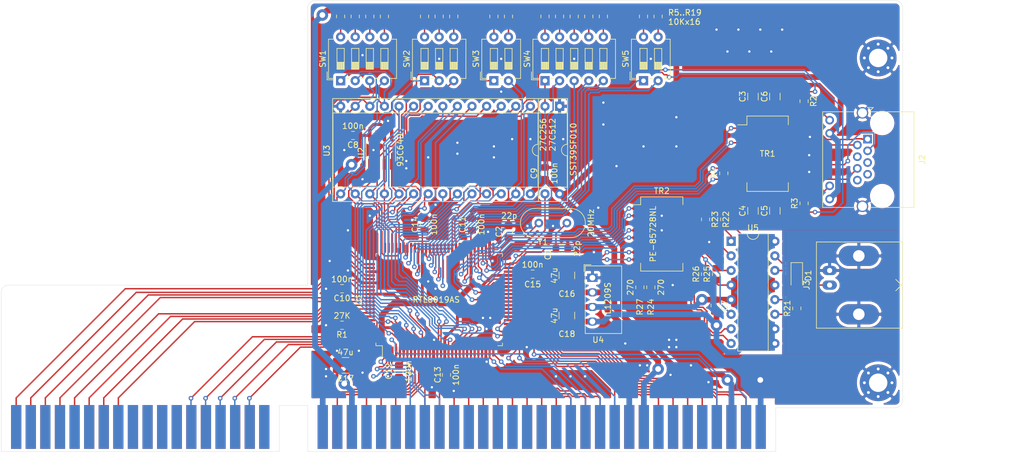
<source format=kicad_pcb>
(kicad_pcb (version 20171130) (host pcbnew "(5.1.4)-1")
  (layers (0 F.Cu signal) (31 B.Cu signal) (34 B.Paste user) (35 F.Paste user) (36 B.SilkS user) (37 F.SilkS user) (38 B.Mask user) (39 F.Mask user) (44 Edge.Cuts user))
  (net 0 "")
  (net 1 GND)
  (net 2 "Net-(C1-Pad1)")
  (net 3 "Net-(C2-Pad1)")
  (net 4 "Net-(J2-Pad6)")
  (net 5 "Net-(J2-Pad2)")
  (net 6 "Net-(J2-Pad3)")
  (net 7 "Net-(J2-Pad1)")
  (net 8 "Net-(C3-Pad1)")
  (net 9 "Net-(C4-Pad2)")
  (net 10 "Net-(C5-Pad2)")
  (net 11 "Net-(C6-Pad1)")
  (net 12 DB15)
  (net 13 DB14)
  (net 14 DB13)
  (net 15 DB12)
  (net 16 DB11)
  (net 17 DB10)
  (net 18 DB9)
  (net 19 DB8)
  (net 20 +5V)
  (net 21 IRQ15)
  (net 22 IRQ12)
  (net 23 IRQ11)
  (net 24 IRQ10)
  (net 25 ~IOCS16)
  (net 26 A0)
  (net 27 A1)
  (net 28 A2)
  (net 29 A3)
  (net 30 A4)
  (net 31 A5)
  (net 32 A6)
  (net 33 A7)
  (net 34 A8)
  (net 35 A9)
  (net 36 A10)
  (net 37 A11)
  (net 38 A12)
  (net 39 A13)
  (net 40 A14)
  (net 41 A15)
  (net 42 A16)
  (net 43 A17)
  (net 44 A18)
  (net 45 A19)
  (net 46 AEN)
  (net 47 IO_READY)
  (net 48 DB0)
  (net 49 DB1)
  (net 50 DB2)
  (net 51 DB3)
  (net 52 DB4)
  (net 53 DB5)
  (net 54 DB6)
  (net 55 DB7)
  (net 56 IRQ3)
  (net 57 IRQ4)
  (net 58 IRQ5)
  (net 59 ~IOR)
  (net 60 ~IOW)
  (net 61 ~SMEMR)
  (net 62 ~SMEMW)
  (net 63 IRQ2)
  (net 64 RESET)
  (net 65 "Net-(J2-Pad11)")
  (net 66 "Net-(J2-Pad9)")
  (net 67 LED0)
  (net 68 LED1)
  (net 69 TPIN+)
  (net 70 TPIN-)
  (net 71 "Net-(R5-Pad1)")
  (net 72 "Net-(R6-Pad1)")
  (net 73 "Net-(R7-Pad1)")
  (net 74 "Net-(R8-Pad1)")
  (net 75 "Net-(R9-Pad1)")
  (net 76 "Net-(R10-Pad1)")
  (net 77 "Net-(R11-Pad1)")
  (net 78 "Net-(R12-Pad1)")
  (net 79 "Net-(R13-Pad1)")
  (net 80 "Net-(R14-Pad1)")
  (net 81 "Net-(R15-Pad1)")
  (net 82 "Net-(R16-Pad1)")
  (net 83 "Net-(R17-Pad1)")
  (net 84 "Net-(R18-Pad1)")
  (net 85 "Net-(R19-Pad1)")
  (net 86 "Net-(R20-Pad1)")
  (net 87 TPOUT-)
  (net 88 TPOUT+)
  (net 89 EECS)
  (net 90 BD7)
  (net 91 BD6)
  (net 92 BD5)
  (net 93 BD3)
  (net 94 BD2)
  (net 95 BD1)
  (net 96 BD0)
  (net 97 BA20)
  (net 98 BA19)
  (net 99 BA18)
  (net 100 BA17)
  (net 101 BA16)
  (net 102 BD4)
  (net 103 BA14)
  (net 104 PNP)
  (net 105 JP)
  (net 106 BA15)
  (net 107 ~BCSB)
  (net 108 +12V)
  (net 109 "Net-(D1-Pad2)")
  (net 110 "Net-(D1-Pad1)")
  (net 111 "Net-(R21-Pad2)")
  (net 112 "Net-(R21-Pad1)")
  (net 113 -9V)
  (net 114 TX-)
  (net 115 TX+)
  (net 116 RX-)
  (net 117 RX+)
  (net 118 CD-)
  (net 119 CD+)
  (net 120 GNDA)
  (net 121 "Net-(TR2-Pad10)")
  (net 122 "Net-(TR2-Pad9)")
  (net 123 "Net-(R22-Pad2)")
  (net 124 "Net-(R23-Pad2)")
  (net 125 "Net-(R25-Pad2)")
  (net 126 "Net-(R26-Pad2)")
  (module Resistor_SMD:R_0805_2012Metric_Pad1.15x1.40mm_HandSolder (layer F.Cu) (at 174.625 99.45 270)
    (fp_text reference R27 (at 3.42 0 90) (layer F.SilkS))
    (fp_text value 270 (at 0 1.65 90) (layer F.SilkS))
    (pad 2 smd roundrect (at 1.025 0 270) (size 1.15 1.4) (layers F.Cu F.Paste F.Mask) (roundrect_rratio 0.217391) (net 1 GND))
    (pad 1 smd roundrect (at -1.025 0 270) (size 1.15 1.4) (layers F.Cu F.Paste F.Mask) (roundrect_rratio 0.217391) (net 114 TX-))
  )
  (module Resistor_SMD:R_0805_2012Metric_Pad1.15x1.40mm_HandSolder (layer F.Cu) (at 176.53 99.45 270)
    (fp_text reference R24 (at 3.42 0 90) (layer F.SilkS))
    (fp_text value 270 (at -0.009 -1.778 90) (layer F.SilkS))
    (pad 2 smd roundrect (at 1.025 0 270) (size 1.15 1.4) (layers F.Cu F.Paste F.Mask) (roundrect_rratio 0.217391) (net 1 GND))
    (pad 1 smd roundrect (at -1.025 0 270) (size 1.15 1.4) (layers F.Cu F.Paste F.Mask) (roundrect_rratio 0.217391) (net 115 TX+))
  )
  (module Resistor_SMD:R_0805_2012Metric_Pad1.15x1.40mm_HandSolder (layer F.Cu) (at 186.055 97.155 90)
    (fp_text reference R26 (at 0 -1.65 90) (layer F.SilkS))
    (fp_text value 510)
    (pad 2 smd roundrect (at 1.025 0 90) (size 1.15 1.4) (layers F.Cu F.Paste F.Mask) (roundrect_rratio 0.217391) (net 126 "Net-(R26-Pad2)"))
    (pad 1 smd roundrect (at -1.025 0 90) (size 1.15 1.4) (layers F.Cu F.Paste F.Mask) (roundrect_rratio 0.217391) (net 113 -9V))
  )
  (module Resistor_SMD:R_0805_2012Metric_Pad1.15x1.40mm_HandSolder (layer F.Cu) (at 187.96 97.155 90)
    (fp_text reference R25 (at 0 -1.65 90) (layer F.SilkS))
    (fp_text value 510)
    (pad 2 smd roundrect (at 1.025 0 90) (size 1.15 1.4) (layers F.Cu F.Paste F.Mask) (roundrect_rratio 0.217391) (net 125 "Net-(R25-Pad2)"))
    (pad 1 smd roundrect (at -1.025 0 90) (size 1.15 1.4) (layers F.Cu F.Paste F.Mask) (roundrect_rratio 0.217391) (net 113 -9V))
  )
  (module Resistor_SMD:R_0805_2012Metric_Pad1.15x1.40mm_HandSolder (layer F.Cu) (at 186.055 87.63 270)
    (fp_text reference R23 (at 0 -1.65 90) (layer F.SilkS))
    (fp_text value 510)
    (pad 1 smd roundrect (at -1.025 0 270) (size 1.15 1.4) (layers F.Cu F.Paste F.Mask) (roundrect_rratio 0.217391) (net 113 -9V))
    (pad 2 smd roundrect (at 1.025 0 270) (size 1.15 1.4) (layers F.Cu F.Paste F.Mask) (roundrect_rratio 0.217391) (net 124 "Net-(R23-Pad2)"))
  )
  (module Resistor_SMD:R_0805_2012Metric_Pad1.15x1.40mm_HandSolder (layer F.Cu) (at 187.96 87.63 270)
    (fp_text reference R22 (at 0 -1.65 90) (layer F.SilkS))
    (fp_text value 510)
    (pad 2 smd roundrect (at 1.025 0 270) (size 1.15 1.4) (layers F.Cu F.Paste F.Mask) (roundrect_rratio 0.217391) (net 123 "Net-(R22-Pad2)"))
    (pad 1 smd roundrect (at -1.025 0 270) (size 1.15 1.4) (layers F.Cu F.Paste F.Mask) (roundrect_rratio 0.217391) (net 113 -9V))
  )
  (module Capacitor_SMD:C_1210_3225Metric_Pad1.42x2.65mm_HandSolder (layer F.Cu) (at 161.925 104.3575 90)
    (fp_text reference C18 (at -3.2115 0 180) (layer F.SilkS))
    (fp_text value 47u (at -0.0365 -2.159 90) (layer F.SilkS))
    (pad 2 smd roundrect (at 1.4875 0 90) (size 1.425 2.65) (layers F.Cu F.Paste F.Mask) (roundrect_rratio 0.175439) (net 113 -9V))
    (pad 1 smd roundrect (at -1.4875 0 90) (size 1.425 2.65) (layers F.Cu F.Paste F.Mask) (roundrect_rratio 0.175439) (net 120 GNDA))
  )
  (module ISA_BUS_16Bit:BUS_AT_WO_SILKSCREEN (layer F.Cu) (at 195.64 123.74)
    (fp_text reference J1)
    (fp_text value Bus_ISA_16bit)
    (pad 98 connect rect (at -129.54 0) (size 1.78 7.62) (layers F.Cu F.Mask) (net 12 DB15))
    (pad 97 connect rect (at -127 0) (size 1.78 7.62) (layers F.Cu F.Mask) (net 13 DB14))
    (pad 96 connect rect (at -124.46 0) (size 1.78 7.62) (layers F.Cu F.Mask) (net 14 DB13))
    (pad 95 connect rect (at -121.92 0) (size 1.78 7.62) (layers F.Cu F.Mask) (net 15 DB12))
    (pad 94 connect rect (at -119.38 0) (size 1.78 7.62) (layers F.Cu F.Mask) (net 16 DB11))
    (pad 93 connect rect (at -116.84 0) (size 1.78 7.62) (layers F.Cu F.Mask) (net 17 DB10))
    (pad 92 connect rect (at -114.3 0) (size 1.78 7.62) (layers F.Cu F.Mask) (net 18 DB9))
    (pad 91 connect rect (at -111.76 0) (size 1.78 7.62) (layers F.Cu F.Mask) (net 19 DB8))
    (pad 90 connect rect (at -109.22 0) (size 1.78 7.62) (layers F.Cu F.Mask))
    (pad 89 connect rect (at -106.68 0) (size 1.78 7.62) (layers F.Cu F.Mask))
    (pad 88 connect rect (at -104.14 0) (size 1.78 7.62) (layers F.Cu F.Mask))
    (pad 87 connect rect (at -101.6 0) (size 1.78 7.62) (layers F.Cu F.Mask))
    (pad 86 connect rect (at -99.06 0) (size 1.78 7.62) (layers F.Cu F.Mask))
    (pad 85 connect rect (at -96.52 0) (size 1.78 7.62) (layers F.Cu F.Mask))
    (pad 84 connect rect (at -93.98 0) (size 1.78 7.62) (layers F.Cu F.Mask))
    (pad 83 connect rect (at -91.44 0) (size 1.78 7.62) (layers F.Cu F.Mask))
    (pad 82 connect rect (at -88.9 0) (size 1.78 7.62) (layers F.Cu F.Mask))
    (pad 81 connect rect (at -86.36 0) (size 1.78 7.62) (layers F.Cu F.Mask))
    (pad 80 connect rect (at -129.54 0) (size 1.78 7.62) (layers B.Cu B.Mask))
    (pad 79 connect rect (at -127 0) (size 1.78 7.62) (layers B.Cu B.Mask))
    (pad 78 connect rect (at -124.46 0) (size 1.78 7.62) (layers B.Cu B.Mask))
    (pad 77 connect rect (at -121.92 0) (size 1.78 7.62) (layers B.Cu B.Mask))
    (pad 76 connect rect (at -119.38 0) (size 1.78 7.62) (layers B.Cu B.Mask))
    (pad 75 connect rect (at -116.84 0) (size 1.78 7.62) (layers B.Cu B.Mask))
    (pad 74 connect rect (at -114.3 0) (size 1.78 7.62) (layers B.Cu B.Mask))
    (pad 73 connect rect (at -111.76 0) (size 1.78 7.62) (layers B.Cu B.Mask))
    (pad 72 connect rect (at -109.22 0) (size 1.78 7.62) (layers B.Cu B.Mask))
    (pad 71 connect rect (at -106.68 0) (size 1.78 7.62) (layers B.Cu B.Mask))
    (pad 70 connect rect (at -104.14 0) (size 1.78 7.62) (layers B.Cu B.Mask))
    (pad 69 connect rect (at -101.6 0) (size 1.78 7.62) (layers B.Cu B.Mask))
    (pad 68 connect rect (at -99.06 0) (size 1.78 7.62) (layers B.Cu B.Mask) (net 21 IRQ15))
    (pad 67 connect rect (at -96.52 0) (size 1.78 7.62) (layers B.Cu B.Mask) (net 22 IRQ12))
    (pad 66 connect rect (at -93.98 0) (size 1.78 7.62) (layers B.Cu B.Mask) (net 23 IRQ11))
    (pad 65 connect rect (at -91.44 0) (size 1.78 7.62) (layers B.Cu B.Mask) (net 24 IRQ10))
    (pad 64 connect rect (at -88.9 0) (size 1.78 7.62) (layers B.Cu B.Mask) (net 25 ~IOCS16))
    (pad 63 connect rect (at -86.36 0) (size 1.78 7.62) (layers B.Cu B.Mask))
    (pad 62 connect rect (at -76.2 0) (size 1.78 7.62) (layers F.Cu F.Mask) (net 26 A0))
    (pad 61 connect rect (at -73.66 0) (size 1.78 7.62) (layers F.Cu F.Mask) (net 27 A1))
    (pad 60 connect rect (at -71.12 0) (size 1.78 7.62) (layers F.Cu F.Mask) (net 28 A2))
    (pad 59 connect rect (at -68.58 0) (size 1.78 7.62) (layers F.Cu F.Mask) (net 29 A3))
    (pad 58 connect rect (at -66.04 0) (size 1.78 7.62) (layers F.Cu F.Mask) (net 30 A4))
    (pad 57 connect rect (at -63.5 0) (size 1.78 7.62) (layers F.Cu F.Mask) (net 31 A5))
    (pad 56 connect rect (at -60.96 0) (size 1.78 7.62) (layers F.Cu F.Mask) (net 32 A6))
    (pad 55 connect rect (at -58.42 0) (size 1.78 7.62) (layers F.Cu F.Mask) (net 33 A7))
    (pad 54 connect rect (at -55.88 0) (size 1.78 7.62) (layers F.Cu F.Mask) (net 34 A8))
    (pad 53 connect rect (at -53.34 0) (size 1.78 7.62) (layers F.Cu F.Mask) (net 35 A9))
    (pad 52 connect rect (at -50.8 0) (size 1.78 7.62) (layers F.Cu F.Mask) (net 36 A10))
    (pad 51 connect rect (at -48.26 0) (size 1.78 7.62) (layers F.Cu F.Mask) (net 37 A11))
    (pad 50 connect rect (at -45.72 0) (size 1.78 7.62) (layers F.Cu F.Mask) (net 38 A12))
    (pad 49 connect rect (at -43.18 0) (size 1.78 7.62) (layers F.Cu F.Mask) (net 39 A13))
    (pad 48 connect rect (at -40.64 0) (size 1.78 7.62) (layers F.Cu F.Mask) (net 40 A14))
    (pad 47 connect rect (at -38.1 0) (size 1.78 7.62) (layers F.Cu F.Mask) (net 41 A15))
    (pad 46 connect rect (at -35.56 0) (size 1.78 7.62) (layers F.Cu F.Mask) (net 42 A16))
    (pad 45 connect rect (at -33.02 0) (size 1.78 7.62) (layers F.Cu F.Mask) (net 43 A17))
    (pad 44 connect rect (at -30.48 0) (size 1.78 7.62) (layers F.Cu F.Mask) (net 44 A18))
    (pad 43 connect rect (at -27.94 0) (size 1.78 7.62) (layers F.Cu F.Mask) (net 45 A19))
    (pad 42 connect rect (at -25.4 0) (size 1.78 7.62) (layers F.Cu F.Mask) (net 46 AEN))
    (pad 41 connect rect (at -22.86 0) (size 1.78 7.62) (layers F.Cu F.Mask) (net 47 IO_READY))
    (pad 40 connect rect (at -20.32 0) (size 1.78 7.62) (layers F.Cu F.Mask) (net 48 DB0))
    (pad 39 connect rect (at -17.78 0) (size 1.78 7.62) (layers F.Cu F.Mask) (net 49 DB1))
    (pad 38 connect rect (at -15.24 0) (size 1.78 7.62) (layers F.Cu F.Mask) (net 50 DB2))
    (pad 37 connect rect (at -12.7 0) (size 1.78 7.62) (layers F.Cu F.Mask) (net 51 DB3))
    (pad 36 connect rect (at -10.16 0) (size 1.78 7.62) (layers F.Cu F.Mask) (net 52 DB4))
    (pad 35 connect rect (at -7.62 0) (size 1.78 7.62) (layers F.Cu F.Mask) (net 53 DB5))
    (pad 34 connect rect (at -5.08 0) (size 1.78 7.62) (layers F.Cu F.Mask) (net 54 DB6))
    (pad 33 connect rect (at -2.54 0) (size 1.78 7.62) (layers F.Cu F.Mask) (net 55 DB7))
    (pad 32 connect rect (at 0 0) (size 1.78 7.62) (layers F.Cu F.Mask))
    (pad 31 connect rect (at -76.2 0) (size 1.78 7.62) (layers B.Cu B.Mask) (net 1 GND))
    (pad 30 connect rect (at -73.66 0) (size 1.78 7.62) (layers B.Cu B.Mask))
    (pad 29 connect rect (at -71.12 0) (size 1.78 7.62) (layers B.Cu B.Mask) (net 20 +5V))
    (pad 28 connect rect (at -68.58 0) (size 1.78 7.62) (layers B.Cu B.Mask))
    (pad 27 connect rect (at -66.04 0) (size 1.78 7.62) (layers B.Cu B.Mask))
    (pad 26 connect rect (at -63.5 0) (size 1.78 7.62) (layers B.Cu B.Mask))
    (pad 25 connect rect (at -60.96 0) (size 1.78 7.62) (layers B.Cu B.Mask) (net 56 IRQ3))
    (pad 24 connect rect (at -58.42 0) (size 1.78 7.62) (layers B.Cu B.Mask) (net 57 IRQ4))
    (pad 23 connect rect (at -55.88 0) (size 1.78 7.62) (layers B.Cu B.Mask) (net 58 IRQ5))
    (pad 22 connect rect (at -53.34 0) (size 1.78 7.62) (layers B.Cu B.Mask))
    (pad 21 connect rect (at -50.8 0) (size 1.78 7.62) (layers B.Cu B.Mask))
    (pad 20 connect rect (at -48.26 0) (size 1.78 7.62) (layers B.Cu B.Mask))
    (pad 19 connect rect (at -45.72 0) (size 1.78 7.62) (layers B.Cu B.Mask))
    (pad 18 connect rect (at -43.18 0) (size 1.78 7.62) (layers B.Cu B.Mask))
    (pad 17 connect rect (at -40.64 0) (size 1.78 7.62) (layers B.Cu B.Mask))
    (pad 16 connect rect (at -38.1 0) (size 1.78 7.62) (layers B.Cu B.Mask))
    (pad 15 connect rect (at -35.56 0) (size 1.78 7.62) (layers B.Cu B.Mask))
    (pad 14 connect rect (at -33.02 0) (size 1.78 7.62) (layers B.Cu B.Mask) (net 59 ~IOR))
    (pad 13 connect rect (at -30.48 0) (size 1.78 7.62) (layers B.Cu B.Mask) (net 60 ~IOW))
    (pad 12 connect rect (at -27.94 0) (size 1.78 7.62) (layers B.Cu B.Mask) (net 61 ~SMEMR))
    (pad 11 connect rect (at -25.4 0) (size 1.78 7.62) (layers B.Cu B.Mask) (net 62 ~SMEMW))
    (pad 10 connect rect (at -22.86 0) (size 1.78 7.62) (layers B.Cu B.Mask) (net 1 GND))
    (pad 9 connect rect (at -20.32 0) (size 1.78 7.62) (layers B.Cu B.Mask) (net 108 +12V))
    (pad 8 connect rect (at -17.78 0) (size 1.78 7.62) (layers B.Cu B.Mask))
    (pad 7 connect rect (at -15.24 0) (size 1.78 7.62) (layers B.Cu B.Mask))
    (pad 6 connect rect (at -12.7 0) (size 1.78 7.62) (layers B.Cu B.Mask))
    (pad 5 connect rect (at -10.16 0) (size 1.78 7.62) (layers B.Cu B.Mask))
    (pad 4 connect rect (at -7.62 0) (size 1.78 7.62) (layers B.Cu B.Mask) (net 63 IRQ2))
    (pad 3 connect rect (at -5.08 0) (size 1.78 7.62) (layers B.Cu B.Mask) (net 20 +5V))
    (pad 2 connect rect (at -2.54 0) (size 1.78 7.62) (layers B.Cu B.Mask) (net 64 RESET))
    (pad 1 connect rect (at 0 0) (size 1.78 7.62) (layers B.Cu B.Mask) (net 1 GND))
  )
  (module ISA_BUS_16Bit:Cutline (layer F.Cu) (at 116.205 102.87)
    (fp_text reference H5)
    (fp_text value MountingHole)
    (pad "" np_thru_hole circle (at 0 0) (size 1 1) (drill 1) (layers *.Cu *.Mask))
  )
  (module ISA_BUS_16Bit:Cutline (layer F.Cu) (at 116.205 118.745)
    (fp_text reference H4)
    (fp_text value MountingHole)
    (pad "" np_thru_hole circle (at 0 0) (size 1 1) (drill 1) (layers *.Cu *.Mask))
  )
  (module ISA_BUS_16Bit:Cutline (layer F.Cu) (at 116.205 111.125)
    (fp_text reference H9)
    (fp_text value MountingHole)
    (pad "" np_thru_hole circle (at 0 0) (size 1 1) (drill 1) (layers *.Cu *.Mask))
  )
  (module ISA_BUS_16Bit:Cutline (layer F.Cu) (at 116.205 113.03)
    (fp_text reference H8)
    (fp_text value MountingHole)
    (pad "" np_thru_hole circle (at 0 0) (size 1 1) (drill 1) (layers *.Cu *.Mask))
  )
  (module ISA_BUS_16Bit:Cutline (layer F.Cu) (at 116.205 116.84)
    (fp_text reference H7)
    (fp_text value MountingHole)
    (pad "" np_thru_hole circle (at 0 0) (size 1 1) (drill 1) (layers *.Cu *.Mask))
  )
  (module ISA_BUS_16Bit:Cutline (layer F.Cu) (at 116.205 114.935)
    (fp_text reference H6)
    (fp_text value MountingHole)
    (pad "" np_thru_hole circle (at 0 0) (size 1 1) (drill 1) (layers *.Cu *.Mask))
  )
  (module ISA_BUS_16Bit:Cutline (layer F.Cu) (at 116.205 106.68)
    (fp_text reference H3)
    (fp_text value MountingHole)
    (pad "" np_thru_hole circle (at 0 0) (size 1 1) (drill 1) (layers *.Cu *.Mask))
  )
  (module Transformer_SMD:Transformer_Pulse_H1100NL (layer F.Cu) (at 178.435 90.17)
    (fp_text reference TR2 (at 0 -7.5) (layer F.SilkS))
    (fp_text value PE-85728NL (at -1.524 0 90) (layer F.SilkS))
    (pad 16 smd roundrect (at 4.255 -4.445) (size 1.65 0.76) (layers F.Cu F.Paste F.Mask) (net 123 "Net-(R22-Pad2)"))
    (pad 15 smd roundrect (at 4.255 -3.175) (size 1.65 0.76) (layers F.Cu F.Paste F.Mask) (net 124 "Net-(R23-Pad2)"))
    (pad 14 smd roundrect (at 4.255 -1.905) (size 1.65 0.76) (layers F.Cu F.Paste F.Mask))
    (pad 13 smd roundrect (at 4.255 -0.635) (size 1.65 0.76) (layers F.Cu F.Paste F.Mask) (net 125 "Net-(R25-Pad2)"))
    (pad 12 smd roundrect (at 4.255 0.635) (size 1.65 0.76) (layers F.Cu F.Paste F.Mask) (net 126 "Net-(R26-Pad2)"))
    (pad 11 smd roundrect (at 4.255 1.905) (size 1.65 0.76) (layers F.Cu F.Paste F.Mask))
    (pad 10 smd roundrect (at 4.255 3.175) (size 1.65 0.76) (layers F.Cu F.Paste F.Mask) (net 121 "Net-(TR2-Pad10)"))
    (pad 9 smd roundrect (at 4.255 4.445) (size 1.65 0.76) (layers F.Cu F.Paste F.Mask) (net 122 "Net-(TR2-Pad9)"))
    (pad 8 smd roundrect (at -4.255 4.445) (size 1.65 0.76) (layers F.Cu F.Paste F.Mask) (net 114 TX-))
    (pad 7 smd roundrect (at -4.255 3.175) (size 1.65 0.76) (layers F.Cu F.Paste F.Mask) (net 115 TX+))
    (pad 6 smd roundrect (at -4.255 1.905) (size 1.65 0.76) (layers F.Cu F.Paste F.Mask))
    (pad 5 smd roundrect (at -4.255 0.635) (size 1.65 0.76) (layers F.Cu F.Paste F.Mask) (net 116 RX-))
    (pad 4 smd roundrect (at -4.255 -0.635) (size 1.65 0.76) (layers F.Cu F.Paste F.Mask) (net 117 RX+))
    (pad 3 smd roundrect (at -4.255 -1.905) (size 1.65 0.76) (layers F.Cu F.Paste F.Mask))
    (pad 2 smd roundrect (at -4.255 -3.175) (size 1.65 0.76) (layers F.Cu F.Paste F.Mask) (net 118 CD-))
    (pad 1 smd roundrect (at -4.255 -4.445) (size 1.65 0.76) (layers F.Cu F.Paste F.Mask) (net 119 CD+))
  )
  (module Capacitor_SMD:C_1210_3225Metric_Pad1.42x2.65mm_HandSolder (layer F.Cu) (at 123.4075 113.03 180)
    (fp_text reference C17 (at 0 -2.28) (layer F.SilkS))
    (fp_text value 47u (at 0 2.28) (layer F.SilkS))
    (pad 2 smd roundrect (at 1.4875 0 180) (size 1.425 2.65) (layers F.Cu F.Paste F.Mask) (roundrect_rratio 0.175439) (net 1 GND))
    (pad 1 smd roundrect (at -1.4875 0 180) (size 1.425 2.65) (layers F.Cu F.Paste F.Mask) (roundrect_rratio 0.175439) (net 20 +5V))
  )
  (module Capacitor_SMD:C_1210_3225Metric_Pad1.42x2.65mm_HandSolder (layer F.Cu) (at 161.925 97.3725 90)
    (fp_text reference C16 (at -3.2115 0 180) (layer F.SilkS))
    (fp_text value 47u (at -0.0365 -2.159 90) (layer F.SilkS))
    (pad 2 smd roundrect (at 1.4875 0 90) (size 1.425 2.65) (layers F.Cu F.Paste F.Mask) (roundrect_rratio 0.175439) (net 1 GND))
    (pad 1 smd roundrect (at -1.4875 0 90) (size 1.425 2.65) (layers F.Cu F.Paste F.Mask) (roundrect_rratio 0.175439) (net 108 +12V))
  )
  (module DIP32and28:DIP32_28 (layer F.Cu) (at 160.655 67.945 270)
    (fp_text reference U3 (at 7.747 40.513 90) (layer F.SilkS))
    (fp_text value SST39SF010 (at 7.5 -2.413 90) (layer F.SilkS))
    (pad 2 thru_hole oval (at 0 2.54 270) (size 1.6 1.6) (drill 0.8) (layers *.Cu *.Mask) (net 101 BA16))
    (pad 18 thru_hole oval (at 15.24 35.56 270) (size 1.6 1.6) (drill 0.8) (layers *.Cu *.Mask) (net 102 BD4))
    (pad 3 thru_hole oval (at 0 5.08 270) (size 1.6 1.6) (drill 0.8) (layers *.Cu *.Mask) (net 106 BA15))
    (pad 19 thru_hole oval (at 15.24 33.02 270) (size 1.6 1.6) (drill 0.8) (layers *.Cu *.Mask) (net 92 BD5))
    (pad 4 thru_hole oval (at 0 7.62 270) (size 1.6 1.6) (drill 0.8) (layers *.Cu *.Mask) (net 38 A12))
    (pad 22 thru_hole oval (at 15.24 25.4 270) (size 1.6 1.6) (drill 0.8) (layers *.Cu *.Mask) (net 107 ~BCSB))
    (pad 9 thru_hole oval (at 0 20.32 270) (size 1.6 1.6) (drill 0.8) (layers *.Cu *.Mask) (net 29 A3))
    (pad 20 thru_hole oval (at 15.24 30.48 270) (size 1.6 1.6) (drill 0.8) (layers *.Cu *.Mask) (net 91 BD6))
    (pad 5 thru_hole oval (at 0 10.16 270) (size 1.6 1.6) (drill 0.8) (layers *.Cu *.Mask) (net 33 A7))
    (pad 21 thru_hole oval (at 15.24 27.94 270) (size 1.6 1.6) (drill 0.8) (layers *.Cu *.Mask) (net 90 BD7))
    (pad 7 thru_hole oval (at 0 15.24 270) (size 1.6 1.6) (drill 0.8) (layers *.Cu *.Mask) (net 31 A5))
    (pad 24 thru_hole oval (at 15.24 20.32 270) (size 1.6 1.6) (drill 0.8) (layers *.Cu *.Mask) (net 61 ~SMEMR))
    (pad 25 thru_hole oval (at 15.24 17.78 270) (size 1.6 1.6) (drill 0.8) (layers *.Cu *.Mask) (net 37 A11))
    (pad 26 thru_hole oval (at 15.24 15.24 270) (size 1.6 1.6) (drill 0.8) (layers *.Cu *.Mask) (net 35 A9))
    (pad 11 thru_hole oval (at 0 25.4 270) (size 1.6 1.6) (drill 0.8) (layers *.Cu *.Mask) (net 27 A1))
    (pad 8 thru_hole oval (at 0 17.78 270) (size 1.6 1.6) (drill 0.8) (layers *.Cu *.Mask) (net 30 A4))
    (pad 27 thru_hole oval (at 15.24 12.7 270) (size 1.6 1.6) (drill 0.8) (layers *.Cu *.Mask) (net 34 A8))
    (pad 10 thru_hole oval (at 0 22.86 270) (size 1.6 1.6) (drill 0.8) (layers *.Cu *.Mask) (net 28 A2))
    (pad 12 thru_hole oval (at 0 27.94 270) (size 1.6 1.6) (drill 0.8) (layers *.Cu *.Mask) (net 26 A0))
    (pad 17 thru_hole oval (at 15.24 38.1 270) (size 1.6 1.6) (drill 0.8) (layers *.Cu *.Mask) (net 93 BD3))
    (pad 23 thru_hole oval (at 15.24 22.86 270) (size 1.6 1.6) (drill 0.8) (layers *.Cu *.Mask) (net 36 A10))
    (pad 28 thru_hole oval (at 15.24 10.16 270) (size 1.6 1.6) (drill 0.8) (layers *.Cu *.Mask) (net 39 A13))
    (pad 1 thru_hole rect (at 0 0 270) (size 1.6 1.6) (drill 0.8) (layers *.Cu *.Mask) (net 1 GND))
    (pad 6 thru_hole oval (at 0 12.7 270) (size 1.6 1.6) (drill 0.8) (layers *.Cu *.Mask) (net 32 A6))
    (pad 13 thru_hole oval (at 0 30.48 270) (size 1.6 1.6) (drill 0.8) (layers *.Cu *.Mask) (net 96 BD0))
    (pad 30 thru_hole oval (at 15.24 5.08 270) (size 1.6 1.6) (drill 0.8) (layers *.Cu *.Mask) (net 20 +5V))
    (pad 14 thru_hole oval (at 0 33.02 270) (size 1.6 1.6) (drill 0.8) (layers *.Cu *.Mask) (net 95 BD1))
    (pad 15 thru_hole oval (at 0 35.56 270) (size 1.6 1.6) (drill 0.8) (layers *.Cu *.Mask) (net 94 BD2))
    (pad 31 thru_hole oval (at 15.24 2.54 270) (size 1.6 1.6) (drill 0.8) (layers *.Cu *.Mask) (net 62 ~SMEMW))
    (pad 16 thru_hole oval (at 0 38.1 270) (size 1.6 1.6) (drill 0.8) (layers *.Cu *.Mask) (net 1 GND))
    (pad 29 thru_hole oval (at 15.24 7.62 270) (size 1.6 1.6) (drill 0.8) (layers *.Cu *.Mask) (net 103 BA14))
    (pad 32 thru_hole oval (at 15.24 0 270) (size 1.6 1.6) (drill 0.8) (layers *.Cu *.Mask) (net 20 +5V))
  )
  (module Resistor_SMD:R_0805_2012Metric_Pad1.15x1.40mm_HandSolder (layer F.Cu) (at 177.8 52.315 90)
    (fp_text reference R20)
    (fp_text value 10K)
    (pad 2 smd roundrect (at 1.025 0 90) (size 1.15 1.4) (layers F.Cu F.Paste F.Mask) (roundrect_rratio 0.217391) (net 20 +5V))
    (pad 1 smd roundrect (at -1.025 0 90) (size 1.15 1.4) (layers F.Cu F.Paste F.Mask) (roundrect_rratio 0.217391) (net 86 "Net-(R20-Pad1)"))
  )
  (module Resistor_SMD:R_0805_2012Metric_Pad1.15x1.40mm_HandSolder (layer F.Cu) (at 175.26 52.315 90)
    (fp_text reference R19)
    (fp_text value 10K)
    (pad 2 smd roundrect (at 1.025 0 90) (size 1.15 1.4) (layers F.Cu F.Paste F.Mask) (roundrect_rratio 0.217391) (net 20 +5V))
    (pad 1 smd roundrect (at -1.025 0 90) (size 1.15 1.4) (layers F.Cu F.Paste F.Mask) (roundrect_rratio 0.217391) (net 85 "Net-(R19-Pad1)"))
  )
  (module Button_Switch_THT:SW_DIP_SPSTx02_Slide_6.7x6.64mm_W7.62mm_P2.54mm_LowProfile (layer F.Cu) (at 175.26 63.5 90)
    (fp_text reference SW5 (at 3.81 -3.11 90) (layer F.SilkS))
    (fp_text value PNP)
    (pad 4 thru_hole oval (at 7.62 0 90) (size 1.6 1.6) (drill 0.8) (layers *.Cu *.Mask) (net 85 "Net-(R19-Pad1)"))
    (pad 2 thru_hole oval (at 0 2.54 90) (size 1.6 1.6) (drill 0.8) (layers *.Cu *.Mask) (net 105 JP))
    (pad 3 thru_hole oval (at 7.62 2.54 90) (size 1.6 1.6) (drill 0.8) (layers *.Cu *.Mask) (net 86 "Net-(R20-Pad1)"))
    (pad 1 thru_hole rect (at 0 0 90) (size 1.6 1.6) (drill 0.8) (layers *.Cu *.Mask) (net 104 PNP))
  )
  (module Resistor_SMD:R_0805_2012Metric_Pad1.15x1.40mm_HandSolder (layer F.Cu) (at 149.225 52.315 90)
    (fp_text reference R12)
    (fp_text value 10K)
    (pad 2 smd roundrect (at 1.025 0 90) (size 1.15 1.4) (layers F.Cu F.Paste F.Mask) (roundrect_rratio 0.217391) (net 20 +5V))
    (pad 1 smd roundrect (at -1.025 0 90) (size 1.15 1.4) (layers F.Cu F.Paste F.Mask) (roundrect_rratio 0.217391) (net 78 "Net-(R12-Pad1)"))
  )
  (module Resistor_SMD:R_0805_2012Metric_Pad1.15x1.40mm_HandSolder (layer F.Cu) (at 139.7 52.315 90)
    (fp_text reference R10)
    (fp_text value 10K)
    (pad 2 smd roundrect (at 1.025 0 90) (size 1.15 1.4) (layers F.Cu F.Paste F.Mask) (roundrect_rratio 0.217391) (net 20 +5V))
    (pad 1 smd roundrect (at -1.025 0 90) (size 1.15 1.4) (layers F.Cu F.Paste F.Mask) (roundrect_rratio 0.217391) (net 76 "Net-(R10-Pad1)"))
  )
  (module Resistor_SMD:R_0805_2012Metric_Pad1.15x1.40mm_HandSolder (layer F.Cu) (at 137.16 52.315 90)
    (fp_text reference R9)
    (fp_text value 10K)
    (pad 2 smd roundrect (at 1.025 0 90) (size 1.15 1.4) (layers F.Cu F.Paste F.Mask) (roundrect_rratio 0.217391) (net 20 +5V))
    (pad 1 smd roundrect (at -1.025 0 90) (size 1.15 1.4) (layers F.Cu F.Paste F.Mask) (roundrect_rratio 0.217391) (net 75 "Net-(R9-Pad1)"))
  )
  (module Resistor_SMD:R_0805_2012Metric_Pad1.15x1.40mm_HandSolder (layer F.Cu) (at 168.275 52.315 90)
    (fp_text reference R18)
    (fp_text value 10K)
    (pad 2 smd roundrect (at 1.025 0 90) (size 1.15 1.4) (layers F.Cu F.Paste F.Mask) (roundrect_rratio 0.217391) (net 20 +5V))
    (pad 1 smd roundrect (at -1.025 0 90) (size 1.15 1.4) (layers F.Cu F.Paste F.Mask) (roundrect_rratio 0.217391) (net 84 "Net-(R18-Pad1)"))
  )
  (module Button_Switch_THT:SW_DIP_SPSTx04_Slide_6.7x11.72mm_W7.62mm_P2.54mm_LowProfile (layer F.Cu) (at 122.555 63.5 90)
    (fp_text reference SW1 (at 3.81 -3.11 90) (layer F.SilkS))
    (fp_text value "I/O addr")
    (pad 8 thru_hole oval (at 7.62 0 90) (size 1.6 1.6) (drill 0.8) (layers *.Cu *.Mask) (net 71 "Net-(R5-Pad1)"))
    (pad 4 thru_hole oval (at 0 7.62 90) (size 1.6 1.6) (drill 0.8) (layers *.Cu *.Mask) (net 93 BD3))
    (pad 7 thru_hole oval (at 7.62 2.54 90) (size 1.6 1.6) (drill 0.8) (layers *.Cu *.Mask) (net 72 "Net-(R6-Pad1)"))
    (pad 3 thru_hole oval (at 0 5.08 90) (size 1.6 1.6) (drill 0.8) (layers *.Cu *.Mask) (net 94 BD2))
    (pad 6 thru_hole oval (at 7.62 5.08 90) (size 1.6 1.6) (drill 0.8) (layers *.Cu *.Mask) (net 73 "Net-(R7-Pad1)"))
    (pad 2 thru_hole oval (at 0 2.54 90) (size 1.6 1.6) (drill 0.8) (layers *.Cu *.Mask) (net 95 BD1))
    (pad 5 thru_hole oval (at 7.62 7.62 90) (size 1.6 1.6) (drill 0.8) (layers *.Cu *.Mask) (net 74 "Net-(R8-Pad1)"))
    (pad 1 thru_hole rect (at 0 0 90) (size 1.6 1.6) (drill 0.8) (layers *.Cu *.Mask) (net 96 BD0))
  )
  (module Resistor_SMD:R_0805_2012Metric_Pad1.15x1.40mm_HandSolder (layer F.Cu) (at 151.765 52.315 90)
    (fp_text reference R13)
    (fp_text value 10K)
    (pad 2 smd roundrect (at 1.025 0 90) (size 1.15 1.4) (layers F.Cu F.Paste F.Mask) (roundrect_rratio 0.217391) (net 20 +5V))
    (pad 1 smd roundrect (at -1.025 0 90) (size 1.15 1.4) (layers F.Cu F.Paste F.Mask) (roundrect_rratio 0.217391) (net 79 "Net-(R13-Pad1)"))
  )
  (module Resistor_SMD:R_0805_2012Metric_Pad1.15x1.40mm_HandSolder (layer F.Cu) (at 142.24 52.315 90)
    (fp_text reference R11)
    (fp_text value 10K)
    (pad 2 smd roundrect (at 1.025 0 90) (size 1.15 1.4) (layers F.Cu F.Paste F.Mask) (roundrect_rratio 0.217391) (net 20 +5V))
    (pad 1 smd roundrect (at -1.025 0 90) (size 1.15 1.4) (layers F.Cu F.Paste F.Mask) (roundrect_rratio 0.217391) (net 77 "Net-(R11-Pad1)"))
  )
  (module Button_Switch_THT:SW_DIP_SPSTx05_Slide_6.7x14.26mm_W7.62mm_P2.54mm_LowProfile (layer F.Cu) (at 158.115 63.5 90)
    (fp_text reference SW4 (at 3.81 -3.11 90) (layer F.SilkS))
    (fp_text value "ROM cfg")
    (pad 10 thru_hole oval (at 7.62 0 90) (size 1.6 1.6) (drill 0.8) (layers *.Cu *.Mask) (net 80 "Net-(R14-Pad1)"))
    (pad 5 thru_hole oval (at 0 10.16 90) (size 1.6 1.6) (drill 0.8) (layers *.Cu *.Mask) (net 97 BA20))
    (pad 9 thru_hole oval (at 7.62 2.54 90) (size 1.6 1.6) (drill 0.8) (layers *.Cu *.Mask) (net 81 "Net-(R15-Pad1)"))
    (pad 4 thru_hole oval (at 0 7.62 90) (size 1.6 1.6) (drill 0.8) (layers *.Cu *.Mask) (net 98 BA19))
    (pad 8 thru_hole oval (at 7.62 5.08 90) (size 1.6 1.6) (drill 0.8) (layers *.Cu *.Mask) (net 82 "Net-(R16-Pad1)"))
    (pad 3 thru_hole oval (at 0 5.08 90) (size 1.6 1.6) (drill 0.8) (layers *.Cu *.Mask) (net 99 BA18))
    (pad 7 thru_hole oval (at 7.62 7.62 90) (size 1.6 1.6) (drill 0.8) (layers *.Cu *.Mask) (net 83 "Net-(R17-Pad1)"))
    (pad 2 thru_hole oval (at 0 2.54 90) (size 1.6 1.6) (drill 0.8) (layers *.Cu *.Mask) (net 100 BA17))
    (pad 6 thru_hole oval (at 7.62 10.16 90) (size 1.6 1.6) (drill 0.8) (layers *.Cu *.Mask) (net 84 "Net-(R18-Pad1)"))
    (pad 1 thru_hole rect (at 0 0 90) (size 1.6 1.6) (drill 0.8) (layers *.Cu *.Mask) (net 101 BA16))
  )
  (module Button_Switch_THT:SW_DIP_SPSTx03_Slide_6.7x9.18mm_W7.62mm_P2.54mm_LowProfile (layer F.Cu) (at 137.16 63.5 90)
    (fp_text reference SW2 (at 3.81 -3.11 90) (layer F.SilkS))
    (fp_text value IRQ)
    (pad 6 thru_hole oval (at 7.62 0 90) (size 1.6 1.6) (drill 0.8) (layers *.Cu *.Mask) (net 75 "Net-(R9-Pad1)"))
    (pad 3 thru_hole oval (at 0 5.08 90) (size 1.6 1.6) (drill 0.8) (layers *.Cu *.Mask) (net 91 BD6))
    (pad 5 thru_hole oval (at 7.62 2.54 90) (size 1.6 1.6) (drill 0.8) (layers *.Cu *.Mask) (net 76 "Net-(R10-Pad1)"))
    (pad 2 thru_hole oval (at 0 2.54 90) (size 1.6 1.6) (drill 0.8) (layers *.Cu *.Mask) (net 92 BD5))
    (pad 4 thru_hole oval (at 7.62 5.08 90) (size 1.6 1.6) (drill 0.8) (layers *.Cu *.Mask) (net 77 "Net-(R11-Pad1)"))
    (pad 1 thru_hole rect (at 0 0 90) (size 1.6 1.6) (drill 0.8) (layers *.Cu *.Mask) (net 102 BD4))
  )
  (module Button_Switch_THT:SW_DIP_SPSTx02_Slide_6.7x6.64mm_W7.62mm_P2.54mm_LowProfile (layer F.Cu) (at 149.225 63.5 90)
    (fp_text reference SW3 (at 3.81 -3.11 90) (layer F.SilkS))
    (fp_text value Medium)
    (pad 4 thru_hole oval (at 7.62 0 90) (size 1.6 1.6) (drill 0.8) (layers *.Cu *.Mask) (net 78 "Net-(R12-Pad1)"))
    (pad 2 thru_hole oval (at 0 2.54 90) (size 1.6 1.6) (drill 0.8) (layers *.Cu *.Mask) (net 103 BA14))
    (pad 3 thru_hole oval (at 7.62 2.54 90) (size 1.6 1.6) (drill 0.8) (layers *.Cu *.Mask) (net 79 "Net-(R13-Pad1)"))
    (pad 1 thru_hole rect (at 0 0 90) (size 1.6 1.6) (drill 0.8) (layers *.Cu *.Mask) (net 90 BD7))
  )
  (module Resistor_SMD:R_0805_2012Metric_Pad1.15x1.40mm_HandSolder (layer F.Cu) (at 158.115 52.315 90)
    (fp_text reference R14)
    (fp_text value 10K)
    (pad 2 smd roundrect (at 1.025 0 90) (size 1.15 1.4) (layers F.Cu F.Paste F.Mask) (roundrect_rratio 0.217391) (net 20 +5V))
    (pad 1 smd roundrect (at -1.025 0 90) (size 1.15 1.4) (layers F.Cu F.Paste F.Mask) (roundrect_rratio 0.217391) (net 80 "Net-(R14-Pad1)"))
  )
  (module Resistor_SMD:R_0805_2012Metric_Pad1.15x1.40mm_HandSolder (layer F.Cu) (at 127.635 52.315 90)
    (fp_text reference R7)
    (fp_text value 10K)
    (pad 2 smd roundrect (at 1.025 0 90) (size 1.15 1.4) (layers F.Cu F.Paste F.Mask) (roundrect_rratio 0.217391) (net 20 +5V))
    (pad 1 smd roundrect (at -1.025 0 90) (size 1.15 1.4) (layers F.Cu F.Paste F.Mask) (roundrect_rratio 0.217391) (net 73 "Net-(R7-Pad1)"))
  )
  (module Resistor_SMD:R_0805_2012Metric_Pad1.15x1.40mm_HandSolder (layer F.Cu) (at 163.195 52.315 90)
    (fp_text reference R16)
    (fp_text value 10K)
    (pad 2 smd roundrect (at 1.025 0 90) (size 1.15 1.4) (layers F.Cu F.Paste F.Mask) (roundrect_rratio 0.217391) (net 20 +5V))
    (pad 1 smd roundrect (at -1.025 0 90) (size 1.15 1.4) (layers F.Cu F.Paste F.Mask) (roundrect_rratio 0.217391) (net 82 "Net-(R16-Pad1)"))
  )
  (module Resistor_SMD:R_0805_2012Metric_Pad1.15x1.40mm_HandSolder (layer F.Cu) (at 165.735 52.315 90)
    (fp_text reference R17)
    (fp_text value 10K)
    (pad 2 smd roundrect (at 1.025 0 90) (size 1.15 1.4) (layers F.Cu F.Paste F.Mask) (roundrect_rratio 0.217391) (net 20 +5V))
    (pad 1 smd roundrect (at -1.025 0 90) (size 1.15 1.4) (layers F.Cu F.Paste F.Mask) (roundrect_rratio 0.217391) (net 83 "Net-(R17-Pad1)"))
  )
  (module Resistor_SMD:R_0805_2012Metric_Pad1.15x1.40mm_HandSolder (layer F.Cu) (at 160.655 52.315 90)
    (fp_text reference R15)
    (fp_text value 10K)
    (pad 2 smd roundrect (at 1.025 0 90) (size 1.15 1.4) (layers F.Cu F.Paste F.Mask) (roundrect_rratio 0.217391) (net 20 +5V))
    (pad 1 smd roundrect (at -1.025 0 90) (size 1.15 1.4) (layers F.Cu F.Paste F.Mask) (roundrect_rratio 0.217391) (net 81 "Net-(R15-Pad1)"))
  )
  (module Resistor_SMD:R_0805_2012Metric_Pad1.15x1.40mm_HandSolder (layer F.Cu) (at 130.175 52.315 90)
    (fp_text reference R8)
    (fp_text value 10K)
    (pad 2 smd roundrect (at 1.025 0 90) (size 1.15 1.4) (layers F.Cu F.Paste F.Mask) (roundrect_rratio 0.217391) (net 20 +5V))
    (pad 1 smd roundrect (at -1.025 0 90) (size 1.15 1.4) (layers F.Cu F.Paste F.Mask) (roundrect_rratio 0.217391) (net 74 "Net-(R8-Pad1)"))
  )
  (module Resistor_SMD:R_0805_2012Metric_Pad1.15x1.40mm_HandSolder (layer F.Cu) (at 125.095 52.315 90)
    (fp_text reference R6)
    (fp_text value 10K)
    (pad 2 smd roundrect (at 1.025 0 90) (size 1.15 1.4) (layers F.Cu F.Paste F.Mask) (roundrect_rratio 0.217391) (net 20 +5V))
    (pad 1 smd roundrect (at -1.025 0 90) (size 1.15 1.4) (layers F.Cu F.Paste F.Mask) (roundrect_rratio 0.217391) (net 72 "Net-(R6-Pad1)"))
  )
  (module Resistor_SMD:R_0805_2012Metric_Pad1.15x1.40mm_HandSolder (layer F.Cu) (at 122.555 52.315 90)
    (fp_text reference R5)
    (fp_text value 10K)
    (pad 2 smd roundrect (at 1.025 0 90) (size 1.15 1.4) (layers F.Cu F.Paste F.Mask) (roundrect_rratio 0.217391) (net 20 +5V))
    (pad 1 smd roundrect (at -1.025 0 90) (size 1.15 1.4) (layers F.Cu F.Paste F.Mask) (roundrect_rratio 0.217391) (net 71 "Net-(R5-Pad1)"))
  )
  (module MountingHole:MountingHole_3.2mm_M3_Pad_Via (layer F.Cu) (at 216.091 59.54)
    (fp_text reference H2)
    (fp_text value MountingHole_Pad)
    (pad 1 thru_hole circle (at 1.697056 -1.697056) (size 0.8 0.8) (drill 0.5) (layers *.Cu *.Mask) (net 1 GND))
    (pad 1 thru_hole circle (at 0 -2.4) (size 0.8 0.8) (drill 0.5) (layers *.Cu *.Mask) (net 1 GND))
    (pad 1 thru_hole circle (at -1.697056 -1.697056) (size 0.8 0.8) (drill 0.5) (layers *.Cu *.Mask) (net 1 GND))
    (pad 1 thru_hole circle (at -2.4 0) (size 0.8 0.8) (drill 0.5) (layers *.Cu *.Mask) (net 1 GND))
    (pad 1 thru_hole circle (at -1.697056 1.697056) (size 0.8 0.8) (drill 0.5) (layers *.Cu *.Mask) (net 1 GND))
    (pad 1 thru_hole circle (at 0 2.4) (size 0.8 0.8) (drill 0.5) (layers *.Cu *.Mask) (net 1 GND))
    (pad 1 thru_hole circle (at 1.697056 1.697056) (size 0.8 0.8) (drill 0.5) (layers *.Cu *.Mask) (net 1 GND))
    (pad 1 thru_hole circle (at 2.4 0) (size 0.8 0.8) (drill 0.5) (layers *.Cu *.Mask) (net 1 GND))
    (pad 1 thru_hole circle (at 0 0) (size 6.4 6.4) (drill 3.2) (layers *.Cu *.Mask) (net 1 GND))
  )
  (module MountingHole:MountingHole_3.2mm_M3_Pad_Via (layer F.Cu) (at 216.091 116.055)
    (fp_text reference H1)
    (fp_text value MountingHole_Pad)
    (pad 1 thru_hole circle (at 1.697056 -1.697056) (size 0.8 0.8) (drill 0.5) (layers *.Cu *.Mask) (net 1 GND))
    (pad 1 thru_hole circle (at 0 -2.4) (size 0.8 0.8) (drill 0.5) (layers *.Cu *.Mask) (net 1 GND))
    (pad 1 thru_hole circle (at -1.697056 -1.697056) (size 0.8 0.8) (drill 0.5) (layers *.Cu *.Mask) (net 1 GND))
    (pad 1 thru_hole circle (at -2.4 0) (size 0.8 0.8) (drill 0.5) (layers *.Cu *.Mask) (net 1 GND))
    (pad 1 thru_hole circle (at -1.697056 1.697056) (size 0.8 0.8) (drill 0.5) (layers *.Cu *.Mask) (net 1 GND))
    (pad 1 thru_hole circle (at 0 2.4) (size 0.8 0.8) (drill 0.5) (layers *.Cu *.Mask) (net 1 GND))
    (pad 1 thru_hole circle (at 1.697056 1.697056) (size 0.8 0.8) (drill 0.5) (layers *.Cu *.Mask) (net 1 GND))
    (pad 1 thru_hole circle (at 2.4 0) (size 0.8 0.8) (drill 0.5) (layers *.Cu *.Mask) (net 1 GND))
    (pad 1 thru_hole circle (at 0 0) (size 6.4 6.4) (drill 3.2) (layers *.Cu *.Mask) (net 1 GND))
  )
  (module Capacitor_SMD:C_0805_2012Metric_Pad1.15x1.40mm_HandSolder (layer F.Cu) (at 155.965 97.155)
    (fp_text reference C15 (at 0 1.778) (layer F.SilkS))
    (fp_text value 100n (at 0 -1.651) (layer F.SilkS))
    (pad 2 smd roundrect (at 1.025 0) (size 1.15 1.4) (layers F.Cu F.Paste F.Mask) (roundrect_rratio 0.217391) (net 1 GND))
    (pad 1 smd roundrect (at -1.025 0) (size 1.15 1.4) (layers F.Cu F.Paste F.Mask) (roundrect_rratio 0.217391) (net 20 +5V))
  )
  (module Capacitor_SMD:C_0805_2012Metric_Pad1.15x1.40mm_HandSolder (layer F.Cu) (at 137.16 88.51 90)
    (fp_text reference C14 (at 0 -1.65 90) (layer F.SilkS))
    (fp_text value 100n (at 0 1.65 90) (layer F.SilkS))
    (pad 2 smd roundrect (at 1.025 0 90) (size 1.15 1.4) (layers F.Cu F.Paste F.Mask) (roundrect_rratio 0.217391) (net 1 GND))
    (pad 1 smd roundrect (at -1.025 0 90) (size 1.15 1.4) (layers F.Cu F.Paste F.Mask) (roundrect_rratio 0.217391) (net 20 +5V))
  )
  (module Capacitor_SMD:C_0805_2012Metric_Pad1.15x1.40mm_HandSolder (layer F.Cu) (at 140.97 114.69 270)
    (fp_text reference C13 (at -0.009 1.524 90) (layer F.SilkS))
    (fp_text value 100n (at -0.009 -1.651 90) (layer F.SilkS))
    (pad 2 smd roundrect (at 1.025 0 270) (size 1.15 1.4) (layers F.Cu F.Paste F.Mask) (roundrect_rratio 0.217391) (net 1 GND))
    (pad 1 smd roundrect (at -1.025 0 270) (size 1.15 1.4) (layers F.Cu F.Paste F.Mask) (roundrect_rratio 0.217391) (net 20 +5V))
  )
  (module Capacitor_SMD:C_0805_2012Metric_Pad1.15x1.40mm_HandSolder (layer F.Cu) (at 132.715 114.055 270)
    (fp_text reference C12 (at -0.009 1.778 90) (layer F.SilkS))
    (fp_text value 100n (at -0.009 -1.651 90) (layer F.SilkS))
    (pad 2 smd roundrect (at 1.025 0 270) (size 1.15 1.4) (layers F.Cu F.Paste F.Mask) (roundrect_rratio 0.217391) (net 1 GND))
    (pad 1 smd roundrect (at -1.025 0 270) (size 1.15 1.4) (layers F.Cu F.Paste F.Mask) (roundrect_rratio 0.217391) (net 20 +5V))
  )
  (module Capacitor_SMD:C_0805_2012Metric_Pad1.15x1.40mm_HandSolder (layer F.Cu) (at 145.415 88.51 90)
    (fp_text reference C11 (at 0 -1.65 90) (layer F.SilkS))
    (fp_text value 100n (at 0 1.65 90) (layer F.SilkS))
    (pad 2 smd roundrect (at 1.025 0 90) (size 1.15 1.4) (layers F.Cu F.Paste F.Mask) (roundrect_rratio 0.217391) (net 1 GND))
    (pad 1 smd roundrect (at -1.025 0 90) (size 1.15 1.4) (layers F.Cu F.Paste F.Mask) (roundrect_rratio 0.217391) (net 20 +5V))
  )
  (module Capacitor_SMD:C_0805_2012Metric_Pad1.15x1.40mm_HandSolder (layer F.Cu) (at 122.8 99.695 180)
    (fp_text reference C10 (at 0 -1.65) (layer F.SilkS))
    (fp_text value 100n (at 0 1.65) (layer F.SilkS))
    (pad 2 smd roundrect (at 1.025 0 180) (size 1.15 1.4) (layers F.Cu F.Paste F.Mask) (roundrect_rratio 0.217391) (net 1 GND))
    (pad 1 smd roundrect (at -1.025 0 180) (size 1.15 1.4) (layers F.Cu F.Paste F.Mask) (roundrect_rratio 0.217391) (net 20 +5V))
  )
  (module Capacitor_SMD:C_0805_2012Metric_Pad1.15x1.40mm_HandSolder (layer F.Cu) (at 158.115 79.62 90)
    (fp_text reference C9 (at 0 -1.905 90) (layer F.SilkS))
    (fp_text value 100n (at 0 1.65 90) (layer F.SilkS))
    (pad 2 smd roundrect (at 1.025 0 90) (size 1.15 1.4) (layers F.Cu F.Paste F.Mask) (roundrect_rratio 0.217391) (net 1 GND))
    (pad 1 smd roundrect (at -1.025 0 90) (size 1.15 1.4) (layers F.Cu F.Paste F.Mask) (roundrect_rratio 0.217391) (net 20 +5V))
  )
  (module Capacitor_SMD:C_0805_2012Metric_Pad1.15x1.40mm_HandSolder (layer F.Cu) (at 124.705 73.025 180)
    (fp_text reference C8 (at 0 -1.65) (layer F.SilkS))
    (fp_text value 100n (at 0 1.65) (layer F.SilkS))
    (pad 2 smd roundrect (at 1.025 0 180) (size 1.15 1.4) (layers F.Cu F.Paste F.Mask) (roundrect_rratio 0.217391) (net 1 GND))
    (pad 1 smd roundrect (at -1.025 0 180) (size 1.15 1.4) (layers F.Cu F.Paste F.Mask) (roundrect_rratio 0.217391) (net 20 +5V))
  )
  (module Capacitor_SMD:C_0805_2012Metric_Pad1.15x1.40mm_HandSolder (layer F.Cu) (at 187.715 102.625 270)
    (fp_text reference C7 (at 0 -1.65 90) (layer F.SilkS))
    (fp_text value 100n)
    (pad 2 smd roundrect (at 1.025 0 270) (size 1.15 1.4) (layers F.Cu F.Paste F.Mask) (roundrect_rratio 0.217391) (net 120 GNDA))
    (pad 1 smd roundrect (at -1.025 0 270) (size 1.15 1.4) (layers F.Cu F.Paste F.Mask) (roundrect_rratio 0.217391) (net 113 -9V))
  )
  (module Diode_SMD:D_SOD-123 (layer F.Cu) (at 201.93 97.41 270)
    (fp_text reference D1 (at 0 -2 90) (layer F.SilkS))
    (fp_text value 1N4150)
    (pad 2 smd rect (at 1.65 0 270) (size 0.9 1.2) (layers F.Cu F.Paste F.Mask) (net 109 "Net-(D1-Pad2)"))
    (pad 1 smd rect (at -1.65 0 270) (size 0.9 1.2) (layers F.Cu F.Paste F.Mask) (net 110 "Net-(D1-Pad1)"))
  )
  (module Package_DIP:DIP-16_W7.62mm (layer F.Cu) (at 190.5 91.44)
    (fp_text reference U5 (at 3.81 -2.33) (layer F.SilkS))
    (fp_text value DP8392CN)
    (pad 16 thru_hole oval (at 7.62 0) (size 1.6 1.6) (drill 0.8) (layers *.Cu *.Mask) (net 120 GNDA))
    (pad 8 thru_hole oval (at 0 17.78) (size 1.6 1.6) (drill 0.8) (layers *.Cu *.Mask) (net 122 "Net-(TR2-Pad9)"))
    (pad 15 thru_hole oval (at 7.62 2.54) (size 1.6 1.6) (drill 0.8) (layers *.Cu *.Mask) (net 110 "Net-(D1-Pad1)"))
    (pad 7 thru_hole oval (at 0 15.24) (size 1.6 1.6) (drill 0.8) (layers *.Cu *.Mask) (net 121 "Net-(TR2-Pad10)"))
    (pad 14 thru_hole oval (at 7.62 5.08) (size 1.6 1.6) (drill 0.8) (layers *.Cu *.Mask) (net 109 "Net-(D1-Pad2)"))
    (pad 6 thru_hole oval (at 0 12.7) (size 1.6 1.6) (drill 0.8) (layers *.Cu *.Mask) (net 126 "Net-(R26-Pad2)"))
    (pad 13 thru_hole oval (at 7.62 7.62) (size 1.6 1.6) (drill 0.8) (layers *.Cu *.Mask) (net 113 -9V))
    (pad 5 thru_hole oval (at 0 10.16) (size 1.6 1.6) (drill 0.8) (layers *.Cu *.Mask) (net 113 -9V))
    (pad 12 thru_hole oval (at 7.62 10.16) (size 1.6 1.6) (drill 0.8) (layers *.Cu *.Mask) (net 111 "Net-(R21-Pad2)"))
    (pad 4 thru_hole oval (at 0 7.62) (size 1.6 1.6) (drill 0.8) (layers *.Cu *.Mask) (net 113 -9V))
    (pad 11 thru_hole oval (at 7.62 12.7) (size 1.6 1.6) (drill 0.8) (layers *.Cu *.Mask) (net 112 "Net-(R21-Pad1)"))
    (pad 3 thru_hole oval (at 0 5.08) (size 1.6 1.6) (drill 0.8) (layers *.Cu *.Mask) (net 125 "Net-(R25-Pad2)"))
    (pad 10 thru_hole oval (at 7.62 15.24) (size 1.6 1.6) (drill 0.8) (layers *.Cu *.Mask) (net 120 GNDA))
    (pad 2 thru_hole oval (at 0 2.54) (size 1.6 1.6) (drill 0.8) (layers *.Cu *.Mask) (net 124 "Net-(R23-Pad2)"))
    (pad 9 thru_hole oval (at 7.62 17.78) (size 1.6 1.6) (drill 0.8) (layers *.Cu *.Mask) (net 120 GNDA))
    (pad 1 thru_hole rect (at 0 0) (size 1.6 1.6) (drill 0.8) (layers *.Cu *.Mask) (net 123 "Net-(R22-Pad2)"))
  )
  (module Resistor_SMD:R_0805_2012Metric_Pad1.15x1.40mm_HandSolder (layer F.Cu) (at 201.93 103.115 90)
    (fp_text reference R21 (at 0 -1.65 90) (layer F.SilkS))
    (fp_text value "1K 1%")
    (pad 2 smd roundrect (at 1.025 0 90) (size 1.15 1.4) (layers F.Cu F.Paste F.Mask) (roundrect_rratio 0.217391) (net 111 "Net-(R21-Pad2)"))
    (pad 1 smd roundrect (at -1.025 0 90) (size 1.15 1.4) (layers F.Cu F.Paste F.Mask) (roundrect_rratio 0.217391) (net 112 "Net-(R21-Pad1)"))
  )
  (module Connector_Coaxial:BNC_Amphenol_B6252HB-NPP3G-50_Horizontal (layer F.Cu) (at 207.645 99.06 270)
    (fp_text reference J3 (at 0 4 90) (layer F.SilkS))
    (fp_text value BNC)
    (pad 2 thru_hole oval (at -2.54 0 270) (size 1.6 2.5) (drill 0.89) (layers *.Cu *.Mask) (net 1 GND))
    (pad 1 thru_hole oval (at 0 0 270) (size 1.6 2.5) (drill 0.89) (layers *.Cu *.Mask) (net 109 "Net-(D1-Pad2)"))
    (pad 2 thru_hole oval (at 5.08 -5.08 270) (size 3.5 7) (drill 2.01) (layers *.Cu *.Mask) (net 1 GND))
    (pad 2 thru_hole oval (at -5.08 -5.08 270) (size 3.5 7) (drill 2.01) (layers *.Cu *.Mask) (net 1 GND))
  )
  (module Converter_DCDC:Converter_DCDC_muRata_CRE1xxxxxx3C_THT (layer F.Cu) (at 166.37 97.79)
    (fp_text reference U4 (at 1 10.795) (layer F.SilkS))
    (fp_text value IL1209S (at 2.667 3.81 270) (layer F.SilkS))
    (pad 1 thru_hole rect (at 0 0 270) (size 1.4 1.8) (drill 1) (layers *.Cu *.Mask) (net 1 GND))
    (pad 2 thru_hole oval (at 0 2.54 270) (size 1.4 1.8) (drill 1) (layers *.Cu *.Mask) (net 108 +12V))
    (pad 3 thru_hole oval (at 0 5.08 270) (size 1.4 1.8) (drill 1) (layers *.Cu *.Mask) (net 113 -9V))
    (pad 4 thru_hole oval (at 0 7.62 270) (size 1.4 1.8) (drill 1) (layers *.Cu *.Mask) (net 120 GNDA))
  )
  (module Resistor_SMD:R_0805_2012Metric_Pad1.15x1.40mm_HandSolder (layer F.Cu) (at 189.23 79.62 90)
    (fp_text reference R4 (at 0 -1.65 90) (layer F.SilkS))
    (fp_text value 200)
    (pad 2 smd roundrect (at 1.025 0 90) (size 1.15 1.4) (layers F.Cu F.Paste F.Mask) (roundrect_rratio 0.217391) (net 69 TPIN+))
    (pad 1 smd roundrect (at -1.025 0 90) (size 1.15 1.4) (layers F.Cu F.Paste F.Mask) (roundrect_rratio 0.217391) (net 70 TPIN-))
  )
  (module Resistor_SMD:R_0805_2012Metric_Pad1.15x1.40mm_HandSolder (layer F.Cu) (at 203.2 84.845 90)
    (fp_text reference R3 (at 0 -1.65 90) (layer F.SilkS))
    (fp_text value 470)
    (pad 2 smd roundrect (at 1.025 0 90) (size 1.15 1.4) (layers F.Cu F.Paste F.Mask) (roundrect_rratio 0.217391) (net 65 "Net-(J2-Pad11)"))
    (pad 1 smd roundrect (at -1.025 0 90) (size 1.15 1.4) (layers F.Cu F.Paste F.Mask) (roundrect_rratio 0.217391) (net 68 LED1))
  )
  (module Resistor_SMD:R_0805_2012Metric_Pad1.15x1.40mm_HandSolder (layer F.Cu) (at 203.2 67.065 270)
    (fp_text reference R2 (at 0 -1.65 90) (layer F.SilkS))
    (fp_text value 470)
    (pad 2 smd roundrect (at 1.025 0 270) (size 1.15 1.4) (layers F.Cu F.Paste F.Mask) (roundrect_rratio 0.217391) (net 66 "Net-(J2-Pad9)"))
    (pad 1 smd roundrect (at -1.025 0 270) (size 1.15 1.4) (layers F.Cu F.Paste F.Mask) (roundrect_rratio 0.217391) (net 67 LED0))
  )
  (module Resistor_SMD:R_0805_2012Metric_Pad1.15x1.40mm_HandSolder (layer F.Cu) (at 122.8 106.045 180)
    (fp_text reference R1 (at 0 -1.65) (layer F.SilkS))
    (fp_text value 27K (at 0 1.65) (layer F.SilkS))
    (pad 2 smd roundrect (at 1.025 0 180) (size 1.15 1.4) (layers F.Cu F.Paste F.Mask) (roundrect_rratio 0.217391) (net 1 GND))
    (pad 1 smd roundrect (at -1.025 0 180) (size 1.15 1.4) (layers F.Cu F.Paste F.Mask) (roundrect_rratio 0.217391) (net 25 ~IOCS16))
  )
  (module Capacitor_SMD:C_1206_3216Metric_Pad1.42x1.75mm_HandSolder (layer F.Cu) (at 198.12 66.2575 90)
    (fp_text reference C6 (at 0 -1.82 90) (layer F.SilkS))
    (fp_text value "1nF 2kV")
    (pad 2 smd roundrect (at 1.4875 0 90) (size 1.425 1.75) (layers F.Cu F.Paste F.Mask) (roundrect_rratio 0.175439) (net 1 GND))
    (pad 1 smd roundrect (at -1.4875 0 90) (size 1.425 1.75) (layers F.Cu F.Paste F.Mask) (roundrect_rratio 0.175439) (net 11 "Net-(C6-Pad1)"))
  )
  (module Capacitor_SMD:C_1206_3216Metric_Pad1.42x1.75mm_HandSolder (layer F.Cu) (at 198.12 86.1425 90)
    (fp_text reference C5 (at 0 -1.82 90) (layer F.SilkS))
    (fp_text value "1nF 2kV")
    (pad 2 smd roundrect (at 1.4875 0 90) (size 1.425 1.75) (layers F.Cu F.Paste F.Mask) (roundrect_rratio 0.175439) (net 10 "Net-(C5-Pad2)"))
    (pad 1 smd roundrect (at -1.4875 0 90) (size 1.425 1.75) (layers F.Cu F.Paste F.Mask) (roundrect_rratio 0.175439) (net 1 GND))
  )
  (module Capacitor_SMD:C_1206_3216Metric_Pad1.42x1.75mm_HandSolder (layer F.Cu) (at 194.31 86.1425 90)
    (fp_text reference C4 (at 0 -1.82 90) (layer F.SilkS))
    (fp_text value "1nF 2kV")
    (pad 2 smd roundrect (at 1.4875 0 90) (size 1.425 1.75) (layers F.Cu F.Paste F.Mask) (roundrect_rratio 0.175439) (net 9 "Net-(C4-Pad2)"))
    (pad 1 smd roundrect (at -1.4875 0 90) (size 1.425 1.75) (layers F.Cu F.Paste F.Mask) (roundrect_rratio 0.175439) (net 1 GND))
  )
  (module Capacitor_SMD:C_1206_3216Metric_Pad1.42x1.75mm_HandSolder (layer F.Cu) (at 194.31 66.2575 90)
    (fp_text reference C3 (at 0 -1.82 90) (layer F.SilkS))
    (fp_text value "1nF 2kV")
    (pad 2 smd roundrect (at 1.4875 0 90) (size 1.425 1.75) (layers F.Cu F.Paste F.Mask) (roundrect_rratio 0.175439) (net 1 GND))
    (pad 1 smd roundrect (at -1.4875 0 90) (size 1.425 1.75) (layers F.Cu F.Paste F.Mask) (roundrect_rratio 0.175439) (net 8 "Net-(C3-Pad1)"))
  )
  (module Crystal:Crystal_HC49-U_Vertical (layer F.Cu) (at 161.925 88.265 180)
    (fp_text reference Y1 (at 4.191 -3.302) (layer F.SilkS))
    (fp_text value 20MHz (at -4.191 0 90) (layer F.SilkS))
    (pad 2 thru_hole circle (at 4.88 0 180) (size 1.5 1.5) (drill 0.8) (layers *.Cu *.Mask) (net 3 "Net-(C2-Pad1)"))
    (pad 1 thru_hole circle (at 0 0 180) (size 1.5 1.5) (drill 0.8) (layers *.Cu *.Mask) (net 2 "Net-(C1-Pad1)"))
  )
  (module Package_SO:SOIC-8_3.9x4.9mm_P1.27mm (layer F.Cu) (at 129.54 75.565 90)
    (fp_text reference U2 (at -0.508 -3.4 90) (layer F.SilkS))
    (fp_text value 93C64D (at 0 3.4 90) (layer F.SilkS))
    (pad 8 smd roundrect (at 2.475 -1.905 90) (size 1.95 0.6) (layers F.Cu F.Paste F.Mask) (net 20 +5V))
    (pad 7 smd roundrect (at 2.475 -0.635 90) (size 1.95 0.6) (layers F.Cu F.Paste F.Mask))
    (pad 6 smd roundrect (at 2.475 0.635 90) (size 1.95 0.6) (layers F.Cu F.Paste F.Mask) (net 20 +5V))
    (pad 5 smd roundrect (at 2.475 1.905 90) (size 1.95 0.6) (layers F.Cu F.Paste F.Mask) (net 1 GND))
    (pad 4 smd roundrect (at -2.475 1.905 90) (size 1.95 0.6) (layers F.Cu F.Paste F.Mask) (net 90 BD7))
    (pad 3 smd roundrect (at -2.475 0.635 90) (size 1.95 0.6) (layers F.Cu F.Paste F.Mask) (net 91 BD6))
    (pad 2 smd roundrect (at -2.475 -0.635 90) (size 1.95 0.6) (layers F.Cu F.Paste F.Mask) (net 92 BD5))
    (pad 1 smd roundrect (at -2.475 -1.905 90) (size 1.95 0.6) (layers F.Cu F.Paste F.Mask) (net 89 EECS))
  )
  (module Package_QFP_Realtek:LQFP-14x20mm_P0.5mm (layer F.Cu) (at 139.7 101.6 90)
    (fp_text reference U1 (at 0 -13.97 90) (layer F.SilkS))
    (fp_text value RTL8019AS (at 0 -0.5 180) (layer F.SilkS))
    (pad 53 smd roundrect (at 9.025 8.125 90) (size 1.75 0.4) (layers F.Cu F.Paste F.Mask) (net 118 CD-))
    (pad 50 smd roundrect (at 6.175 12.125 90) (size 0.4 1.75) (layers F.Cu F.Paste F.Mask) (net 2 "Net-(C1-Pad1)"))
    (pad 51 smd roundrect (at 9.025 9.425 90) (size 1.75 0.4) (layers F.Cu F.Paste F.Mask) (net 3 "Net-(C2-Pad1)"))
    (pad 55 smd roundrect (at 9.025 6.825 90) (size 1.75 0.4) (layers F.Cu F.Paste F.Mask) (net 116 RX-))
    (pad 57 smd roundrect (at 9.025 5.525 90) (size 1.75 0.4) (layers F.Cu F.Paste F.Mask) (net 20 +5V))
    (pad 54 smd roundrect (at 9.025 7.475 90) (size 1.75 0.4) (layers F.Cu F.Paste F.Mask) (net 119 CD+))
    (pad 35 smd roundrect (at -3.575 12.125 90) (size 0.4 1.75) (layers F.Cu F.Paste F.Mask) (net 47 IO_READY))
    (pad 47 smd roundrect (at 4.225 12.125 90) (size 0.4 1.75) (layers F.Cu F.Paste F.Mask) (net 20 +5V))
    (pad 7 smd roundrect (at -9.025 -5.525 90) (size 1.75 0.4) (layers F.Cu F.Paste F.Mask) (net 27 A1))
    (pad 6 smd roundrect (at -9.025 -6.175 90) (size 1.75 0.4) (layers F.Cu F.Paste F.Mask) (net 20 +5V))
    (pad 5 smd roundrect (at -9.025 -6.825 90) (size 1.75 0.4) (layers F.Cu F.Paste F.Mask) (net 26 A0))
    (pad 62 smd roundrect (at 9.025 2.275 90) (size 1.75 0.4) (layers F.Cu F.Paste F.Mask) (net 68 LED1))
    (pad 65 smd roundrect (at 9.025 0.325 90) (size 1.75 0.4) (layers F.Cu F.Paste F.Mask) (net 105 JP))
    (pad 25 smd roundrect (at -9.025 6.175 90) (size 1.75 0.4) (layers F.Cu F.Paste F.Mask) (net 43 A17))
    (pad 9 smd roundrect (at -9.025 -4.225 90) (size 1.75 0.4) (layers F.Cu F.Paste F.Mask) (net 29 A3))
    (pad 27 smd roundrect (at -9.025 7.475 90) (size 1.75 0.4) (layers F.Cu F.Paste F.Mask) (net 45 A19))
    (pad 26 smd roundrect (at -9.025 6.825 90) (size 1.75 0.4) (layers F.Cu F.Paste F.Mask) (net 44 A18))
    (pad 44 smd roundrect (at 2.275 12.125 90) (size 0.4 1.75) (layers F.Cu F.Paste F.Mask) (net 1 GND))
    (pad 70 smd roundrect (at 9.025 -2.925 90) (size 1.75 0.4) (layers F.Cu F.Paste F.Mask) (net 20 +5V))
    (pad 21 smd roundrect (at -9.025 3.575 90) (size 1.75 0.4) (layers F.Cu F.Paste F.Mask) (net 39 A13))
    (pad 42 smd roundrect (at 0.975 12.125 90) (size 0.4 1.75) (layers F.Cu F.Paste F.Mask) (net 54 DB6))
    (pad 83 smd roundrect (at 4.875 -12.025 90) (size 0.4 1.75) (layers F.Cu F.Paste F.Mask) (net 1 GND))
    (pad 2 smd roundrect (at -9.025 -8.775 90) (size 1.75 0.4) (layers F.Cu F.Paste F.Mask) (net 57 IRQ4))
    (pad 11 smd roundrect (at -9.025 -2.925 90) (size 1.75 0.4) (layers F.Cu F.Paste F.Mask) (net 31 A5))
    (pad 58 smd roundrect (at 9.025 4.875 90) (size 1.75 0.4) (layers F.Cu F.Paste F.Mask) (net 70 TPIN-))
    (pad 45 smd roundrect (at 2.925 12.125 90) (size 0.4 1.75) (layers F.Cu F.Paste F.Mask) (net 88 TPOUT+))
    (pad 4 smd roundrect (at -9.025 -7.475 90) (size 1.75 0.4) (layers F.Cu F.Paste F.Mask) (net 63 IRQ2))
    (pad 37 smd roundrect (at -2.275 12.125 90) (size 0.4 1.75) (layers F.Cu F.Paste F.Mask) (net 49 DB1))
    (pad 12 smd roundrect (at -9.025 -2.275 90) (size 1.75 0.4) (layers F.Cu F.Paste F.Mask) (net 32 A6))
    (pad 38 smd roundrect (at -1.625 12.125 90) (size 0.4 1.75) (layers F.Cu F.Paste F.Mask) (net 50 DB2))
    (pad 39 smd roundrect (at -0.975 12.125 90) (size 0.4 1.75) (layers F.Cu F.Paste F.Mask) (net 51 DB3))
    (pad 40 smd roundrect (at -0.325 12.125 90) (size 0.4 1.75) (layers F.Cu F.Paste F.Mask) (net 52 DB4))
    (pad 41 smd roundrect (at 0.325 12.125 90) (size 0.4 1.75) (layers F.Cu F.Paste F.Mask) (net 53 DB5))
    (pad 61 smd roundrect (at 9.025 2.925 90) (size 1.75 0.4) (layers F.Cu F.Paste F.Mask) (net 67 LED0))
    (pad 81 smd roundrect (at 6.175 -12.025 90) (size 0.4 1.75) (layers F.Cu F.Paste F.Mask) (net 93 BD3))
    (pad 64 smd roundrect (at 9.025 0.975 90) (size 1.75 0.4) (layers F.Cu F.Paste F.Mask))
    (pad 63 smd roundrect (at 9.025 1.625 90) (size 1.75 0.4) (layers F.Cu F.Paste F.Mask))
    (pad 28 smd roundrect (at -9.025 8.125 90) (size 1.75 0.4) (layers F.Cu F.Paste F.Mask) (net 1 GND))
    (pad 72 smd roundrect (at 9.025 -4.225 90) (size 1.75 0.4) (layers F.Cu F.Paste F.Mask) (net 101 BA16))
    (pad 69 smd roundrect (at 9.025 -2.275 90) (size 1.75 0.4) (layers F.Cu F.Paste F.Mask) (net 99 BA18))
    (pad 10 smd roundrect (at -9.025 -3.575 90) (size 1.75 0.4) (layers F.Cu F.Paste F.Mask) (net 30 A4))
    (pad 24 smd roundrect (at -9.025 5.525 90) (size 1.75 0.4) (layers F.Cu F.Paste F.Mask) (net 42 A16))
    (pad 82 smd roundrect (at 5.525 -12.025 90) (size 0.4 1.75) (layers F.Cu F.Paste F.Mask) (net 94 BD2))
    (pad 23 smd roundrect (at -9.025 4.875 90) (size 1.75 0.4) (layers F.Cu F.Paste F.Mask) (net 41 A15))
    (pad 22 smd roundrect (at -9.025 4.225 90) (size 1.75 0.4) (layers F.Cu F.Paste F.Mask) (net 40 A14))
    (pad 1 smd roundrect (at -9.025 -9.425 90) (size 1.75 0.4) (layers F.Cu F.Paste F.Mask) (net 58 IRQ5))
    (pad 8 smd roundrect (at -9.025 -4.875 90) (size 1.75 0.4) (layers F.Cu F.Paste F.Mask) (net 28 A2))
    (pad 73 smd roundrect (at 9.025 -4.875 90) (size 1.75 0.4) (layers F.Cu F.Paste F.Mask) (net 106 BA15))
    (pad 71 smd roundrect (at 9.025 -3.575 90) (size 1.75 0.4) (layers F.Cu F.Paste F.Mask) (net 100 BA17))
    (pad 43 smd roundrect (at 1.625 12.125 90) (size 0.4 1.75) (layers F.Cu F.Paste F.Mask) (net 55 DB7))
    (pad 56 smd roundrect (at 9.025 6.175 90) (size 1.75 0.4) (layers F.Cu F.Paste F.Mask) (net 117 RX+))
    (pad 84 smd roundrect (at 4.225 -12.025 90) (size 0.4 1.75) (layers F.Cu F.Paste F.Mask) (net 95 BD1))
    (pad 20 smd roundrect (at -9.025 2.925 90) (size 1.75 0.4) (layers F.Cu F.Paste F.Mask) (net 38 A12))
    (pad 74 smd roundrect (at 9.025 -5.525 90) (size 1.75 0.4) (layers F.Cu F.Paste F.Mask) (net 103 BA14))
    (pad 19 smd roundrect (at -9.025 2.275 90) (size 1.75 0.4) (layers F.Cu F.Paste F.Mask) (net 37 A11))
    (pad 46 smd roundrect (at 3.575 12.125 90) (size 0.4 1.75) (layers F.Cu F.Paste F.Mask) (net 87 TPOUT-))
    (pad 66 smd roundrect (at 9.025 -0.325 90) (size 1.75 0.4) (layers F.Cu F.Paste F.Mask) (net 104 PNP))
    (pad 67 smd roundrect (at 9.025 -0.975 90) (size 1.75 0.4) (layers F.Cu F.Paste F.Mask) (net 97 BA20))
    (pad 68 smd roundrect (at 9.025 -1.625 90) (size 1.75 0.4) (layers F.Cu F.Paste F.Mask) (net 98 BA19))
    (pad 75 smd roundrect (at 9.025 -6.175 90) (size 1.75 0.4) (layers F.Cu F.Paste F.Mask) (net 107 ~BCSB))
    (pad 76 smd roundrect (at 9.025 -6.825 90) (size 1.75 0.4) (layers F.Cu F.Paste F.Mask) (net 89 EECS))
    (pad 77 smd roundrect (at 9.025 -7.475 90) (size 1.75 0.4) (layers F.Cu F.Paste F.Mask) (net 90 BD7))
    (pad 78 smd roundrect (at 9.025 -8.125 90) (size 1.75 0.4) (layers F.Cu F.Paste F.Mask) (net 91 BD6))
    (pad 18 smd roundrect (at -9.025 1.625 90) (size 1.75 0.4) (layers F.Cu F.Paste F.Mask) (net 36 A10))
    (pad 60 smd roundrect (at 9.025 3.575 90) (size 1.75 0.4) (layers F.Cu F.Paste F.Mask))
    (pad 3 smd roundrect (at -9.025 -8.125 90) (size 1.75 0.4) (layers F.Cu F.Paste F.Mask) (net 56 IRQ3))
    (pad 17 smd roundrect (at -9.025 0.975 90) (size 1.75 0.4) (layers F.Cu F.Paste F.Mask) (net 20 +5V))
    (pad 16 smd roundrect (at -9.025 0.325 90) (size 1.75 0.4) (layers F.Cu F.Paste F.Mask) (net 35 A9))
    (pad 15 smd roundrect (at -9.025 -0.325 90) (size 1.75 0.4) (layers F.Cu F.Paste F.Mask) (net 34 A8))
    (pad 14 smd roundrect (at -9.025 -0.975 90) (size 1.75 0.4) (layers F.Cu F.Paste F.Mask) (net 1 GND))
    (pad 13 smd roundrect (at -9.025 -1.625 90) (size 1.75 0.4) (layers F.Cu F.Paste F.Mask) (net 33 A7))
    (pad 59 smd roundrect (at 9.025 4.225 90) (size 1.75 0.4) (layers F.Cu F.Paste F.Mask) (net 69 TPIN+))
    (pad 31 smd roundrect (at -6.175 12.125 90) (size 0.4 1.75) (layers F.Cu F.Paste F.Mask) (net 61 ~SMEMR))
    (pad 29 smd roundrect (at -9.025 8.775 90) (size 1.75 0.4) (layers F.Cu F.Paste F.Mask) (net 59 ~IOR))
    (pad 30 smd roundrect (at -9.025 9.425 90) (size 1.75 0.4) (layers F.Cu F.Paste F.Mask) (net 60 ~IOW))
    (pad 96 smd roundrect (at -3.575 -12.025 90) (size 0.4 1.75) (layers F.Cu F.Paste F.Mask) (net 25 ~IOCS16))
    (pad 97 smd roundrect (at -4.225 -12.025 90) (size 0.4 1.75) (layers F.Cu F.Paste F.Mask) (net 21 IRQ15))
    (pad 98 smd roundrect (at -4.875 -12.025 90) (size 0.4 1.75) (layers F.Cu F.Paste F.Mask) (net 22 IRQ12))
    (pad 99 smd roundrect (at -5.525 -12.025 90) (size 0.4 1.75) (layers F.Cu F.Paste F.Mask) (net 23 IRQ11))
    (pad 100 smd roundrect (at -6.175 -12.025 90) (size 0.4 1.75) (layers F.Cu F.Paste F.Mask) (net 24 IRQ10))
    (pad 90 smd roundrect (at 0.325 -12.025 90) (size 0.4 1.75) (layers F.Cu F.Paste F.Mask) (net 14 DB13))
    (pad 91 smd roundrect (at -0.325 -12.025 90) (size 0.4 1.75) (layers F.Cu F.Paste F.Mask) (net 15 DB12))
    (pad 92 smd roundrect (at -0.975 -12.025 90) (size 0.4 1.75) (layers F.Cu F.Paste F.Mask) (net 16 DB11))
    (pad 93 smd roundrect (at -1.625 -12.025 90) (size 0.4 1.75) (layers F.Cu F.Paste F.Mask) (net 17 DB10))
    (pad 94 smd roundrect (at -2.275 -12.025 90) (size 0.4 1.75) (layers F.Cu F.Paste F.Mask) (net 18 DB9))
    (pad 95 smd roundrect (at -2.925 -12.025 90) (size 0.4 1.75) (layers F.Cu F.Paste F.Mask) (net 19 DB8))
    (pad 85 smd roundrect (at 3.575 -12.025 90) (size 0.4 1.75) (layers F.Cu F.Paste F.Mask) (net 96 BD0))
    (pad 86 smd roundrect (at 2.925 -12.025 90) (size 0.4 1.75) (layers F.Cu F.Paste F.Mask) (net 1 GND))
    (pad 87 smd roundrect (at 2.275 -12.025 90) (size 0.4 1.75) (layers F.Cu F.Paste F.Mask) (net 12 DB15))
    (pad 88 smd roundrect (at 1.625 -12.025 90) (size 0.4 1.75) (layers F.Cu F.Paste F.Mask) (net 13 DB14))
    (pad 89 smd roundrect (at 0.975 -12.025 90) (size 0.4 1.75) (layers F.Cu F.Paste F.Mask) (net 20 +5V))
    (pad 79 smd roundrect (at 9.025 -8.775 90) (size 1.75 0.4) (layers F.Cu F.Paste F.Mask) (net 92 BD5))
    (pad 80 smd roundrect (at 9.025 -9.425 90) (size 1.75 0.4) (layers F.Cu F.Paste F.Mask) (net 102 BD4))
    (pad 34 smd roundrect (at -4.225 12.125 90) (size 0.4 1.75) (layers F.Cu F.Paste F.Mask) (net 46 AEN))
    (pad 33 smd roundrect (at -4.875 12.125 90) (size 0.4 1.75) (layers F.Cu F.Paste F.Mask) (net 64 RESET))
    (pad 32 smd roundrect (at -5.525 12.125 90) (size 0.4 1.75) (layers F.Cu F.Paste F.Mask) (net 62 ~SMEMW))
    (pad 36 smd roundrect (at -2.925 12.125 90) (size 0.4 1.75) (layers F.Cu F.Paste F.Mask) (net 48 DB0))
    (pad 48 smd roundrect (at 4.875 12.125 90) (size 0.4 1.75) (layers F.Cu F.Paste F.Mask) (net 114 TX-))
    (pad 52 smd roundrect (at 9.025 8.775 90) (size 1.75 0.4) (layers F.Cu F.Paste F.Mask) (net 1 GND))
    (pad 49 smd roundrect (at 5.525 12.125 90) (size 0.4 1.75) (layers F.Cu F.Paste F.Mask) (net 115 TX+))
  )
  (module Transformer_SMD:Transformer_Ethernet_Bourns_PT61017PEL (layer F.Cu) (at 196.85 76.2)
    (fp_text reference TR1 (at 0 0) (layer F.SilkS))
    (fp_text value PT61017PEL)
    (pad 12 smd rect (at 4.4 0.635) (size 1.7 0.76) (layers F.Cu F.Paste F.Mask))
    (pad 16 smd rect (at 4.4 -4.445) (size 1.7 0.76) (layers F.Cu F.Paste F.Mask) (net 7 "Net-(J2-Pad1)"))
    (pad 13 smd rect (at 4.4 -0.635) (size 1.7 0.76) (layers F.Cu F.Paste F.Mask))
    (pad 10 smd rect (at 4.4 3.175) (size 1.7 0.76) (layers F.Cu F.Paste F.Mask) (net 10 "Net-(C5-Pad2)"))
    (pad 15 smd rect (at 4.4 -3.175) (size 1.7 0.76) (layers F.Cu F.Paste F.Mask) (net 11 "Net-(C6-Pad1)"))
    (pad 9 smd rect (at 4.4 4.445) (size 1.7 0.76) (layers F.Cu F.Paste F.Mask) (net 4 "Net-(J2-Pad6)"))
    (pad 11 smd rect (at 4.4 1.905) (size 1.7 0.76) (layers F.Cu F.Paste F.Mask) (net 6 "Net-(J2-Pad3)"))
    (pad 14 smd rect (at 4.4 -1.905) (size 1.7 0.76) (layers F.Cu F.Paste F.Mask) (net 5 "Net-(J2-Pad2)"))
    (pad 8 smd rect (at -4.4 4.445) (size 1.7 0.76) (layers F.Cu F.Paste F.Mask) (net 70 TPIN-))
    (pad 6 smd rect (at -4.4 1.905) (size 1.7 0.76) (layers F.Cu F.Paste F.Mask) (net 69 TPIN+))
    (pad 5 smd rect (at -4.4 0.635) (size 1.7 0.76) (layers F.Cu F.Paste F.Mask))
    (pad 7 smd rect (at -4.4 3.175) (size 1.7 0.76) (layers F.Cu F.Paste F.Mask) (net 9 "Net-(C4-Pad2)"))
    (pad 4 smd rect (at -4.4 -0.635) (size 1.7 0.76) (layers F.Cu F.Paste F.Mask))
    (pad 3 smd rect (at -4.4 -1.905) (size 1.7 0.76) (layers F.Cu F.Paste F.Mask) (net 87 TPOUT-))
    (pad 2 smd rect (at -4.4 -3.175) (size 1.7 0.76) (layers F.Cu F.Paste F.Mask) (net 8 "Net-(C3-Pad1)"))
    (pad 1 smd rect (at -4.4 -4.445) (size 1.7 0.76) (layers F.Cu F.Paste F.Mask) (net 88 TPOUT+))
  )
  (module Connector_RJ:RJ45_Amphenol_RJHSE538X (layer F.Cu) (at 214.249 73.66 270)
    (fp_text reference J2 (at 3.56 -9.5 90) (layer F.SilkS))
    (fp_text value RJ45)
    (pad 12 thru_hole circle (at 10.42 6.6 270) (size 1.5 1.5) (drill 0.89) (layers *.Cu *.Mask) (net 20 +5V))
    (pad 11 thru_hole circle (at 8.13 6.6 270) (size 1.5 1.5) (drill 0.89) (layers *.Cu *.Mask) (net 65 "Net-(J2-Pad11)"))
    (pad 10 thru_hole circle (at -1.01 6.6 270) (size 1.5 1.5) (drill 0.89) (layers *.Cu *.Mask) (net 20 +5V))
    (pad 9 thru_hole circle (at -3.3 6.6 270) (size 1.5 1.5) (drill 0.89) (layers *.Cu *.Mask) (net 66 "Net-(J2-Pad9)"))
    (pad SH thru_hole circle (at -4.57 0.89 270) (size 2 2) (drill 1.57) (layers *.Cu *.Mask) (net 1 GND))
    (pad SH thru_hole circle (at 11.69 0.89 270) (size 2 2) (drill 1.57) (layers *.Cu *.Mask) (net 1 GND))
    (pad "" np_thru_hole circle (at 9.91 -2.54 270) (size 3.25 3.25) (drill 3.25) (layers *.Cu *.Mask))
    (pad "" np_thru_hole circle (at -2.79 -2.54 270) (size 3.25 3.25) (drill 3.25) (layers *.Cu *.Mask))
    (pad 8 thru_hole circle (at 7.14 1.78 270) (size 1.5 1.5) (drill 0.89) (layers *.Cu *.Mask))
    (pad 6 thru_hole circle (at 5.1 1.78 270) (size 1.5 1.5) (drill 0.89) (layers *.Cu *.Mask) (net 4 "Net-(J2-Pad6)"))
    (pad 4 thru_hole circle (at 3.06 1.78 270) (size 1.5 1.5) (drill 0.89) (layers *.Cu *.Mask))
    (pad 2 thru_hole circle (at 1.02 1.78 270) (size 1.5 1.5) (drill 0.89) (layers *.Cu *.Mask) (net 5 "Net-(J2-Pad2)"))
    (pad 7 thru_hole circle (at 6.12 0 270) (size 1.5 1.5) (drill 0.89) (layers *.Cu *.Mask))
    (pad 5 thru_hole circle (at 4.08 0 270) (size 1.5 1.5) (drill 0.89) (layers *.Cu *.Mask))
    (pad 3 thru_hole circle (at 2.04 0 270) (size 1.5 1.5) (drill 0.89) (layers *.Cu *.Mask) (net 6 "Net-(J2-Pad3)"))
    (pad 1 thru_hole rect (at 0 0 270) (size 1.5 1.5) (drill 0.89) (layers *.Cu *.Mask) (net 7 "Net-(J2-Pad1)"))
  )
  (module Capacitor_SMD:C_0805_2012Metric_Pad1.15x1.40mm_HandSolder (layer F.Cu) (at 151.765 89.78 90)
    (fp_text reference C2 (at 0 -1.65 90) (layer F.SilkS))
    (fp_text value 22p (at 2.785 0.127 180) (layer F.SilkS))
    (pad 2 smd roundrect (at 1.025 0 90) (size 1.15 1.4) (layers F.Cu F.Paste F.Mask) (roundrect_rratio 0.217391) (net 1 GND))
    (pad 1 smd roundrect (at -1.025 0 90) (size 1.15 1.4) (layers F.Cu F.Paste F.Mask) (roundrect_rratio 0.217391) (net 3 "Net-(C2-Pad1)"))
  )
  (module Capacitor_SMD:C_0805_2012Metric_Pad1.15x1.40mm_HandSolder (layer F.Cu) (at 161.045 92.71)
    (fp_text reference C1 (at -2.422 1.016 90) (layer F.SilkS))
    (fp_text value 22p (at 2.658 0 90) (layer F.SilkS))
    (pad 2 smd roundrect (at 1.025 0) (size 1.15 1.4) (layers F.Cu F.Paste F.Mask) (roundrect_rratio 0.217391) (net 1 GND))
    (pad 1 smd roundrect (at -1.025 0) (size 1.15 1.4) (layers F.Cu F.Paste F.Mask) (roundrect_rratio 0.217391) (net 2 "Net-(C1-Pad1)"))
  )
  (gr_text "27C256\n27C512" (at 158.623 72.898 90) (layer F.SilkS) (effects (font (size 1 1))))
  (gr_text "R5..R19\n10Kx16" (at 179.451 52.451) (layer F.SilkS) (effects (font (size 1 1)) (justify left)))
  (gr_arc (start 219.075 119.126) (end 219.075 120.396) (angle -90) (layer Edge.Cuts) (width 0.05))
  (gr_arc (start 219.075 50.8) (end 220.345 50.8) (angle -90) (layer Edge.Cuts) (width 0.05))
  (gr_arc (start 118.11 50.8) (end 118.11 49.53) (angle -90) (layer Edge.Cuts) (width 0.05))
  (gr_arc (start 64.77 100.33) (end 64.77 99.06) (angle -90) (layer Edge.Cuts) (width 0.05))
  (gr_line (start 116.84 99.06) (end 64.77 99.06) (layer Edge.Cuts) (width 0.05))
  (gr_line (start 116.84 50.8) (end 116.84 99.06) (layer Edge.Cuts) (width 0.05))
  (gr_line (start 116.84 120.015) (end 111.887 120.015) (layer Edge.Cuts) (width 0.05))
  (gr_line (start 111.887 120.015) (end 111.887 128.016) (layer Edge.Cuts) (width 0.05))
  (gr_line (start 118.11 49.53) (end 219.075 49.53) (layer Edge.Cuts) (width 0.05))
  (gr_line (start 111.887 128.016) (end 63.5 128.016) (layer Edge.Cuts) (width 0.05))
  (gr_line (start 220.345 50.8) (end 220.345 119.126) (layer Edge.Cuts) (width 0.05))
  (gr_line (start 116.84 128.016) (end 116.84 120.015) (layer Edge.Cuts) (width 0.05))
  (gr_line (start 63.5 128.016) (end 63.5 118.618) (layer Edge.Cuts) (width 0.05))
  (gr_line (start 198.247 120.396) (end 198.247 128.016) (layer Edge.Cuts) (width 0.05))
  (gr_line (start 198.247 128.016) (end 116.84 128.016) (layer Edge.Cuts) (width 0.05))
  (gr_line (start 219.075 120.396) (end 198.247 120.396) (layer Edge.Cuts) (width 0.05))
  (gr_line (start 63.5 118.618) (end 63.5 100.33) (layer Edge.Cuts) (width 0.05))
  (via (at 195.58 115.57) (size 2) (drill 1) (layers F.Cu B.Cu) (net 1))
  (via (at 161.29 73.66) (size 0.8) (drill 0.4) (layers F.Cu B.Cu) (net 1))
  (via (at 121.92 110.49) (size 0.8) (drill 0.4) (layers F.Cu B.Cu) (net 1))
  (via (at 120.015 113.665) (size 0.8) (drill 0.4) (layers F.Cu B.Cu) (net 1))
  (via (at 120.015 114.935) (size 0.8) (drill 0.4) (layers F.Cu B.Cu) (net 1))
  (via (at 125.73 110.49) (size 0.8) (drill 0.4) (layers F.Cu B.Cu) (net 1))
  (via (at 123.825 96.52) (size 0.8) (drill 0.4) (layers F.Cu B.Cu) (net 1))
  (via (at 130.81 70.485) (size 0.8) (drill 0.4) (layers F.Cu B.Cu) (net 1))
  (via (at 123.19 75.565) (size 0.8) (drill 0.4) (layers F.Cu B.Cu) (net 1))
  (via (at 120.015 106.045) (size 0.8) (drill 0.4) (layers F.Cu B.Cu) (net 1))
  (via (at 147.955 112.395) (size 0.8) (drill 0.4) (layers F.Cu B.Cu) (net 1))
  (via (at 130.81 114.935) (size 0.8) (drill 0.4) (layers F.Cu B.Cu) (net 1))
  (via (at 142.24 117.475) (size 0.8) (drill 0.4) (layers F.Cu B.Cu) (net 1))
  (via (at 138.43 116.84) (size 0.8) (drill 0.4) (layers F.Cu B.Cu) (net 1))
  (via (at 120.015 99.695) (size 0.8) (drill 0.4) (layers F.Cu B.Cu) (net 1))
  (via (at 137.795 98.425) (size 0.8) (drill 0.4) (layers F.Cu B.Cu) (net 1))
  (via (at 139.065 99.695) (size 0.8) (drill 0.4) (layers F.Cu B.Cu) (net 1))
  (via (at 147.955 106.68) (size 0.8) (drill 0.4) (layers F.Cu B.Cu) (net 1))
  (via (at 147.32 104.775) (size 0.8) (drill 0.4) (layers F.Cu B.Cu) (net 1))
  (via (at 148.59 104.775) (size 0.8) (drill 0.4) (layers F.Cu B.Cu) (net 1))
  (segment (start 147.825 106.81) (end 147.955 106.68) (width 0.5) (layer F.Cu) (net 1))
  (segment (start 147.825 110.625) (end 147.825 106.81) (width 0.5) (layer F.Cu) (net 1))
  (segment (start 147.825 112.265) (end 147.955 112.395) (width 0.5) (layer F.Cu) (net 1))
  (segment (start 147.825 110.625) (end 147.825 112.265) (width 0.5) (layer F.Cu) (net 1))
  (via (at 154.94 109.855) (size 0.8) (drill 0.4) (layers F.Cu B.Cu) (net 1))
  (segment (start 138.43 116.384596) (end 138.43 116.84) (width 0.5) (layer F.Cu) (net 1))
  (segment (start 138.725 116.089596) (end 138.43 116.384596) (width 0.5) (layer F.Cu) (net 1))
  (segment (start 138.725 110.625) (end 138.725 116.089596) (width 0.5) (layer F.Cu) (net 1))
  (segment (start 140.97 116.205) (end 142.24 117.475) (width 0.5) (layer F.Cu) (net 1))
  (segment (start 140.97 115.715) (end 140.97 116.205) (width 0.5) (layer F.Cu) (net 1))
  (via (at 126.365 114.3) (size 0.8) (drill 0.4) (layers F.Cu B.Cu) (net 1))
  (segment (start 119.44 115.51) (end 120.015 114.935) (width 1) (layer B.Cu) (net 1))
  (segment (start 119.44 123.74) (end 119.44 115.51) (width 1) (layer B.Cu) (net 1))
  (segment (start 123.825 111.76) (end 126.365 114.3) (width 0.25) (layer B.Cu) (net 1))
  (segment (start 123.825 110.49) (end 123.825 111.76) (width 0.25) (layer B.Cu) (net 1))
  (segment (start 126.365 114.3) (end 126.365 115.57) (width 0.25) (layer B.Cu) (net 1))
  (segment (start 126.365 115.57) (end 127.635 116.84) (width 0.25) (layer B.Cu) (net 1))
  (segment (start 128.905 116.84) (end 130.81 114.935) (width 0.25) (layer B.Cu) (net 1))
  (segment (start 127.635 116.84) (end 128.905 116.84) (width 0.25) (layer B.Cu) (net 1))
  (segment (start 124.224999 96.919999) (end 123.825 96.52) (width 0.5) (layer F.Cu) (net 1))
  (segment (start 124.403185 96.919999) (end 124.224999 96.919999) (width 0.5) (layer F.Cu) (net 1))
  (segment (start 126.158186 98.675) (end 124.403185 96.919999) (width 0.5) (layer F.Cu) (net 1))
  (segment (start 127.675 98.675) (end 126.158186 98.675) (width 0.5) (layer F.Cu) (net 1))
  (via (at 155.575 73.66) (size 0.8) (drill 0.4) (layers F.Cu B.Cu) (net 1))
  (via (at 152.4 73.66) (size 0.8) (drill 0.4) (layers F.Cu B.Cu) (net 1))
  (via (at 149.225 74.93) (size 0.8) (drill 0.4) (layers F.Cu B.Cu) (net 1))
  (via (at 149.225 76.835) (size 0.8) (drill 0.4) (layers F.Cu B.Cu) (net 1))
  (via (at 142.875 74.295) (size 0.8) (drill 0.4) (layers F.Cu B.Cu) (net 1))
  (via (at 142.875 76.2) (size 0.8) (drill 0.4) (layers F.Cu B.Cu) (net 1))
  (via (at 150.495 65.405) (size 0.8) (drill 0.4) (layers F.Cu B.Cu) (net 1))
  (via (at 176.53 59.69) (size 0.8) (drill 0.4) (layers F.Cu B.Cu) (net 1))
  (via (at 163.195 59.69) (size 0.8) (drill 0.4) (layers F.Cu B.Cu) (net 1))
  (via (at 150.495 59.69) (size 0.8) (drill 0.4) (layers F.Cu B.Cu) (net 1))
  (via (at 139.7 59.69) (size 0.8) (drill 0.4) (layers F.Cu B.Cu) (net 1))
  (via (at 126.365 59.055) (size 0.8) (drill 0.4) (layers F.Cu B.Cu) (net 1))
  (via (at 168.275 67.31) (size 0.8) (drill 0.4) (layers F.Cu B.Cu) (net 1))
  (via (at 137.795 76.835) (size 0.8) (drill 0.4) (layers F.Cu B.Cu) (net 1))
  (via (at 123.825 89.535) (size 0.8) (drill 0.4) (layers F.Cu B.Cu) (net 1))
  (via (at 175.895 113.03) (size 0.8) (drill 0.4) (layers F.Cu B.Cu) (net 1))
  (via (at 174.625 113.03) (size 0.8) (drill 0.4) (layers F.Cu B.Cu) (net 1))
  (segment (start 172.78 114.875) (end 174.625 113.03) (width 1) (layer B.Cu) (net 1))
  (segment (start 172.78 123.74) (end 172.78 114.875) (width 1) (layer B.Cu) (net 1))
  (via (at 160.02 114.935) (size 0.8) (drill 0.4) (layers F.Cu B.Cu) (net 1))
  (via (at 162.56 114.935) (size 0.8) (drill 0.4) (layers F.Cu B.Cu) (net 1))
  (via (at 165.1 114.935) (size 0.8) (drill 0.4) (layers F.Cu B.Cu) (net 1))
  (via (at 179.705 109.855) (size 0.8) (drill 0.4) (layers F.Cu B.Cu) (net 1))
  (via (at 180.975 109.855) (size 0.8) (drill 0.4) (layers F.Cu B.Cu) (net 1))
  (via (at 180.975 108.585) (size 0.8) (drill 0.4) (layers F.Cu B.Cu) (net 1))
  (via (at 179.705 108.585) (size 0.8) (drill 0.4) (layers F.Cu B.Cu) (net 1))
  (via (at 126.365 80.645) (size 0.8) (drill 0.4) (layers F.Cu B.Cu) (net 1))
  (via (at 133.985 78.74) (size 0.8) (drill 0.4) (layers F.Cu B.Cu) (net 1))
  (via (at 133.985 77.47) (size 0.8) (drill 0.4) (layers F.Cu B.Cu) (net 1))
  (via (at 183.515 113.03) (size 0.8) (drill 0.4) (layers F.Cu B.Cu) (net 1))
  (via (at 139.065 85.09) (size 0.8) (drill 0.4) (layers F.Cu B.Cu) (net 1))
  (via (at 128.27 75.565) (size 0.8) (drill 0.4) (layers F.Cu B.Cu) (net 1))
  (via (at 127.635 86.995) (size 0.8) (drill 0.4) (layers F.Cu B.Cu) (net 1))
  (via (at 148.971 94.869) (size 0.8) (drill 0.4) (layers F.Cu B.Cu) (net 1))
  (segment (start 151.825 99.325) (end 150.23 99.325) (width 0.5) (layer F.Cu) (net 1))
  (segment (start 148.59 100.965) (end 148.59 101.6) (width 0.5) (layer F.Cu) (net 1))
  (segment (start 150.23 99.325) (end 148.59 100.965) (width 0.5) (layer F.Cu) (net 1))
  (segment (start 148.59 101.6) (end 148.59 104.775) (width 0.5) (layer F.Cu) (net 1))
  (segment (start 148.475 94.373) (end 148.971 94.869) (width 0.5) (layer F.Cu) (net 1))
  (segment (start 148.475 92.575) (end 148.475 94.373) (width 0.5) (layer F.Cu) (net 1))
  (segment (start 195.64 115.63) (end 195.58 115.57) (width 1) (layer B.Cu) (net 1))
  (segment (start 195.64 123.74) (end 195.64 115.63) (width 1) (layer B.Cu) (net 1))
  (via (at 172.085 109.22) (size 0.8) (drill 0.4) (layers F.Cu B.Cu) (net 1))
  (via (at 187.96 54.61) (size 0.8) (drill 0.4) (layers F.Cu B.Cu) (net 1))
  (via (at 191.77 54.61) (size 0.8) (drill 0.4) (layers F.Cu B.Cu) (net 1))
  (via (at 195.58 54.61) (size 0.8) (drill 0.4) (layers F.Cu B.Cu) (net 1))
  (via (at 199.39 54.61) (size 0.8) (drill 0.4) (layers F.Cu B.Cu) (net 1))
  (via (at 189.865 58.42) (size 0.8) (drill 0.4) (layers F.Cu B.Cu) (net 1))
  (via (at 193.675 58.42) (size 0.8) (drill 0.4) (layers F.Cu B.Cu) (net 1))
  (via (at 197.485 58.42) (size 0.8) (drill 0.4) (layers F.Cu B.Cu) (net 1))
  (via (at 178.435 86.995) (size 0.8) (drill 0.4) (layers F.Cu B.Cu) (net 1))
  (via (at 178.435 89.535) (size 0.8) (drill 0.4) (layers F.Cu B.Cu) (net 1))
  (via (at 175.26 74.93) (size 0.8) (drill 0.4) (layers F.Cu B.Cu) (net 1))
  (via (at 180.975 74.93) (size 0.8) (drill 0.4) (layers F.Cu B.Cu) (net 1))
  (via (at 180.975 69.85) (size 0.8) (drill 0.4) (layers F.Cu B.Cu) (net 1))
  (via (at 180.34 99.06) (size 0.8) (drill 0.4) (layers F.Cu B.Cu) (net 1))
  (segment (start 127.675 96.725) (end 129.335 96.725) (width 0.5) (layer F.Cu) (net 1))
  (segment (start 129.335 96.725) (end 129.54 96.52) (width 0.5) (layer F.Cu) (net 1))
  (segment (start 129.54 96.52) (end 129.54 94.869) (width 0.5) (layer F.Cu) (net 1))
  (segment (start 129.54 94.869) (end 127.254 92.583) (width 0.5) (layer F.Cu) (net 1))
  (segment (start 126.873 92.583) (end 123.825 89.535) (width 0.5) (layer F.Cu) (net 1))
  (segment (start 127.254 92.583) (end 126.873 92.583) (width 0.5) (layer F.Cu) (net 1))
  (segment (start 129.794 97.184) (end 129.335 96.725) (width 0.5) (layer F.Cu) (net 1))
  (segment (start 129.794 98.671) (end 129.794 97.184) (width 0.5) (layer F.Cu) (net 1))
  (segment (start 127.675 98.675) (end 129.798 98.675) (width 0.5) (layer F.Cu) (net 1))
  (segment (start 129.798 98.675) (end 129.794 98.671) (width 0.5) (layer F.Cu) (net 1))
  (via (at 120.65 94.869) (size 0.8) (drill 0.4) (layers F.Cu B.Cu) (net 1))
  (via (at 135.001 87.757) (size 0.8) (drill 0.4) (layers F.Cu B.Cu) (net 1))
  (segment (start 139.065 85.09) (end 140.97 85.09) (width 0.25) (layer F.Cu) (net 1))
  (segment (start 140.97 85.09) (end 141.605 84.455) (width 0.25) (layer F.Cu) (net 1))
  (segment (start 141.605 77.47) (end 142.875 76.2) (width 0.25) (layer F.Cu) (net 1))
  (segment (start 141.605 84.455) (end 141.605 77.47) (width 0.25) (layer F.Cu) (net 1))
  (segment (start 139.065 78.105) (end 137.795 76.835) (width 0.25) (layer F.Cu) (net 1))
  (segment (start 139.065 85.09) (end 139.065 78.105) (width 0.25) (layer F.Cu) (net 1))
  (segment (start 151.765 79.375) (end 149.733 77.343) (width 0.25) (layer F.Cu) (net 1))
  (segment (start 151.765 88.755) (end 151.765 79.375) (width 0.25) (layer F.Cu) (net 1))
  (segment (start 149.733 77.343) (end 149.225 76.835) (width 0.25) (layer F.Cu) (net 1))
  (via (at 159.512 88.773) (size 0.8) (drill 0.4) (layers F.Cu B.Cu) (net 1))
  (via (at 167.386 85.598) (size 0.8) (drill 0.4) (layers F.Cu B.Cu) (net 1))
  (via (at 170.561 78.359) (size 0.8) (drill 0.4) (layers F.Cu B.Cu) (net 1))
  (via (at 168.275 71.12) (size 0.8) (drill 0.4) (layers F.Cu B.Cu) (net 1))
  (via (at 166.624 93.345) (size 0.8) (drill 0.4) (layers F.Cu B.Cu) (net 1))
  (via (at 186.563 115.951) (size 0.8) (drill 0.4) (layers F.Cu B.Cu) (net 1))
  (via (at 179.959 114.681) (size 0.8) (drill 0.4) (layers F.Cu B.Cu) (net 1))
  (via (at 204.216 73.279) (size 0.8) (drill 0.4) (layers F.Cu B.Cu) (net 1))
  (via (at 204.089 76.454) (size 0.8) (drill 0.4) (layers F.Cu B.Cu) (net 1))
  (via (at 204.089 79.375) (size 0.8) (drill 0.4) (layers F.Cu B.Cu) (net 1))
  (via (at 138.811 108.585) (size 0.8) (drill 0.4) (layers F.Cu B.Cu) (net 1))
  (segment (start 138.725 108.671) (end 138.811 108.585) (width 0.5) (layer F.Cu) (net 1))
  (segment (start 138.725 110.625) (end 138.725 108.671) (width 0.5) (layer F.Cu) (net 1))
  (via (at 186.69 91.567) (size 0.8) (drill 0.4) (layers F.Cu B.Cu) (net 1))
  (via (at 155.067 88.773) (size 0.8) (drill 0.4) (layers F.Cu B.Cu) (net 1))
  (via (at 148.209 89.789) (size 0.8) (drill 0.4) (layers F.Cu B.Cu) (net 1))
  (segment (start 148.475 90.055) (end 148.209 89.789) (width 0.5) (layer F.Cu) (net 1))
  (segment (start 148.475 92.575) (end 148.475 90.055) (width 0.5) (layer F.Cu) (net 1))
  (segment (start 158.115 92.71) (end 160.02 92.71) (width 0.25) (layer F.Cu) (net 2))
  (segment (start 160.02 90.17) (end 161.925 88.265) (width 0.25) (layer F.Cu) (net 2))
  (segment (start 160.02 92.71) (end 160.02 90.17) (width 0.25) (layer F.Cu) (net 2))
  (segment (start 152.025 95.225) (end 153.06 95.225) (width 0.25) (layer F.Cu) (net 2))
  (segment (start 151.825 95.425) (end 152.025 95.225) (width 0.25) (layer F.Cu) (net 2))
  (segment (start 154.94 93.345) (end 157.48 93.345) (width 0.25) (layer F.Cu) (net 2))
  (segment (start 153.06 95.225) (end 154.94 93.345) (width 0.25) (layer F.Cu) (net 2))
  (segment (start 157.48 93.345) (end 158.115 92.71) (width 0.25) (layer F.Cu) (net 2))
  (segment (start 151.765 91.38) (end 151.765 90.805) (width 0.25) (layer F.Cu) (net 3))
  (segment (start 150.57 92.575) (end 151.765 91.38) (width 0.25) (layer F.Cu) (net 3))
  (segment (start 149.125 92.575) (end 150.57 92.575) (width 0.25) (layer F.Cu) (net 3))
  (segment (start 154.505 90.805) (end 157.045 88.265) (width 0.25) (layer F.Cu) (net 3))
  (segment (start 151.765 90.805) (end 154.505 90.805) (width 0.25) (layer F.Cu) (net 3))
  (segment (start 210.584 80.645) (end 212.469 78.76) (width 0.25) (layer F.Cu) (net 4))
  (segment (start 201.25 80.645) (end 210.584 80.645) (width 0.25) (layer F.Cu) (net 4))
  (segment (start 201.635 74.68) (end 201.25 74.295) (width 0.25) (layer F.Cu) (net 5))
  (segment (start 212.469 74.68) (end 201.635 74.68) (width 0.25) (layer F.Cu) (net 5))
  (via (at 210.82 77.47) (size 0.8) (drill 0.4) (layers F.Cu B.Cu) (net 6))
  (segment (start 210.185 78.105) (end 210.82 77.47) (width 0.25) (layer F.Cu) (net 6))
  (segment (start 201.25 78.105) (end 210.185 78.105) (width 0.25) (layer F.Cu) (net 6))
  (segment (start 214.998999 74.950001) (end 214.249 75.7) (width 0.25) (layer B.Cu) (net 6))
  (segment (start 215.324001 74.624999) (end 214.998999 74.950001) (width 0.25) (layer B.Cu) (net 6))
  (segment (start 215.324001 72.649999) (end 215.324001 74.624999) (width 0.25) (layer B.Cu) (net 6))
  (segment (start 215.259001 72.584999) (end 215.324001 72.649999) (width 0.25) (layer B.Cu) (net 6))
  (segment (start 212.972999 72.584999) (end 215.259001 72.584999) (width 0.25) (layer B.Cu) (net 6))
  (segment (start 210.82 74.737998) (end 212.972999 72.584999) (width 0.25) (layer B.Cu) (net 6))
  (segment (start 210.82 77.47) (end 210.82 74.737998) (width 0.25) (layer B.Cu) (net 6))
  (segment (start 213.193999 73.604999) (end 213.249 73.66) (width 0.25) (layer F.Cu) (net 7))
  (segment (start 211.952999 73.604999) (end 213.193999 73.604999) (width 0.25) (layer F.Cu) (net 7))
  (segment (start 211.832997 73.725001) (end 211.952999 73.604999) (width 0.25) (layer F.Cu) (net 7))
  (segment (start 207.132999 73.725001) (end 211.832997 73.725001) (width 0.25) (layer F.Cu) (net 7))
  (segment (start 213.249 73.66) (end 214.249 73.66) (width 0.25) (layer F.Cu) (net 7))
  (segment (start 205.162998 71.755) (end 207.132999 73.725001) (width 0.25) (layer F.Cu) (net 7))
  (segment (start 201.25 71.755) (end 205.162998 71.755) (width 0.25) (layer F.Cu) (net 7))
  (segment (start 194.31 68.5575) (end 194.31 67.745) (width 0.25) (layer F.Cu) (net 8))
  (segment (start 194.31 71.635) (end 194.31 68.5575) (width 0.25) (layer F.Cu) (net 8))
  (segment (start 192.92 73.025) (end 194.31 71.635) (width 0.25) (layer F.Cu) (net 8))
  (segment (start 192.45 73.025) (end 192.92 73.025) (width 0.25) (layer F.Cu) (net 8))
  (segment (start 192.92 79.375) (end 192.45 79.375) (width 0.25) (layer F.Cu) (net 9))
  (segment (start 194.31 80.765) (end 192.92 79.375) (width 0.25) (layer F.Cu) (net 9))
  (segment (start 194.31 84.655) (end 194.31 80.765) (width 0.25) (layer F.Cu) (net 9))
  (segment (start 200.15 79.375) (end 201.25 79.375) (width 0.25) (layer F.Cu) (net 10))
  (segment (start 198.12 81.405) (end 200.15 79.375) (width 0.25) (layer F.Cu) (net 10))
  (segment (start 198.12 84.655) (end 198.12 81.405) (width 0.25) (layer F.Cu) (net 10))
  (segment (start 198.12 68.5575) (end 198.12 67.745) (width 0.25) (layer F.Cu) (net 11))
  (segment (start 198.12 70.365) (end 198.12 68.5575) (width 0.25) (layer F.Cu) (net 11))
  (segment (start 200.78 73.025) (end 198.12 70.365) (width 0.25) (layer F.Cu) (net 11))
  (segment (start 201.25 73.025) (end 200.78 73.025) (width 0.25) (layer F.Cu) (net 11))
  (segment (start 66.1 118.685) (end 66.1 123.74) (width 0.25) (layer F.Cu) (net 12))
  (segment (start 118.11 99.695) (end 85.09 99.695) (width 0.25) (layer F.Cu) (net 12))
  (segment (start 119.58502 98.21998) (end 118.11 99.695) (width 0.25) (layer F.Cu) (net 12))
  (segment (start 85.09 99.695) (end 66.1 118.685) (width 0.25) (layer F.Cu) (net 12))
  (segment (start 124.88998 98.21998) (end 119.58502 98.21998) (width 0.25) (layer F.Cu) (net 12))
  (segment (start 125.995 99.325) (end 124.88998 98.21998) (width 0.25) (layer F.Cu) (net 12))
  (segment (start 127.675 99.325) (end 125.995 99.325) (width 0.25) (layer F.Cu) (net 12))
  (segment (start 125.69319 99.975) (end 124.38818 98.66999) (width 0.25) (layer F.Cu) (net 13))
  (segment (start 127.675 99.975) (end 125.69319 99.975) (width 0.25) (layer F.Cu) (net 13))
  (segment (start 68.64 118.685) (end 68.64 123.74) (width 0.25) (layer F.Cu) (net 13))
  (segment (start 124.38818 98.66999) (end 120.40501 98.66999) (width 0.25) (layer F.Cu) (net 13))
  (segment (start 119.77142 98.66999) (end 118.11141 100.33) (width 0.25) (layer F.Cu) (net 13))
  (segment (start 86.995 100.33) (end 68.64 118.685) (width 0.25) (layer F.Cu) (net 13))
  (segment (start 120.40501 98.66999) (end 119.967008 98.66999) (width 0.25) (layer F.Cu) (net 13))
  (segment (start 120.40501 98.66999) (end 119.77142 98.66999) (width 0.25) (layer F.Cu) (net 13))
  (segment (start 118.11141 100.33) (end 86.995 100.33) (width 0.25) (layer F.Cu) (net 13))
  (segment (start 71.18 118.685) (end 71.18 123.74) (width 0.25) (layer F.Cu) (net 14))
  (segment (start 89.08499 100.78001) (end 71.18 118.685) (width 0.25) (layer F.Cu) (net 14))
  (segment (start 117.92501 100.78001) (end 89.08499 100.78001) (width 0.25) (layer F.Cu) (net 14))
  (segment (start 118.42 101.275) (end 117.92501 100.78001) (width 0.25) (layer F.Cu) (net 14))
  (segment (start 127.675 101.275) (end 118.42 101.275) (width 0.25) (layer F.Cu) (net 14))
  (segment (start 73.72 118.685) (end 73.72 123.74) (width 0.25) (layer F.Cu) (net 15))
  (segment (start 91.17498 101.23002) (end 73.72 118.685) (width 0.25) (layer F.Cu) (net 15))
  (segment (start 118.169981 101.925) (end 117.475001 101.23002) (width 0.25) (layer F.Cu) (net 15))
  (segment (start 117.475001 101.23002) (end 91.17498 101.23002) (width 0.25) (layer F.Cu) (net 15))
  (segment (start 127.675 101.925) (end 118.169981 101.925) (width 0.25) (layer F.Cu) (net 15))
  (segment (start 90.88503 104.05997) (end 76.26 118.685) (width 0.25) (layer F.Cu) (net 16))
  (segment (start 118.107885 104.05997) (end 90.88503 104.05997) (width 0.25) (layer F.Cu) (net 16))
  (segment (start 76.26 118.685) (end 76.26 123.74) (width 0.25) (layer F.Cu) (net 16))
  (segment (start 119.592855 102.575) (end 118.107885 104.05997) (width 0.25) (layer F.Cu) (net 16))
  (segment (start 127.675 102.575) (end 119.592855 102.575) (width 0.25) (layer F.Cu) (net 16))
  (segment (start 120.751 103.225) (end 127.675 103.225) (width 0.25) (layer F.Cu) (net 17))
  (segment (start 119.66 103.225) (end 120.751 103.225) (width 0.25) (layer F.Cu) (net 17))
  (segment (start 78.8 123.74) (end 78.8 118.685) (width 0.25) (layer F.Cu) (net 17))
  (segment (start 78.8 118.685) (end 92.97502 104.50998) (width 0.25) (layer F.Cu) (net 17))
  (segment (start 92.97502 104.50998) (end 118.3722 104.50998) (width 0.25) (layer F.Cu) (net 17))
  (segment (start 118.3722 104.50998) (end 119.257198 103.624982) (width 0.25) (layer F.Cu) (net 17))
  (segment (start 119.257198 103.624982) (end 119.260018 103.624982) (width 0.25) (layer F.Cu) (net 17))
  (segment (start 119.260018 103.624982) (end 119.66 103.225) (width 0.25) (layer F.Cu) (net 17))
  (segment (start 81.34 118.685) (end 81.34 123.74) (width 0.25) (layer F.Cu) (net 18))
  (segment (start 95.06501 104.95999) (end 81.34 118.685) (width 0.25) (layer F.Cu) (net 18))
  (segment (start 119.443599 104.074991) (end 118.5586 104.95999) (width 0.25) (layer F.Cu) (net 18))
  (segment (start 118.5586 104.95999) (end 95.06501 104.95999) (width 0.25) (layer F.Cu) (net 18))
  (segment (start 119.443599 104.074991) (end 119.446419 104.074991) (width 0.25) (layer F.Cu) (net 18))
  (segment (start 119.64641 103.875) (end 121.655 103.875) (width 0.25) (layer F.Cu) (net 18))
  (segment (start 119.446419 104.074991) (end 119.64641 103.875) (width 0.25) (layer F.Cu) (net 18))
  (segment (start 127.675 103.875) (end 121.655 103.875) (width 0.25) (layer F.Cu) (net 18))
  (segment (start 83.88 118.685) (end 83.88 123.74) (width 0.25) (layer F.Cu) (net 19))
  (segment (start 97.155 105.41) (end 83.88 118.685) (width 0.25) (layer F.Cu) (net 19))
  (segment (start 118.745 105.41) (end 97.155 105.41) (width 0.25) (layer F.Cu) (net 19))
  (segment (start 119.63 104.525) (end 118.745 105.41) (width 0.25) (layer F.Cu) (net 19))
  (segment (start 127.675 104.525) (end 119.63 104.525) (width 0.25) (layer F.Cu) (net 19))
  (via (at 119.38 52.07) (size 2) (drill 1) (layers F.Cu B.Cu) (net 20))
  (via (at 124.46 78.105) (size 2) (drill 1) (layers F.Cu B.Cu) (net 20))
  (via (at 189.865 115.57) (size 2) (drill 1) (layers F.Cu B.Cu) (net 20))
  (via (at 123.19 116.205) (size 2) (drill 1) (layers F.Cu B.Cu) (net 20))
  (segment (start 154.72 97.375) (end 154.94 97.155) (width 0.25) (layer F.Cu) (net 20))
  (segment (start 151.825 97.375) (end 154.72 97.375) (width 0.25) (layer F.Cu) (net 20))
  (segment (start 145.225 89.725) (end 145.415 89.535) (width 0.25) (layer F.Cu) (net 20))
  (segment (start 145.225 92.575) (end 145.225 89.725) (width 0.25) (layer F.Cu) (net 20))
  (segment (start 136.775 89.92) (end 137.16 89.535) (width 0.25) (layer F.Cu) (net 20))
  (segment (start 136.775 92.575) (end 136.775 89.92) (width 0.25) (layer F.Cu) (net 20))
  (segment (start 133.525 112.22) (end 133.525 110.625) (width 0.25) (layer F.Cu) (net 20))
  (segment (start 132.715 113.03) (end 133.525 112.22) (width 0.25) (layer F.Cu) (net 20))
  (segment (start 124.755 100.625) (end 127.675 100.625) (width 0.25) (layer F.Cu) (net 20))
  (segment (start 123.825 99.695) (end 124.755 100.625) (width 0.25) (layer F.Cu) (net 20))
  (segment (start 136.775 102.118612) (end 136.658612 102.235) (width 0.5) (layer F.Cu) (net 20))
  (segment (start 136.775 92.575) (end 136.775 102.118612) (width 0.5) (layer F.Cu) (net 20))
  (segment (start 127.57 73.025) (end 127.635 73.09) (width 0.5) (layer F.Cu) (net 20))
  (segment (start 125.73 73.025) (end 127.57 73.025) (width 0.5) (layer F.Cu) (net 20))
  (segment (start 127.635 73.09) (end 127.635 71.755) (width 0.5) (layer F.Cu) (net 20))
  (segment (start 127.635 71.755) (end 128.27 71.12) (width 0.5) (layer F.Cu) (net 20))
  (segment (start 128.27 71.12) (end 129.54 71.12) (width 0.5) (layer F.Cu) (net 20))
  (segment (start 130.175 71.755) (end 130.175 73.09) (width 0.5) (layer F.Cu) (net 20))
  (segment (start 129.54 71.12) (end 130.175 71.755) (width 0.5) (layer F.Cu) (net 20))
  (segment (start 158.115 80.645) (end 160.655 83.185) (width 1) (layer F.Cu) (net 20))
  (segment (start 190.5 123.68) (end 190.56 123.74) (width 1) (layer B.Cu) (net 20))
  (segment (start 149.225 51.29) (end 151.765 51.29) (width 1) (layer F.Cu) (net 20))
  (segment (start 127.635 51.29) (end 129.395 51.29) (width 1) (layer F.Cu) (net 20))
  (segment (start 122.555 51.29) (end 125.095 51.29) (width 1) (layer F.Cu) (net 20))
  (segment (start 137.16 51.29) (end 139.7 51.29) (width 1) (layer F.Cu) (net 20))
  (segment (start 139.7 51.29) (end 142.24 51.29) (width 1) (layer F.Cu) (net 20))
  (segment (start 163.195 51.29) (end 165.735 51.29) (width 1) (layer F.Cu) (net 20))
  (segment (start 160.655 51.29) (end 163.195 51.29) (width 1) (layer F.Cu) (net 20))
  (segment (start 125.095 51.29) (end 127.635 51.29) (width 1) (layer F.Cu) (net 20))
  (segment (start 158.115 51.29) (end 160.655 51.29) (width 1) (layer F.Cu) (net 20))
  (segment (start 165.735 51.29) (end 168.275 51.29) (width 1) (layer F.Cu) (net 20))
  (segment (start 129.395 51.29) (end 130.175 51.29) (width 1) (layer F.Cu) (net 20))
  (segment (start 175.26 51.29) (end 177.8 51.29) (width 1) (layer F.Cu) (net 20))
  (segment (start 155.575 83.185) (end 158.115 80.645) (width 1) (layer F.Cu) (net 20))
  (segment (start 168.275 51.29) (end 175.26 51.29) (width 1) (layer F.Cu) (net 20))
  (segment (start 123.460001 79.104999) (end 118.11 84.455) (width 1) (layer B.Cu) (net 20))
  (segment (start 124.46 78.105) (end 123.460001 79.104999) (width 1) (layer B.Cu) (net 20))
  (segment (start 125.73 76.835) (end 125.73 73.025) (width 1) (layer F.Cu) (net 20))
  (segment (start 124.46 78.105) (end 125.73 76.835) (width 1) (layer F.Cu) (net 20))
  (segment (start 118.11 53.34) (end 119.38 52.07) (width 1) (layer B.Cu) (net 20))
  (segment (start 118.11 84.455) (end 118.11 53.34) (width 1) (layer B.Cu) (net 20))
  (segment (start 120.16 51.29) (end 122.555 51.29) (width 1) (layer F.Cu) (net 20))
  (segment (start 119.38 52.07) (end 120.16 51.29) (width 1) (layer F.Cu) (net 20))
  (segment (start 130.175 51.29) (end 137.16 51.29) (width 1) (layer F.Cu) (net 20))
  (segment (start 136.658612 102.235) (end 138.43 102.235) (width 1) (layer F.Cu) (net 20))
  (segment (start 138.43 102.235) (end 140.97 102.235) (width 1) (layer F.Cu) (net 20))
  (segment (start 133.985 102.235) (end 138.43 102.235) (width 1) (layer F.Cu) (net 20))
  (segment (start 140.675 110.625) (end 140.675 108.256998) (width 0.5) (layer F.Cu) (net 20))
  (segment (start 140.97 102.235) (end 141.605 102.235) (width 1) (layer F.Cu) (net 20))
  (segment (start 141.605 102.235) (end 142.24 102.235) (width 1) (layer F.Cu) (net 20))
  (segment (start 140.675 108.256998) (end 140.675 108.245) (width 0.5) (layer F.Cu) (net 20))
  (segment (start 142.875 106.045) (end 142.875 101.6) (width 0.5) (layer F.Cu) (net 20))
  (segment (start 140.675 108.245) (end 142.875 106.045) (width 0.5) (layer F.Cu) (net 20))
  (segment (start 142.24 102.235) (end 142.875 101.6) (width 1) (layer F.Cu) (net 20))
  (segment (start 131.76504 102.235) (end 132.715 102.235) (width 1) (layer F.Cu) (net 20))
  (segment (start 129.70002 104.30002) (end 131.76504 102.235) (width 1) (layer F.Cu) (net 20))
  (segment (start 129.755001 106.464999) (end 129.7178 106.5022) (width 0.5) (layer F.Cu) (net 20))
  (segment (start 131.33887 106.464999) (end 129.755001 106.464999) (width 0.5) (layer F.Cu) (net 20))
  (segment (start 133.525 108.651129) (end 131.33887 106.464999) (width 0.5) (layer F.Cu) (net 20))
  (segment (start 133.525 110.625) (end 133.525 108.651129) (width 0.5) (layer F.Cu) (net 20))
  (segment (start 129.7178 106.5022) (end 129.70002 104.30002) (width 1) (layer F.Cu) (net 20))
  (segment (start 129.70002 108.50248) (end 129.7178 106.5022) (width 1) (layer F.Cu) (net 20))
  (segment (start 129.709999 104.290041) (end 131.76504 102.235) (width 1) (layer F.Cu) (net 20))
  (segment (start 129.709999 108.492501) (end 129.709999 104.290041) (width 1) (layer F.Cu) (net 20))
  (segment (start 127.675 100.625) (end 131.74 100.625) (width 0.5) (layer F.Cu) (net 20))
  (segment (start 131.74 100.625) (end 133.35 102.235) (width 0.5) (layer F.Cu) (net 20))
  (segment (start 132.715 102.235) (end 133.35 102.235) (width 1) (layer F.Cu) (net 20))
  (segment (start 133.35 102.235) (end 133.985 102.235) (width 1) (layer F.Cu) (net 20))
  (segment (start 142.875 101.6) (end 145.415 99.06) (width 1) (layer F.Cu) (net 20))
  (segment (start 145.225 99.25) (end 142.24 102.235) (width 0.5) (layer F.Cu) (net 20))
  (segment (start 145.225 92.575) (end 145.225 99.25) (width 0.5) (layer F.Cu) (net 20))
  (segment (start 161.78637 83.185) (end 180.975 63.99637) (width 1) (layer F.Cu) (net 20))
  (segment (start 160.655 83.185) (end 161.78637 83.185) (width 1) (layer F.Cu) (net 20))
  (segment (start 180.195 51.29) (end 178.5 51.29) (width 1) (layer F.Cu) (net 20))
  (segment (start 178.5 51.29) (end 177.8 51.29) (width 1) (layer F.Cu) (net 20))
  (segment (start 180.975 52.07) (end 180.195 51.29) (width 1) (layer F.Cu) (net 20))
  (segment (start 180.975 63.99637) (end 180.975 52.07) (width 1) (layer F.Cu) (net 20))
  (segment (start 142.24 51.29) (end 149.225 51.29) (width 1) (layer F.Cu) (net 20))
  (segment (start 151.765 51.29) (end 158.115 51.29) (width 1) (layer F.Cu) (net 20))
  (segment (start 124.52 117.535) (end 123.19 116.205) (width 1) (layer B.Cu) (net 20))
  (segment (start 124.52 123.74) (end 124.52 117.535) (width 1) (layer B.Cu) (net 20))
  (segment (start 118.11 98.425) (end 118.11 84.455) (width 1) (layer B.Cu) (net 20))
  (segment (start 118.11 109.710787) (end 118.11 98.425) (width 1) (layer B.Cu) (net 20))
  (segment (start 123.19 114.790787) (end 118.11 109.710787) (width 1) (layer B.Cu) (net 20))
  (segment (start 123.19 116.205) (end 123.19 114.790787) (width 1) (layer B.Cu) (net 20))
  (segment (start 123.19 114.735) (end 124.895 113.03) (width 1) (layer F.Cu) (net 20))
  (segment (start 123.19 116.205) (end 123.19 114.735) (width 1) (layer F.Cu) (net 20))
  (segment (start 125.95571 112.24679) (end 129.709999 108.492501) (width 1) (layer F.Cu) (net 20))
  (segment (start 125.67821 112.24679) (end 125.95571 112.24679) (width 1) (layer F.Cu) (net 20))
  (segment (start 124.895 113.03) (end 125.67821 112.24679) (width 1) (layer F.Cu) (net 20))
  (segment (start 190.56 116.265) (end 189.865 115.57) (width 1) (layer B.Cu) (net 20))
  (segment (start 190.56 123.74) (end 190.56 116.265) (width 1) (layer B.Cu) (net 20))
  (segment (start 180.975 63.99637) (end 180.975 63.5) (width 1) (layer F.Cu) (net 20))
  (segment (start 180.975 63.5) (end 181.61 62.865) (width 1) (layer F.Cu) (net 20))
  (segment (start 181.61 62.865) (end 206.375 62.865) (width 1) (layer F.Cu) (net 20))
  (segment (start 206.375 62.865) (end 209.55 66.04) (width 1) (layer F.Cu) (net 20))
  (segment (start 209.55 70.749) (end 207.649 72.65) (width 1) (layer F.Cu) (net 20))
  (segment (start 209.55 66.04) (end 209.55 70.749) (width 1) (layer F.Cu) (net 20))
  (segment (start 209.099001 82.629999) (end 208.398999 83.330001) (width 1) (layer B.Cu) (net 20))
  (segment (start 209.099001 74.100001) (end 209.099001 82.629999) (width 1) (layer B.Cu) (net 20))
  (segment (start 208.398999 83.330001) (end 207.649 84.08) (width 1) (layer B.Cu) (net 20))
  (segment (start 207.649 72.65) (end 209.099001 74.100001) (width 1) (layer B.Cu) (net 20))
  (segment (start 188.865001 114.570001) (end 189.865 115.57) (width 1) (layer F.Cu) (net 20))
  (segment (start 170.18 102.87) (end 181.880001 114.570001) (width 1) (layer F.Cu) (net 20))
  (segment (start 170.18 92.71) (end 170.18 102.87) (width 1) (layer F.Cu) (net 20))
  (segment (start 181.880001 114.570001) (end 188.865001 114.570001) (width 1) (layer F.Cu) (net 20))
  (segment (start 160.655 83.185) (end 170.18 92.71) (width 1) (layer F.Cu) (net 20))
  (segment (start 146.24 99.25) (end 145.225 99.25) (width 0.5) (layer F.Cu) (net 20))
  (segment (start 147.13 99.25) (end 146.24 99.25) (width 0.5) (layer F.Cu) (net 20))
  (segment (start 149.005 97.375) (end 147.13 99.25) (width 0.5) (layer F.Cu) (net 20))
  (segment (start 154.145 97.375) (end 149.005 97.375) (width 0.5) (layer F.Cu) (net 20))
  (segment (start 154.365 97.155) (end 154.145 97.375) (width 0.5) (layer F.Cu) (net 20))
  (segment (start 154.94 97.155) (end 154.365 97.155) (width 0.5) (layer F.Cu) (net 20))
  (segment (start 140.675 113.37) (end 140.675 110.625) (width 0.5) (layer F.Cu) (net 20))
  (segment (start 140.97 113.665) (end 140.675 113.37) (width 0.5) (layer F.Cu) (net 20))
  (via (at 96.52 118.745) (size 0.8) (drill 0.4) (layers F.Cu B.Cu) (net 21))
  (segment (start 96.52 123.68) (end 96.58 123.74) (width 0.25) (layer B.Cu) (net 21))
  (segment (start 96.52 118.745) (end 96.52 123.68) (width 0.25) (layer B.Cu) (net 21))
  (segment (start 119.9044 108.05496) (end 107.21004 108.05496) (width 0.25) (layer F.Cu) (net 21))
  (segment (start 97.155 118.11) (end 96.52 118.745) (width 0.25) (layer F.Cu) (net 21))
  (segment (start 120.645767 107.313593) (end 119.9044 108.05496) (width 0.25) (layer F.Cu) (net 21))
  (segment (start 107.21004 108.05496) (end 97.155 118.11) (width 0.25) (layer F.Cu) (net 21))
  (segment (start 127.675 105.825) (end 126.58218 105.825) (width 0.25) (layer F.Cu) (net 21))
  (segment (start 121.28641 107.31359) (end 121.286408 107.313592) (width 0.25) (layer F.Cu) (net 21))
  (segment (start 126.58218 105.825) (end 125.09359 107.31359) (width 0.25) (layer F.Cu) (net 21))
  (segment (start 125.09359 107.31359) (end 121.28641 107.31359) (width 0.25) (layer F.Cu) (net 21))
  (segment (start 121.286408 107.313592) (end 120.645767 107.313593) (width 0.25) (layer F.Cu) (net 21))
  (via (at 99.06 118.745) (size 0.8) (drill 0.4) (layers F.Cu B.Cu) (net 22))
  (segment (start 99.06 123.68) (end 99.12 123.74) (width 0.25) (layer B.Cu) (net 22))
  (segment (start 99.06 118.745) (end 99.06 123.68) (width 0.25) (layer B.Cu) (net 22))
  (segment (start 120.0908 108.50497) (end 109.30003 108.50497) (width 0.25) (layer F.Cu) (net 22))
  (segment (start 120.832168 107.763602) (end 120.0908 108.50497) (width 0.25) (layer F.Cu) (net 22))
  (segment (start 127.675 106.475) (end 126.56859 106.475) (width 0.25) (layer F.Cu) (net 22))
  (segment (start 109.30003 108.50497) (end 101.6 116.205) (width 0.25) (layer F.Cu) (net 22))
  (segment (start 125.27999 107.7636) (end 122.7414 107.7636) (width 0.25) (layer F.Cu) (net 22))
  (segment (start 122.7414 107.7636) (end 122.741398 107.763602) (width 0.25) (layer F.Cu) (net 22))
  (segment (start 122.741398 107.763602) (end 120.832168 107.763602) (width 0.25) (layer F.Cu) (net 22))
  (segment (start 101.6 116.205) (end 99.06 118.745) (width 0.25) (layer F.Cu) (net 22))
  (segment (start 126.56859 106.475) (end 125.27999 107.7636) (width 0.25) (layer F.Cu) (net 22))
  (via (at 101.6 118.745) (size 0.8) (drill 0.4) (layers F.Cu B.Cu) (net 23))
  (segment (start 101.6 123.68) (end 101.66 123.74) (width 0.25) (layer B.Cu) (net 23))
  (segment (start 101.6 118.745) (end 101.6 123.68) (width 0.25) (layer B.Cu) (net 23))
  (segment (start 103.77002 116.57498) (end 101.6 118.745) (width 0.25) (layer F.Cu) (net 23))
  (segment (start 111.39002 108.95498) (end 103.77002 116.57498) (width 0.25) (layer F.Cu) (net 23))
  (segment (start 126.555 107.125) (end 125.46639 108.21361) (width 0.25) (layer F.Cu) (net 23))
  (segment (start 127.675 107.125) (end 126.555 107.125) (width 0.25) (layer F.Cu) (net 23))
  (segment (start 125.46639 108.21361) (end 121.018569 108.213611) (width 0.25) (layer F.Cu) (net 23))
  (segment (start 121.018569 108.213611) (end 120.2772 108.95498) (width 0.25) (layer F.Cu) (net 23))
  (segment (start 120.2772 108.95498) (end 111.39002 108.95498) (width 0.25) (layer F.Cu) (net 23))
  (via (at 104.14 118.745) (size 0.8) (drill 0.4) (layers F.Cu B.Cu) (net 24))
  (segment (start 104.14 123.68) (end 104.2 123.74) (width 0.25) (layer B.Cu) (net 24))
  (segment (start 104.14 118.745) (end 104.14 123.68) (width 0.25) (layer B.Cu) (net 24))
  (segment (start 126.54141 107.775) (end 127.675 107.775) (width 0.25) (layer F.Cu) (net 24))
  (segment (start 125.652791 108.663619) (end 126.54141 107.775) (width 0.25) (layer F.Cu) (net 24))
  (segment (start 121.20497 108.66362) (end 125.652791 108.663619) (width 0.25) (layer F.Cu) (net 24))
  (segment (start 120.4636 109.40499) (end 121.20497 108.66362) (width 0.25) (layer F.Cu) (net 24))
  (segment (start 104.14 118.745) (end 113.48001 109.40499) (width 0.25) (layer F.Cu) (net 24))
  (segment (start 113.48001 109.40499) (end 120.4636 109.40499) (width 0.25) (layer F.Cu) (net 24))
  (segment (start 106.68 118.745) (end 106.68 123.68) (width 0.25) (layer B.Cu) (net 25))
  (segment (start 106.68 123.68) (end 106.74 123.74) (width 0.25) (layer B.Cu) (net 25))
  (via (at 106.68 118.745) (size 0.8) (drill 0.4) (layers F.Cu B.Cu) (net 25))
  (segment (start 124.206 106.426) (end 123.825 106.045) (width 0.25) (layer F.Cu) (net 25))
  (segment (start 125.34477 106.426) (end 124.206 106.426) (width 0.25) (layer F.Cu) (net 25))
  (segment (start 127.675 105.175) (end 126.59577 105.175) (width 0.25) (layer F.Cu) (net 25))
  (segment (start 126.59577 105.175) (end 125.34477 106.426) (width 0.25) (layer F.Cu) (net 25))
  (segment (start 120.65 109.855) (end 115.57 109.855) (width 0.25) (layer F.Cu) (net 25))
  (segment (start 121.285 109.22) (end 120.65 109.855) (width 0.25) (layer F.Cu) (net 25))
  (segment (start 127.675 105.175) (end 128.65 105.175) (width 0.25) (layer F.Cu) (net 25))
  (segment (start 128.65 105.175) (end 128.87501 105.40001) (width 0.25) (layer F.Cu) (net 25))
  (segment (start 128.87501 105.40001) (end 128.87501 108.051048) (width 0.25) (layer F.Cu) (net 25))
  (segment (start 125.73282 109.22) (end 121.285 109.22) (width 0.25) (layer F.Cu) (net 25))
  (segment (start 128.87501 108.051048) (end 128.595058 108.331) (width 0.25) (layer F.Cu) (net 25))
  (segment (start 128.595058 108.331) (end 126.62182 108.331) (width 0.25) (layer F.Cu) (net 25))
  (segment (start 115.57 109.855) (end 106.68 118.745) (width 0.25) (layer F.Cu) (net 25))
  (segment (start 126.62182 108.331) (end 125.73282 109.22) (width 0.25) (layer F.Cu) (net 25))
  (via (at 130.937 107.442) (size 0.8) (drill 0.4) (layers F.Cu B.Cu) (net 26))
  (segment (start 132.875 108.814315) (end 131.502685 107.442) (width 0.25) (layer F.Cu) (net 26))
  (segment (start 131.502685 107.442) (end 130.937 107.442) (width 0.25) (layer F.Cu) (net 26))
  (segment (start 132.875 110.625) (end 132.875 108.814315) (width 0.25) (layer F.Cu) (net 26))
  (segment (start 119.44 118.685) (end 119.44 123.74) (width 0.25) (layer F.Cu) (net 26))
  (segment (start 132.875 110.625) (end 132.875 111.6) (width 0.25) (layer F.Cu) (net 26))
  (segment (start 132.875 111.6) (end 132.64999 111.82501) (width 0.25) (layer F.Cu) (net 26))
  (segment (start 132.64999 111.82501) (end 132.01499 111.82501) (width 0.25) (layer F.Cu) (net 26))
  (segment (start 131.445 112.395) (end 131.445 113.03) (width 0.25) (layer F.Cu) (net 26))
  (segment (start 132.01499 111.82501) (end 131.445 112.395) (width 0.25) (layer F.Cu) (net 26))
  (segment (start 129.8575 114.6175) (end 129.8575 115.88186) (width 0.25) (layer F.Cu) (net 26))
  (segment (start 131.445 113.03) (end 129.8575 114.6175) (width 0.25) (layer F.Cu) (net 26))
  (segment (start 129.8575 115.88186) (end 129.16438 116.57498) (width 0.25) (layer F.Cu) (net 26))
  (segment (start 127.260789 116.574981) (end 126.62579 117.20998) (width 0.25) (layer F.Cu) (net 26))
  (segment (start 129.16438 116.57498) (end 127.260789 116.574981) (width 0.25) (layer F.Cu) (net 26))
  (segment (start 124.722199 117.209981) (end 124.27219 117.65999) (width 0.25) (layer F.Cu) (net 26))
  (segment (start 126.62579 117.20998) (end 124.722199 117.209981) (width 0.25) (layer F.Cu) (net 26))
  (segment (start 124.27219 117.65999) (end 122.368599 117.659991) (width 0.25) (layer F.Cu) (net 26))
  (segment (start 121.91859 118.11) (end 120.015 118.11) (width 0.25) (layer F.Cu) (net 26))
  (segment (start 122.368599 117.659991) (end 121.91859 118.11) (width 0.25) (layer F.Cu) (net 26))
  (segment (start 120.015 118.11) (end 119.44 118.685) (width 0.25) (layer F.Cu) (net 26))
  (segment (start 128.90359 81.915) (end 130.04249 80.7761) (width 0.25) (layer B.Cu) (net 26))
  (segment (start 132.715 69.85) (end 132.715 67.945) (width 0.25) (layer B.Cu) (net 26))
  (segment (start 130.937 107.442) (end 125.095 101.6) (width 0.25) (layer B.Cu) (net 26))
  (segment (start 125.095 101.6) (end 125.095 85.09) (width 0.25) (layer B.Cu) (net 26))
  (segment (start 130.04249 74.4261) (end 132.715 71.75359) (width 0.25) (layer B.Cu) (net 26))
  (segment (start 130.04249 80.7761) (end 130.04249 74.4261) (width 0.25) (layer B.Cu) (net 26))
  (segment (start 132.715 71.75359) (end 132.715 69.85) (width 0.25) (layer B.Cu) (net 26))
  (segment (start 126.220001 82.821999) (end 127.127 81.915) (width 0.25) (layer B.Cu) (net 26))
  (segment (start 126.220001 83.964999) (end 126.220001 82.821999) (width 0.25) (layer B.Cu) (net 26))
  (segment (start 125.095 85.09) (end 126.220001 83.964999) (width 0.25) (layer B.Cu) (net 26))
  (segment (start 127.127 81.915) (end 128.90359 81.915) (width 0.25) (layer B.Cu) (net 26))
  (via (at 130.81 105.41) (size 0.8) (drill 0.4) (layers F.Cu B.Cu) (net 27))
  (segment (start 131.375685 105.41) (end 130.81 105.41) (width 0.25) (layer F.Cu) (net 27))
  (segment (start 134.175 108.209315) (end 131.375685 105.41) (width 0.25) (layer F.Cu) (net 27))
  (segment (start 134.175 110.625) (end 134.175 108.209315) (width 0.25) (layer F.Cu) (net 27))
  (segment (start 130.4925 80.9625) (end 130.4925 74.6125) (width 0.25) (layer B.Cu) (net 27))
  (segment (start 128.914638 82.540362) (end 130.4925 80.9625) (width 0.25) (layer B.Cu) (net 27))
  (segment (start 130.81 105.41) (end 129.54141 105.41) (width 0.25) (layer B.Cu) (net 27))
  (segment (start 128.905 83.82) (end 128.914638 82.540362) (width 0.25) (layer B.Cu) (net 27))
  (segment (start 129.54141 105.41) (end 125.54501 101.4136) (width 0.25) (layer B.Cu) (net 27))
  (segment (start 125.54501 101.4136) (end 125.54501 85.2764) (width 0.25) (layer B.Cu) (net 27))
  (segment (start 125.54501 85.2764) (end 126.36641 84.455) (width 0.25) (layer B.Cu) (net 27))
  (segment (start 126.36641 84.455) (end 128.27 84.455) (width 0.25) (layer B.Cu) (net 27))
  (segment (start 128.27 84.455) (end 128.905 83.82) (width 0.25) (layer B.Cu) (net 27))
  (segment (start 133.35 71.755) (end 133.35 69.85) (width 0.25) (layer B.Cu) (net 27))
  (segment (start 130.4925 74.6125) (end 133.35 71.755) (width 0.25) (layer B.Cu) (net 27))
  (segment (start 133.35 69.85) (end 135.255 67.945) (width 0.25) (layer B.Cu) (net 27))
  (segment (start 134.175 115.888) (end 134.175 110.625) (width 0.25) (layer F.Cu) (net 27))
  (segment (start 133.75304 116.30996) (end 134.175 115.888) (width 0.25) (layer F.Cu) (net 27))
  (segment (start 130.06581 116.30996) (end 133.75304 116.30996) (width 0.25) (layer F.Cu) (net 27))
  (segment (start 121.98 118.685) (end 122.555 118.11) (width 0.25) (layer F.Cu) (net 27))
  (segment (start 121.98 123.74) (end 121.98 118.685) (width 0.25) (layer F.Cu) (net 27))
  (segment (start 122.555 118.11) (end 124.45859 118.11) (width 0.25) (layer F.Cu) (net 27))
  (segment (start 124.45859 118.11) (end 124.9086 117.65999) (width 0.25) (layer F.Cu) (net 27))
  (segment (start 127.44719 117.02499) (end 129.35078 117.02499) (width 0.25) (layer F.Cu) (net 27))
  (segment (start 124.9086 117.65999) (end 126.81219 117.65999) (width 0.25) (layer F.Cu) (net 27))
  (segment (start 129.35078 117.02499) (end 130.06581 116.30996) (width 0.25) (layer F.Cu) (net 27))
  (segment (start 126.81219 117.65999) (end 127.44719 117.02499) (width 0.25) (layer F.Cu) (net 27))
  (via (at 132.08 104.775) (size 0.8) (drill 0.4) (layers F.Cu B.Cu) (net 28))
  (segment (start 134.825 110.625) (end 134.825 108.155) (width 0.25) (layer F.Cu) (net 28))
  (segment (start 132.08 105.41) (end 132.08 104.775) (width 0.25) (layer F.Cu) (net 28))
  (segment (start 134.825 108.155) (end 132.08 105.41) (width 0.25) (layer F.Cu) (net 28))
  (segment (start 132.08 104.775) (end 131.248002 104.775) (width 0.25) (layer B.Cu) (net 28))
  (segment (start 130.973011 104.500009) (end 129.54 104.500009) (width 0.25) (layer B.Cu) (net 28))
  (segment (start 131.248002 104.775) (end 130.973011 104.500009) (width 0.25) (layer B.Cu) (net 28))
  (segment (start 131.248002 104.775) (end 131.158001 104.684999) (width 0.25) (layer B.Cu) (net 28))
  (segment (start 134.825 115.99436) (end 134.825 111.6) (width 0.25) (layer F.Cu) (net 28))
  (segment (start 134.825 111.6) (end 134.825 110.625) (width 0.25) (layer F.Cu) (net 28))
  (segment (start 134.05939 116.75997) (end 134.825 115.99436) (width 0.25) (layer F.Cu) (net 28))
  (segment (start 124.52 123.74) (end 124.52 118.685) (width 0.25) (layer F.Cu) (net 28))
  (segment (start 124.52 118.685) (end 125.095 118.11) (width 0.25) (layer F.Cu) (net 28))
  (segment (start 125.095 118.11) (end 126.99859 118.11) (width 0.25) (layer F.Cu) (net 28))
  (segment (start 126.99859 118.11) (end 127.63359 117.475) (width 0.25) (layer F.Cu) (net 28))
  (segment (start 130.25221 116.75997) (end 134.05939 116.75997) (width 0.25) (layer F.Cu) (net 28))
  (segment (start 127.63359 117.475) (end 129.53718 117.475) (width 0.25) (layer F.Cu) (net 28))
  (segment (start 129.53718 117.475) (end 130.25221 116.75997) (width 0.25) (layer F.Cu) (net 28))
  (segment (start 136.525 69.215) (end 137.795 67.945) (width 0.25) (layer B.Cu) (net 28))
  (segment (start 134.62141 69.215) (end 136.525 69.215) (width 0.25) (layer B.Cu) (net 28))
  (segment (start 133.800009 70.036401) (end 134.62141 69.215) (width 0.25) (layer B.Cu) (net 28))
  (segment (start 133.800009 71.941401) (end 133.800009 70.036401) (width 0.25) (layer B.Cu) (net 28))
  (segment (start 130.94251 74.7989) (end 133.800009 71.941401) (width 0.25) (layer B.Cu) (net 28))
  (segment (start 126.55281 84.90501) (end 128.456401 84.905009) (width 0.25) (layer B.Cu) (net 28))
  (segment (start 125.99502 85.4628) (end 126.55281 84.90501) (width 0.25) (layer B.Cu) (net 28))
  (segment (start 128.456401 84.905009) (end 128.90641 84.455) (width 0.25) (layer B.Cu) (net 28))
  (segment (start 129.267829 104.500009) (end 125.99502 101.2272) (width 0.25) (layer B.Cu) (net 28))
  (segment (start 125.99502 101.2272) (end 125.99502 85.4628) (width 0.25) (layer B.Cu) (net 28))
  (segment (start 130.535009 104.500009) (end 129.267829 104.500009) (width 0.25) (layer B.Cu) (net 28))
  (segment (start 128.90641 84.455) (end 130.81 84.455) (width 0.25) (layer B.Cu) (net 28))
  (segment (start 130.81 84.455) (end 131.445 83.82) (width 0.25) (layer B.Cu) (net 28))
  (segment (start 131.445 83.82) (end 131.445 82.55) (width 0.25) (layer B.Cu) (net 28))
  (segment (start 131.445 82.55) (end 130.94251 82.04751) (width 0.25) (layer B.Cu) (net 28))
  (segment (start 130.94251 82.04751) (end 130.94251 74.7989) (width 0.25) (layer B.Cu) (net 28))
  (via (at 133.985 106.045) (size 0.8) (drill 0.4) (layers F.Cu B.Cu) (net 29))
  (segment (start 135.475 110.625) (end 135.475 108.16859) (width 0.25) (layer F.Cu) (net 29))
  (segment (start 133.985 106.67859) (end 133.985 106.045) (width 0.25) (layer F.Cu) (net 29))
  (segment (start 135.475 108.16859) (end 133.985 106.67859) (width 0.25) (layer F.Cu) (net 29))
  (segment (start 135.475 111.6) (end 135.475 110.625) (width 0.25) (layer F.Cu) (net 29))
  (segment (start 134.24579 117.20998) (end 135.475 115.98077) (width 0.25) (layer F.Cu) (net 29))
  (segment (start 130.43861 117.20998) (end 134.24579 117.20998) (width 0.25) (layer F.Cu) (net 29))
  (segment (start 129.53859 118.11) (end 130.43861 117.20998) (width 0.25) (layer F.Cu) (net 29))
  (segment (start 135.475 115.98077) (end 135.475 111.6) (width 0.25) (layer F.Cu) (net 29))
  (segment (start 127.635 118.11) (end 129.53859 118.11) (width 0.25) (layer F.Cu) (net 29))
  (segment (start 127.06 118.685) (end 127.635 118.11) (width 0.25) (layer F.Cu) (net 29))
  (segment (start 127.06 123.74) (end 127.06 118.685) (width 0.25) (layer F.Cu) (net 29))
  (segment (start 136.07499 80.46001) (end 136.074991 74.108599) (width 0.25) (layer B.Cu) (net 29))
  (segment (start 133.985 82.55) (end 136.07499 80.46001) (width 0.25) (layer B.Cu) (net 29))
  (segment (start 133.985 83.82) (end 133.985 82.55) (width 0.25) (layer B.Cu) (net 29))
  (segment (start 126.44503 101.0408) (end 126.44503 85.6492) (width 0.25) (layer B.Cu) (net 29))
  (segment (start 140.335 69.84859) (end 140.335 67.945) (width 0.25) (layer B.Cu) (net 29))
  (segment (start 132.555684 104.049999) (end 129.454229 104.049999) (width 0.25) (layer B.Cu) (net 29))
  (segment (start 129.454229 104.049999) (end 126.44503 101.0408) (width 0.25) (layer B.Cu) (net 29))
  (segment (start 128.766982 85.355018) (end 129.21699 84.90501) (width 0.25) (layer B.Cu) (net 29))
  (segment (start 133.35 84.455) (end 133.985 83.82) (width 0.25) (layer B.Cu) (net 29))
  (segment (start 129.21699 84.90501) (end 131.62999 84.90501) (width 0.25) (layer B.Cu) (net 29))
  (segment (start 133.985 105.479315) (end 132.555684 104.049999) (width 0.25) (layer B.Cu) (net 29))
  (segment (start 133.985 106.045) (end 133.985 105.479315) (width 0.25) (layer B.Cu) (net 29))
  (segment (start 136.074991 74.108599) (end 140.335 69.84859) (width 0.25) (layer B.Cu) (net 29))
  (segment (start 126.44503 85.6492) (end 126.739212 85.355018) (width 0.25) (layer B.Cu) (net 29))
  (segment (start 132.08 84.455) (end 133.35 84.455) (width 0.25) (layer B.Cu) (net 29))
  (segment (start 126.739212 85.355018) (end 128.766982 85.355018) (width 0.25) (layer B.Cu) (net 29))
  (segment (start 131.62999 84.90501) (end 132.08 84.455) (width 0.25) (layer B.Cu) (net 29))
  (via (at 135.255 106.68) (size 0.8) (drill 0.4) (layers F.Cu B.Cu) (net 30))
  (segment (start 129.6 123.74) (end 129.6 118.685) (width 0.25) (layer F.Cu) (net 30))
  (segment (start 130.62501 117.65999) (end 134.43219 117.65999) (width 0.25) (layer F.Cu) (net 30))
  (segment (start 129.6 118.685) (end 130.62501 117.65999) (width 0.25) (layer F.Cu) (net 30))
  (segment (start 136.125 115.96718) (end 136.125 110.625) (width 0.25) (layer F.Cu) (net 30))
  (segment (start 134.43219 117.65999) (end 136.125 115.96718) (width 0.25) (layer F.Cu) (net 30))
  (segment (start 136.125 110.625) (end 136.125 108.18218) (width 0.25) (layer F.Cu) (net 30))
  (segment (start 135.255 107.31218) (end 135.255 106.68) (width 0.25) (layer F.Cu) (net 30))
  (segment (start 136.125 108.18218) (end 135.255 107.31218) (width 0.25) (layer F.Cu) (net 30))
  (segment (start 135.255 106.112905) (end 135.255 106.68) (width 0.25) (layer B.Cu) (net 30))
  (segment (start 142.875 67.945) (end 136.525 74.295) (width 0.25) (layer B.Cu) (net 30))
  (segment (start 136.525 74.295) (end 136.525 83.580002) (width 0.25) (layer B.Cu) (net 30))
  (segment (start 129.54564 103.505) (end 132.647095 103.505) (width 0.25) (layer B.Cu) (net 30))
  (segment (start 135.105003 84.999999) (end 132.805001 84.999999) (width 0.25) (layer B.Cu) (net 30))
  (segment (start 132.805001 84.999999) (end 132.44998 85.35502) (width 0.25) (layer B.Cu) (net 30))
  (segment (start 132.647095 103.505) (end 135.255 106.112905) (width 0.25) (layer B.Cu) (net 30))
  (segment (start 132.44998 85.35502) (end 131.17434 85.35502) (width 0.25) (layer B.Cu) (net 30))
  (segment (start 131.17434 85.35502) (end 127 89.52936) (width 0.25) (layer B.Cu) (net 30))
  (segment (start 136.525 83.580002) (end 135.105003 84.999999) (width 0.25) (layer B.Cu) (net 30))
  (segment (start 127 89.52936) (end 127 100.95936) (width 0.25) (layer B.Cu) (net 30))
  (segment (start 127 100.95936) (end 129.54564 103.505) (width 0.25) (layer B.Cu) (net 30))
  (segment (start 132.14 118.685) (end 132.14 123.74) (width 0.25) (layer F.Cu) (net 31))
  (segment (start 132.715 118.11) (end 132.14 118.685) (width 0.25) (layer F.Cu) (net 31))
  (segment (start 134.61859 118.11) (end 132.715 118.11) (width 0.25) (layer F.Cu) (net 31))
  (segment (start 136.775 110.625) (end 136.775 115.95359) (width 0.25) (layer F.Cu) (net 31))
  (segment (start 136.775 115.95359) (end 134.61859 118.11) (width 0.25) (layer F.Cu) (net 31))
  (via (at 131.572 86.36) (size 0.8) (drill 0.4) (layers F.Cu B.Cu) (net 31))
  (via (at 136.525 107.315) (size 0.8) (drill 0.4) (layers F.Cu B.Cu) (net 31))
  (segment (start 136.775 107.565) (end 136.525 107.315) (width 0.25) (layer F.Cu) (net 31))
  (segment (start 136.775 110.625) (end 136.775 107.565) (width 0.25) (layer F.Cu) (net 31))
  (segment (start 136.525 106.746495) (end 136.525 107.315) (width 0.25) (layer B.Cu) (net 31))
  (segment (start 132.648505 102.87) (end 136.525 106.746495) (width 0.25) (layer B.Cu) (net 31))
  (segment (start 131.572 86.36) (end 130.80577 86.36) (width 0.25) (layer B.Cu) (net 31))
  (segment (start 130.80577 86.36) (end 127.635 89.53077) (width 0.25) (layer B.Cu) (net 31))
  (segment (start 127.635 100.95795) (end 129.54705 102.87) (width 0.25) (layer B.Cu) (net 31))
  (segment (start 127.635 89.53077) (end 127.635 100.95795) (width 0.25) (layer B.Cu) (net 31))
  (segment (start 129.54705 102.87) (end 132.648505 102.87) (width 0.25) (layer B.Cu) (net 31))
  (segment (start 144.145 69.215) (end 145.415 67.945) (width 0.25) (layer F.Cu) (net 31))
  (segment (start 136.52641 69.215) (end 144.145 69.215) (width 0.25) (layer F.Cu) (net 31))
  (segment (start 134.443399 69.520011) (end 136.221399 69.520011) (width 0.25) (layer F.Cu) (net 31))
  (segment (start 132.08 76.20423) (end 134.06503 74.2192) (width 0.25) (layer F.Cu) (net 31))
  (segment (start 132.08 81.407) (end 132.08 76.20423) (width 0.25) (layer F.Cu) (net 31))
  (segment (start 136.221399 69.520011) (end 136.52641 69.215) (width 0.25) (layer F.Cu) (net 31))
  (segment (start 131.572 86.36) (end 131.971999 85.960001) (width 0.25) (layer F.Cu) (net 31))
  (segment (start 134.06503 74.2192) (end 134.06503 69.89838) (width 0.25) (layer F.Cu) (net 31))
  (segment (start 131.971999 85.960001) (end 131.971999 85.593003) (width 0.25) (layer F.Cu) (net 31))
  (segment (start 132.732999 82.059999) (end 132.08 81.407) (width 0.25) (layer F.Cu) (net 31))
  (segment (start 131.971999 85.593003) (end 133.985 83.580002) (width 0.25) (layer F.Cu) (net 31))
  (segment (start 134.06503 69.89838) (end 134.443399 69.520011) (width 0.25) (layer F.Cu) (net 31))
  (segment (start 133.985 83.580002) (end 133.985 82.789998) (width 0.25) (layer F.Cu) (net 31))
  (segment (start 133.985 82.789998) (end 133.255001 82.059999) (width 0.25) (layer F.Cu) (net 31))
  (segment (start 133.255001 82.059999) (end 132.732999 82.059999) (width 0.25) (layer F.Cu) (net 31))
  (via (at 134.62 85.725) (size 0.8) (drill 0.4) (layers F.Cu B.Cu) (net 32))
  (segment (start 137.425 110.625) (end 137.425 115.94) (width 0.25) (layer F.Cu) (net 32))
  (segment (start 134.68 118.685) (end 134.68 123.74) (width 0.25) (layer F.Cu) (net 32))
  (segment (start 137.425 115.94) (end 134.68 118.685) (width 0.25) (layer F.Cu) (net 32))
  (via (at 134.62 103.505) (size 0.8) (drill 0.4) (layers F.Cu B.Cu) (net 32))
  (segment (start 137.425 107.141998) (end 134.62 104.336998) (width 0.25) (layer F.Cu) (net 32))
  (segment (start 137.425 110.625) (end 137.425 107.141998) (width 0.25) (layer F.Cu) (net 32))
  (segment (start 134.62 104.336998) (end 134.62 103.505) (width 0.25) (layer F.Cu) (net 32))
  (segment (start 133.35 102.235) (end 134.62 103.505) (width 0.25) (layer B.Cu) (net 32))
  (segment (start 129.54846 102.235) (end 133.35 102.235) (width 0.25) (layer B.Cu) (net 32))
  (segment (start 128.27 100.95654) (end 129.54846 102.235) (width 0.25) (layer B.Cu) (net 32))
  (segment (start 128.27 89.53218) (end 128.27 100.95654) (width 0.25) (layer B.Cu) (net 32))
  (segment (start 130.622189 87.179991) (end 128.27 89.53218) (width 0.25) (layer B.Cu) (net 32))
  (segment (start 133.35 85.725) (end 131.89501 87.17999) (width 0.25) (layer B.Cu) (net 32))
  (segment (start 131.89501 87.17999) (end 130.622189 87.179991) (width 0.25) (layer B.Cu) (net 32))
  (segment (start 134.62 85.725) (end 133.35 85.725) (width 0.25) (layer B.Cu) (net 32))
  (segment (start 146.23499 69.66501) (end 147.155001 68.744999) (width 0.25) (layer F.Cu) (net 32))
  (segment (start 136.4078 69.97002) (end 136.71281 69.66501) (width 0.25) (layer F.Cu) (net 32))
  (segment (start 134.753979 69.970021) (end 136.4078 69.97002) (width 0.25) (layer F.Cu) (net 32))
  (segment (start 134.51504 70.20896) (end 134.753979 69.970021) (width 0.25) (layer F.Cu) (net 32))
  (segment (start 134.51504 74.4056) (end 134.51504 70.20896) (width 0.25) (layer F.Cu) (net 32))
  (segment (start 147.155001 68.744999) (end 147.955 67.945) (width 0.25) (layer F.Cu) (net 32))
  (segment (start 132.53001 76.39063) (end 134.51504 74.4056) (width 0.25) (layer F.Cu) (net 32))
  (segment (start 132.53001 81.2206) (end 132.53001 76.39063) (width 0.25) (layer F.Cu) (net 32))
  (segment (start 132.9194 81.60999) (end 132.53001 81.2206) (width 0.25) (layer F.Cu) (net 32))
  (segment (start 134.62 85.725) (end 136.380001 83.964999) (width 0.25) (layer F.Cu) (net 32))
  (segment (start 136.380001 83.964999) (end 136.380001 82.644999) (width 0.25) (layer F.Cu) (net 32))
  (segment (start 136.71281 69.66501) (end 146.23499 69.66501) (width 0.25) (layer F.Cu) (net 32))
  (segment (start 136.380001 82.644999) (end 135.650002 81.915) (width 0.25) (layer F.Cu) (net 32))
  (segment (start 135.650002 81.915) (end 133.746412 81.915) (width 0.25) (layer F.Cu) (net 32))
  (segment (start 133.746412 81.915) (end 133.441402 81.60999) (width 0.25) (layer F.Cu) (net 32))
  (segment (start 133.441402 81.60999) (end 132.9194 81.60999) (width 0.25) (layer F.Cu) (net 32))
  (via (at 135.89 104.14) (size 0.8) (drill 0.4) (layers F.Cu B.Cu) (net 33))
  (segment (start 137.22 123.74) (end 137.22 116.78141) (width 0.25) (layer F.Cu) (net 33))
  (segment (start 138.075 115.92641) (end 138.075 115.85) (width 0.25) (layer F.Cu) (net 33))
  (segment (start 137.22 116.78141) (end 138.075 115.92641) (width 0.25) (layer F.Cu) (net 33))
  (segment (start 138.075 110.625) (end 138.075 115.85) (width 0.25) (layer F.Cu) (net 33))
  (segment (start 138.075 110.625) (end 138.075 106.96) (width 0.25) (layer F.Cu) (net 33))
  (segment (start 135.89 104.775) (end 135.89 104.14) (width 0.25) (layer F.Cu) (net 33))
  (segment (start 138.075 106.96) (end 135.89 104.775) (width 0.25) (layer F.Cu) (net 33))
  (segment (start 135.89 103.574315) (end 135.89 104.14) (width 0.25) (layer B.Cu) (net 33))
  (segment (start 129.54987 101.6) (end 133.915685 101.6) (width 0.25) (layer B.Cu) (net 33))
  (segment (start 128.905 100.95513) (end 129.54987 101.6) (width 0.25) (layer B.Cu) (net 33))
  (segment (start 128.905 89.53359) (end 128.905 100.95513) (width 0.25) (layer B.Cu) (net 33))
  (segment (start 130.80859 87.63) (end 128.905 89.53359) (width 0.25) (layer B.Cu) (net 33))
  (segment (start 139.065 74.295) (end 139.065 83.580002) (width 0.25) (layer B.Cu) (net 33))
  (segment (start 144.145 69.215) (end 139.065 74.295) (width 0.25) (layer B.Cu) (net 33))
  (segment (start 138.190002 84.455) (end 136.963002 84.455) (width 0.25) (layer B.Cu) (net 33))
  (segment (start 133.915685 101.6) (end 135.89 103.574315) (width 0.25) (layer B.Cu) (net 33))
  (segment (start 150.495 67.945) (end 149.225 69.215) (width 0.25) (layer B.Cu) (net 33))
  (segment (start 139.065 83.580002) (end 138.190002 84.455) (width 0.25) (layer B.Cu) (net 33))
  (segment (start 149.225 69.215) (end 144.145 69.215) (width 0.25) (layer B.Cu) (net 33))
  (segment (start 132.08141 87.63) (end 130.80859 87.63) (width 0.25) (layer B.Cu) (net 33))
  (segment (start 136.963002 84.455) (end 134.968001 86.450001) (width 0.25) (layer B.Cu) (net 33))
  (segment (start 134.968001 86.450001) (end 133.261409 86.450001) (width 0.25) (layer B.Cu) (net 33))
  (segment (start 133.261409 86.450001) (end 132.08141 87.63) (width 0.25) (layer B.Cu) (net 33))
  (via (at 139.7 105.41) (size 0.8) (drill 0.4) (layers F.Cu B.Cu) (net 34))
  (segment (start 139.76 123.74) (end 139.76 116.90141) (width 0.25) (layer F.Cu) (net 34))
  (segment (start 139.375 116.51641) (end 139.375 115.88) (width 0.25) (layer F.Cu) (net 34))
  (segment (start 139.76 116.90141) (end 139.375 116.51641) (width 0.25) (layer F.Cu) (net 34))
  (segment (start 139.375 110.625) (end 139.375 115.88) (width 0.25) (layer F.Cu) (net 34))
  (segment (start 145.019998 81.915) (end 144.000001 82.934997) (width 0.25) (layer B.Cu) (net 34))
  (segment (start 147.080002 83.185) (end 145.810002 81.915) (width 0.25) (layer B.Cu) (net 34))
  (segment (start 144.000001 83.725001) (end 143.270002 84.455) (width 0.25) (layer B.Cu) (net 34))
  (segment (start 145.810002 81.915) (end 145.019998 81.915) (width 0.25) (layer B.Cu) (net 34))
  (segment (start 147.955 83.185) (end 147.080002 83.185) (width 0.25) (layer B.Cu) (net 34))
  (segment (start 144.000001 82.934997) (end 144.000001 83.725001) (width 0.25) (layer B.Cu) (net 34))
  (segment (start 143.270002 84.455) (end 142.24141 84.455) (width 0.25) (layer B.Cu) (net 34))
  (segment (start 132.18496 89.43004) (end 137.26637 89.43004) (width 0.25) (layer B.Cu) (net 34))
  (segment (start 131.445 90.17) (end 132.18496 89.43004) (width 0.25) (layer B.Cu) (net 34))
  (segment (start 131.445 98.425) (end 131.445 90.17) (width 0.25) (layer B.Cu) (net 34))
  (segment (start 132.08 99.06) (end 131.445 98.425) (width 0.25) (layer B.Cu) (net 34))
  (segment (start 137.26637 89.43004) (end 137.795705 88.900705) (width 0.25) (layer B.Cu) (net 34))
  (segment (start 139.7 105.41) (end 139.7 104.77077) (width 0.25) (layer B.Cu) (net 34))
  (segment (start 139.7 104.77077) (end 133.98923 99.06) (width 0.25) (layer B.Cu) (net 34))
  (segment (start 142.24141 84.455) (end 137.795705 88.900705) (width 0.25) (layer B.Cu) (net 34))
  (segment (start 133.98923 99.06) (end 132.08 99.06) (width 0.25) (layer B.Cu) (net 34))
  (segment (start 139.375 109.41999) (end 139.375 110.625) (width 0.25) (layer F.Cu) (net 34))
  (segment (start 139.57499 108.84099) (end 139.57499 109.22) (width 0.25) (layer F.Cu) (net 34))
  (segment (start 139.7 106.04359) (end 139.57499 106.1686) (width 0.25) (layer F.Cu) (net 34))
  (segment (start 139.7 105.41) (end 139.7 106.04359) (width 0.25) (layer F.Cu) (net 34))
  (segment (start 139.57499 106.1686) (end 139.57499 108.45601) (width 0.25) (layer F.Cu) (net 34))
  (segment (start 139.57499 108.45601) (end 139.573 108.458) (width 0.25) (layer F.Cu) (net 34))
  (segment (start 139.57499 109.22) (end 139.375 109.41999) (width 0.25) (layer F.Cu) (net 34))
  (segment (start 139.573 108.458) (end 139.573 108.839) (width 0.25) (layer F.Cu) (net 34))
  (segment (start 139.573 108.839) (end 139.57499 108.84099) (width 0.25) (layer F.Cu) (net 34))
  (via (at 140.97 105.41) (size 0.8) (drill 0.4) (layers F.Cu B.Cu) (net 35))
  (segment (start 139.94499 113.10182) (end 139.94499 116.44999) (width 0.25) (layer F.Cu) (net 35))
  (segment (start 140.025 110.625) (end 140.025 113.02181) (width 0.25) (layer F.Cu) (net 35))
  (segment (start 140.025 113.02181) (end 139.94499 113.10182) (width 0.25) (layer F.Cu) (net 35))
  (segment (start 142.3 118.805) (end 142.3 123.74) (width 0.25) (layer F.Cu) (net 35))
  (segment (start 139.94499 116.44999) (end 142.3 118.805) (width 0.25) (layer F.Cu) (net 35))
  (segment (start 140.025 106.355) (end 140.97 105.41) (width 0.25) (layer F.Cu) (net 35))
  (segment (start 140.025 110.625) (end 140.025 106.355) (width 0.25) (layer F.Cu) (net 35))
  (segment (start 143.50859 85.09141) (end 145.415 83.185) (width 0.25) (layer B.Cu) (net 35))
  (segment (start 139.70564 104.14) (end 133.99064 98.425) (width 0.25) (layer B.Cu) (net 35))
  (segment (start 132.715 98.425) (end 132.08 97.79) (width 0.25) (layer B.Cu) (net 35))
  (segment (start 140.97 104.844315) (end 140.265685 104.14) (width 0.25) (layer B.Cu) (net 35))
  (segment (start 140.265685 104.14) (end 139.70564 104.14) (width 0.25) (layer B.Cu) (net 35))
  (segment (start 137.45277 89.88005) (end 142.24141 85.09141) (width 0.25) (layer B.Cu) (net 35))
  (segment (start 133.99064 98.425) (end 132.715 98.425) (width 0.25) (layer B.Cu) (net 35))
  (segment (start 140.97 105.41) (end 140.97 104.844315) (width 0.25) (layer B.Cu) (net 35))
  (segment (start 132.08 97.79) (end 132.08 90.17141) (width 0.25) (layer B.Cu) (net 35))
  (segment (start 132.37136 89.88005) (end 137.45277 89.88005) (width 0.25) (layer B.Cu) (net 35))
  (segment (start 132.08 90.17141) (end 132.37136 89.88005) (width 0.25) (layer B.Cu) (net 35))
  (segment (start 142.24141 85.09141) (end 143.50859 85.09141) (width 0.25) (layer B.Cu) (net 35))
  (via (at 137.16 85.725) (size 0.8) (drill 0.4) (layers F.Cu B.Cu) (net 36))
  (segment (start 137.16 83.82) (end 137.795 83.185) (width 0.25) (layer F.Cu) (net 36))
  (segment (start 137.16 85.725) (end 137.16 83.82) (width 0.25) (layer F.Cu) (net 36))
  (via (at 141.605 108.585) (size 0.8) (drill 0.4) (layers F.Cu B.Cu) (net 36))
  (segment (start 141.325 108.865) (end 141.325 110.625) (width 0.25) (layer F.Cu) (net 36))
  (segment (start 141.605 108.585) (end 141.325 108.865) (width 0.25) (layer F.Cu) (net 36))
  (segment (start 141.325 111.6) (end 141.325 110.625) (width 0.25) (layer F.Cu) (net 36))
  (segment (start 141.33859 111.6) (end 141.325 111.6) (width 0.25) (layer F.Cu) (net 36))
  (segment (start 142.24 112.50141) (end 141.33859 111.6) (width 0.25) (layer F.Cu) (net 36))
  (segment (start 142.24 116.205) (end 142.24 112.50141) (width 0.25) (layer F.Cu) (net 36))
  (segment (start 144.84 123.74) (end 144.84 118.805) (width 0.25) (layer F.Cu) (net 36))
  (segment (start 144.84 118.805) (end 142.24 116.205) (width 0.25) (layer F.Cu) (net 36))
  (segment (start 136.329412 85.725) (end 137.16 85.725) (width 0.25) (layer B.Cu) (net 36))
  (segment (start 133.447809 86.900011) (end 135.154401 86.900011) (width 0.25) (layer B.Cu) (net 36))
  (segment (start 132.26781 88.08001) (end 133.447809 86.900011) (width 0.25) (layer B.Cu) (net 36))
  (segment (start 135.154401 86.900011) (end 136.329412 85.725) (width 0.25) (layer B.Cu) (net 36))
  (segment (start 130.99499 88.08001) (end 132.26781 88.08001) (width 0.25) (layer B.Cu) (net 36))
  (segment (start 129.54 89.535) (end 130.99499 88.08001) (width 0.25) (layer B.Cu) (net 36))
  (segment (start 140.529178 108.585) (end 138.03798 106.093802) (width 0.25) (layer B.Cu) (net 36))
  (segment (start 141.605 108.585) (end 140.529178 108.585) (width 0.25) (layer B.Cu) (net 36))
  (segment (start 129.54 100.33) (end 129.54 89.535) (width 0.25) (layer B.Cu) (net 36))
  (segment (start 138.03798 106.093802) (end 138.03798 105.01798) (width 0.25) (layer B.Cu) (net 36))
  (segment (start 138.03798 105.01798) (end 133.985 100.965) (width 0.25) (layer B.Cu) (net 36))
  (segment (start 133.985 100.965) (end 130.175 100.965) (width 0.25) (layer B.Cu) (net 36))
  (segment (start 130.175 100.965) (end 129.54 100.33) (width 0.25) (layer B.Cu) (net 36))
  (segment (start 147.38 123.74) (end 147.38 118.805) (width 0.25) (layer F.Cu) (net 37))
  (segment (start 147.38 118.805) (end 146.685 118.11) (width 0.25) (layer F.Cu) (net 37))
  (segment (start 146.685 118.11) (end 144.78141 118.11) (width 0.25) (layer F.Cu) (net 37))
  (segment (start 141.975 111.6) (end 141.975 110.625) (width 0.25) (layer F.Cu) (net 37))
  (segment (start 142.69001 112.31501) (end 141.975 111.6) (width 0.25) (layer F.Cu) (net 37))
  (segment (start 142.69001 116.0186) (end 142.69001 112.31501) (width 0.25) (layer F.Cu) (net 37))
  (segment (start 144.78141 118.11) (end 142.69001 116.0186) (width 0.25) (layer F.Cu) (net 37))
  (via (at 144.145 106.68) (size 0.8) (drill 0.4) (layers F.Cu B.Cu) (net 37))
  (segment (start 143.745001 107.079999) (end 144.145 106.68) (width 0.25) (layer F.Cu) (net 37))
  (segment (start 141.975 109.288002) (end 143.745001 107.518001) (width 0.25) (layer F.Cu) (net 37))
  (segment (start 143.745001 107.518001) (end 143.745001 107.079999) (width 0.25) (layer F.Cu) (net 37))
  (segment (start 141.975 110.625) (end 141.975 109.288002) (width 0.25) (layer F.Cu) (net 37))
  (segment (start 137.07997 88.98003) (end 142.875 83.185) (width 0.25) (layer B.Cu) (net 37))
  (segment (start 130.81 89.53782) (end 131.36779 88.98003) (width 0.25) (layer B.Cu) (net 37))
  (segment (start 131.445 99.695) (end 130.81 99.06) (width 0.25) (layer B.Cu) (net 37))
  (segment (start 133.98782 99.695) (end 131.445 99.695) (width 0.25) (layer B.Cu) (net 37))
  (segment (start 131.36779 88.98003) (end 137.07997 88.98003) (width 0.25) (layer B.Cu) (net 37))
  (segment (start 138.938 104.64518) (end 133.98782 99.695) (width 0.25) (layer B.Cu) (net 37))
  (segment (start 138.938 105.721002) (end 138.938 104.64518) (width 0.25) (layer B.Cu) (net 37))
  (segment (start 144.145 106.68) (end 144.145 106.553) (width 0.25) (layer B.Cu) (net 37))
  (segment (start 144.145 106.553) (end 143.997009 106.405009) (width 0.25) (layer B.Cu) (net 37))
  (segment (start 143.997009 106.405009) (end 142.598599 106.405009) (width 0.25) (layer B.Cu) (net 37))
  (segment (start 142.598599 106.405009) (end 142.328591 106.135001) (width 0.25) (layer B.Cu) (net 37))
  (segment (start 142.328591 106.135001) (end 139.351999 106.135001) (width 0.25) (layer B.Cu) (net 37))
  (segment (start 130.81 99.06) (end 130.81 89.53782) (width 0.25) (layer B.Cu) (net 37))
  (segment (start 139.351999 106.135001) (end 138.938 105.721002) (width 0.25) (layer B.Cu) (net 37))
  (via (at 145.415 106.68) (size 0.8) (drill 0.4) (layers F.Cu B.Cu) (net 38))
  (via (at 142.748 85.852) (size 0.8) (drill 0.4) (layers F.Cu B.Cu) (net 38))
  (segment (start 142.625 109.47) (end 142.625 110.625) (width 0.25) (layer F.Cu) (net 38))
  (segment (start 145.415 106.68) (end 142.625 109.47) (width 0.25) (layer F.Cu) (net 38))
  (segment (start 137.63917 90.33006) (end 142.11723 85.852) (width 0.25) (layer B.Cu) (net 38))
  (segment (start 132.715 90.805) (end 133.18994 90.33006) (width 0.25) (layer B.Cu) (net 38))
  (segment (start 133.18994 90.33006) (end 137.63917 90.33006) (width 0.25) (layer B.Cu) (net 38))
  (segment (start 132.588 92.71) (end 132.715 92.583) (width 0.25) (layer B.Cu) (net 38))
  (segment (start 132.588 95.25) (end 132.588 92.71) (width 0.25) (layer B.Cu) (net 38))
  (segment (start 132.715 95.377) (end 132.588 95.25) (width 0.25) (layer B.Cu) (net 38))
  (segment (start 132.715 92.583) (end 132.715 90.805) (width 0.25) (layer B.Cu) (net 38))
  (segment (start 132.715 97.155) (end 132.715 95.377) (width 0.25) (layer B.Cu) (net 38))
  (segment (start 133.35 97.79) (end 132.715 97.155) (width 0.25) (layer B.Cu) (net 38))
  (segment (start 142.11723 85.852) (end 142.748 85.852) (width 0.25) (layer B.Cu) (net 38))
  (segment (start 145.415 106.68) (end 144.689999 105.954999) (width 0.25) (layer B.Cu) (net 38))
  (segment (start 144.689999 105.954999) (end 142.784999 105.954999) (width 0.25) (layer B.Cu) (net 38))
  (segment (start 142.784999 105.954999) (end 140.335 103.505) (width 0.25) (layer B.Cu) (net 38))
  (segment (start 140.335 103.505) (end 139.70705 103.505) (width 0.25) (layer B.Cu) (net 38))
  (segment (start 139.70705 103.505) (end 133.99205 97.79) (width 0.25) (layer B.Cu) (net 38))
  (segment (start 133.99205 97.79) (end 133.35 97.79) (width 0.25) (layer B.Cu) (net 38))
  (segment (start 149.92 118.805) (end 149.92 123.74) (width 0.25) (layer F.Cu) (net 38))
  (segment (start 149.5425 118.4275) (end 149.92 118.805) (width 0.25) (layer F.Cu) (net 38))
  (segment (start 142.625 110.625) (end 142.625 111.6) (width 0.25) (layer F.Cu) (net 38))
  (segment (start 142.625 111.6) (end 143.14002 112.11502) (width 0.25) (layer F.Cu) (net 38))
  (segment (start 143.14002 112.11502) (end 143.14002 115.8322) (width 0.25) (layer F.Cu) (net 38))
  (segment (start 143.14002 115.8322) (end 144.78282 117.475) (width 0.25) (layer F.Cu) (net 38))
  (segment (start 147.63891 118.4275) (end 149.5425 118.4275) (width 0.25) (layer F.Cu) (net 38))
  (segment (start 144.78282 117.475) (end 146.68641 117.475) (width 0.25) (layer F.Cu) (net 38))
  (segment (start 146.68641 117.475) (end 147.63891 118.4275) (width 0.25) (layer F.Cu) (net 38))
  (segment (start 146.379989 74.600011) (end 146.685 74.295) (width 0.25) (layer F.Cu) (net 38))
  (segment (start 146.685 74.295) (end 153.035 67.945) (width 0.25) (layer F.Cu) (net 38))
  (segment (start 146.379989 81.585011) (end 146.379989 74.600011) (width 0.25) (layer F.Cu) (net 38))
  (segment (start 142.748 85.852) (end 144.000001 84.599999) (width 0.25) (layer F.Cu) (net 38))
  (segment (start 144.000001 82.934997) (end 145.019998 81.915) (width 0.25) (layer F.Cu) (net 38))
  (segment (start 144.000001 84.599999) (end 144.000001 82.934997) (width 0.25) (layer F.Cu) (net 38))
  (segment (start 145.019998 81.915) (end 146.05 81.915) (width 0.25) (layer F.Cu) (net 38))
  (segment (start 146.05 81.915) (end 146.379989 81.585011) (width 0.25) (layer F.Cu) (net 38))
  (via (at 146.685 106.68) (size 0.8) (drill 0.4) (layers F.Cu B.Cu) (net 39))
  (segment (start 146.285001 107.079999) (end 146.685 106.68) (width 0.25) (layer F.Cu) (net 39))
  (segment (start 145.619999 107.405001) (end 145.959999 107.405001) (width 0.25) (layer F.Cu) (net 39))
  (segment (start 143.275 109.75) (end 145.619999 107.405001) (width 0.25) (layer F.Cu) (net 39))
  (segment (start 145.959999 107.405001) (end 146.285001 107.079999) (width 0.25) (layer F.Cu) (net 39))
  (segment (start 143.275 110.625) (end 143.275 109.75) (width 0.25) (layer F.Cu) (net 39))
  (segment (start 148.350002 84.455) (end 149.620002 83.185) (width 0.25) (layer B.Cu) (net 39))
  (segment (start 142.028639 86.577001) (end 143.292999 86.577001) (width 0.25) (layer B.Cu) (net 39))
  (segment (start 137.80064 90.805) (end 142.028639 86.577001) (width 0.25) (layer B.Cu) (net 39))
  (segment (start 140.33641 102.87) (end 139.70846 102.87) (width 0.25) (layer B.Cu) (net 39))
  (segment (start 142.875705 105.409295) (end 140.33641 102.87) (width 0.25) (layer B.Cu) (net 39))
  (segment (start 144.780705 105.409295) (end 142.875705 105.409295) (width 0.25) (layer B.Cu) (net 39))
  (segment (start 145.326409 105.954999) (end 144.780705 105.409295) (width 0.25) (layer B.Cu) (net 39))
  (segment (start 146.685 106.68) (end 145.959999 105.954999) (width 0.25) (layer B.Cu) (net 39))
  (segment (start 145.415 84.455) (end 148.350002 84.455) (width 0.25) (layer B.Cu) (net 39))
  (segment (start 145.959999 105.954999) (end 145.326409 105.954999) (width 0.25) (layer B.Cu) (net 39))
  (segment (start 149.620002 83.185) (end 150.495 83.185) (width 0.25) (layer B.Cu) (net 39))
  (segment (start 139.70846 102.87) (end 133.35846 96.52) (width 0.25) (layer B.Cu) (net 39))
  (segment (start 133.35846 96.52) (end 133.35846 95.38405) (width 0.25) (layer B.Cu) (net 39))
  (segment (start 133.35846 95.38405) (end 133.03801 95.0636) (width 0.25) (layer B.Cu) (net 39))
  (segment (start 133.03801 95.0636) (end 133.03801 93.67391) (width 0.25) (layer B.Cu) (net 39))
  (segment (start 143.292999 86.577001) (end 145.415 84.455) (width 0.25) (layer B.Cu) (net 39))
  (segment (start 133.03801 93.67391) (end 133.35846 93.35346) (width 0.25) (layer B.Cu) (net 39))
  (segment (start 133.35846 93.35346) (end 133.35846 92.71846) (width 0.25) (layer B.Cu) (net 39))
  (segment (start 133.35846 92.71846) (end 133.35 92.71) (width 0.25) (layer B.Cu) (net 39))
  (segment (start 133.35 92.71) (end 133.35 91.44) (width 0.25) (layer B.Cu) (net 39))
  (segment (start 133.35 91.44) (end 133.985 90.805) (width 0.25) (layer B.Cu) (net 39))
  (segment (start 133.985 90.805) (end 137.80064 90.805) (width 0.25) (layer B.Cu) (net 39))
  (segment (start 152.46 118.805) (end 152.46 123.74) (width 0.25) (layer F.Cu) (net 39))
  (segment (start 149.728901 117.977491) (end 150.17891 118.4275) (width 0.25) (layer F.Cu) (net 39))
  (segment (start 143.275 110.625) (end 143.275 111.6) (width 0.25) (layer F.Cu) (net 39))
  (segment (start 147.82531 117.97749) (end 149.728901 117.977491) (width 0.25) (layer F.Cu) (net 39))
  (segment (start 143.275 111.6) (end 143.59003 111.91503) (width 0.25) (layer F.Cu) (net 39))
  (segment (start 143.59003 111.91503) (end 143.59003 115.6458) (width 0.25) (layer F.Cu) (net 39))
  (segment (start 152.0825 118.4275) (end 152.46 118.805) (width 0.25) (layer F.Cu) (net 39))
  (segment (start 143.59003 115.6458) (end 144.96922 117.02499) (width 0.25) (layer F.Cu) (net 39))
  (segment (start 144.96922 117.02499) (end 146.872811 117.024991) (width 0.25) (layer F.Cu) (net 39))
  (segment (start 150.17891 118.4275) (end 152.0825 118.4275) (width 0.25) (layer F.Cu) (net 39))
  (segment (start 146.872811 117.024991) (end 147.82531 117.97749) (width 0.25) (layer F.Cu) (net 39))
  (segment (start 155 118.805) (end 155 123.74) (width 0.25) (layer F.Cu) (net 40))
  (segment (start 154.6225 118.4275) (end 155 118.805) (width 0.25) (layer F.Cu) (net 40))
  (segment (start 152.268901 117.977491) (end 152.71891 118.4275) (width 0.25) (layer F.Cu) (net 40))
  (segment (start 150.49641 117.97749) (end 152.268901 117.977491) (width 0.25) (layer F.Cu) (net 40))
  (segment (start 149.99392 117.475) (end 150.49641 117.97749) (width 0.25) (layer F.Cu) (net 40))
  (segment (start 143.925 110.625) (end 143.925 111.6) (width 0.25) (layer F.Cu) (net 40))
  (segment (start 143.925 111.6) (end 144.04004 111.71504) (width 0.25) (layer F.Cu) (net 40))
  (segment (start 152.71891 118.4275) (end 154.6225 118.4275) (width 0.25) (layer F.Cu) (net 40))
  (segment (start 144.04004 111.71504) (end 144.04004 115.4594) (width 0.25) (layer F.Cu) (net 40))
  (segment (start 145.155621 116.574981) (end 147.059212 116.574982) (width 0.25) (layer F.Cu) (net 40))
  (segment (start 147.95923 117.475) (end 149.99392 117.475) (width 0.25) (layer F.Cu) (net 40))
  (segment (start 144.04004 115.4594) (end 145.155621 116.574981) (width 0.25) (layer F.Cu) (net 40))
  (segment (start 147.059212 116.574982) (end 147.95923 117.475) (width 0.25) (layer F.Cu) (net 40))
  (segment (start 155.25891 118.4275) (end 157.1625 118.4275) (width 0.25) (layer F.Cu) (net 41))
  (segment (start 154.808901 117.977491) (end 155.25891 118.4275) (width 0.25) (layer F.Cu) (net 41))
  (segment (start 152.53392 117.475) (end 153.03641 117.97749) (width 0.25) (layer F.Cu) (net 41))
  (segment (start 150.63033 117.475) (end 152.53392 117.475) (width 0.25) (layer F.Cu) (net 41))
  (segment (start 144.575 110.625) (end 144.575 115.35795) (width 0.25) (layer F.Cu) (net 41))
  (segment (start 144.575 115.35795) (end 145.342022 116.124972) (width 0.25) (layer F.Cu) (net 41))
  (segment (start 145.342022 116.124972) (end 147.245613 116.124973) (width 0.25) (layer F.Cu) (net 41))
  (segment (start 153.03641 117.97749) (end 154.808901 117.977491) (width 0.25) (layer F.Cu) (net 41))
  (segment (start 147.245613 116.124973) (end 148.14563 117.02499) (width 0.25) (layer F.Cu) (net 41))
  (segment (start 157.1625 118.4275) (end 157.54 118.805) (width 0.25) (layer F.Cu) (net 41))
  (segment (start 148.14563 117.02499) (end 150.180321 117.024991) (width 0.25) (layer F.Cu) (net 41))
  (segment (start 157.54 118.805) (end 157.54 123.74) (width 0.25) (layer F.Cu) (net 41))
  (segment (start 150.180321 117.024991) (end 150.63033 117.475) (width 0.25) (layer F.Cu) (net 41))
  (segment (start 159.7025 118.4275) (end 160.08 118.805) (width 0.25) (layer F.Cu) (net 42))
  (segment (start 157.79891 118.4275) (end 159.7025 118.4275) (width 0.25) (layer F.Cu) (net 42))
  (segment (start 155.57641 117.97749) (end 157.348901 117.977491) (width 0.25) (layer F.Cu) (net 42))
  (segment (start 155.07392 117.475) (end 155.57641 117.97749) (width 0.25) (layer F.Cu) (net 42))
  (segment (start 157.348901 117.977491) (end 157.79891 118.4275) (width 0.25) (layer F.Cu) (net 42))
  (segment (start 153.17033 117.475) (end 155.07392 117.475) (width 0.25) (layer F.Cu) (net 42))
  (segment (start 160.08 118.805) (end 160.08 123.74) (width 0.25) (layer F.Cu) (net 42))
  (segment (start 152.720321 117.024991) (end 153.17033 117.475) (width 0.25) (layer F.Cu) (net 42))
  (segment (start 150.816728 117.02499) (end 152.720321 117.024991) (width 0.25) (layer F.Cu) (net 42))
  (segment (start 147.432014 115.674964) (end 148.332031 116.574981) (width 0.25) (layer F.Cu) (net 42))
  (segment (start 148.332031 116.574981) (end 150.36672 116.574982) (width 0.25) (layer F.Cu) (net 42))
  (segment (start 150.36672 116.574982) (end 150.816728 117.02499) (width 0.25) (layer F.Cu) (net 42))
  (segment (start 145.900964 115.674964) (end 145.225 114.999) (width 0.25) (layer F.Cu) (net 42))
  (segment (start 147.432014 115.674964) (end 145.900964 115.674964) (width 0.25) (layer F.Cu) (net 42))
  (segment (start 145.225 110.625) (end 145.225 114.999) (width 0.25) (layer F.Cu) (net 42))
  (segment (start 151.003129 116.574981) (end 152.90672 116.574982) (width 0.25) (layer F.Cu) (net 43))
  (segment (start 148.518432 116.124972) (end 150.553121 116.124973) (width 0.25) (layer F.Cu) (net 43))
  (segment (start 150.553121 116.124973) (end 151.003129 116.574981) (width 0.25) (layer F.Cu) (net 43))
  (segment (start 147.618415 115.224955) (end 148.518432 116.124972) (width 0.25) (layer F.Cu) (net 43))
  (segment (start 145.875 114.76) (end 146.339954 115.224954) (width 0.25) (layer F.Cu) (net 43))
  (segment (start 155.71033 117.475) (end 157.61392 117.475) (width 0.25) (layer F.Cu) (net 43))
  (segment (start 145.875 110.625) (end 145.875 114.76) (width 0.25) (layer F.Cu) (net 43))
  (segment (start 152.90672 116.574982) (end 153.356728 117.02499) (width 0.25) (layer F.Cu) (net 43))
  (segment (start 153.356728 117.02499) (end 155.260321 117.024991) (width 0.25) (layer F.Cu) (net 43))
  (segment (start 155.260321 117.024991) (end 155.71033 117.475) (width 0.25) (layer F.Cu) (net 43))
  (segment (start 146.339954 115.224954) (end 147.618415 115.224955) (width 0.25) (layer F.Cu) (net 43))
  (segment (start 159.888901 117.977491) (end 160.33891 118.4275) (width 0.25) (layer F.Cu) (net 43))
  (segment (start 157.61392 117.475) (end 158.11641 117.97749) (width 0.25) (layer F.Cu) (net 43))
  (segment (start 162.2425 118.4275) (end 162.62 118.805) (width 0.25) (layer F.Cu) (net 43))
  (segment (start 158.11641 117.97749) (end 159.888901 117.977491) (width 0.25) (layer F.Cu) (net 43))
  (segment (start 162.62 118.805) (end 162.62 123.74) (width 0.25) (layer F.Cu) (net 43))
  (segment (start 160.33891 118.4275) (end 162.2425 118.4275) (width 0.25) (layer F.Cu) (net 43))
  (segment (start 165.16 118.805) (end 165.16 123.74) (width 0.25) (layer F.Cu) (net 44))
  (segment (start 164.7825 118.4275) (end 165.16 118.805) (width 0.25) (layer F.Cu) (net 44))
  (segment (start 162.87891 118.4275) (end 164.7825 118.4275) (width 0.25) (layer F.Cu) (net 44))
  (segment (start 150.644807 115.57) (end 151.13 116.055193) (width 0.25) (layer F.Cu) (net 44))
  (segment (start 148.59987 115.57) (end 150.644807 115.57) (width 0.25) (layer F.Cu) (net 44))
  (segment (start 160.65641 117.97749) (end 162.428901 117.977491) (width 0.25) (layer F.Cu) (net 44))
  (segment (start 147.804816 114.774946) (end 148.59987 115.57) (width 0.25) (layer F.Cu) (net 44))
  (segment (start 146.778946 114.774946) (end 147.804816 114.774946) (width 0.25) (layer F.Cu) (net 44))
  (segment (start 146.525 114.521) (end 146.778946 114.774946) (width 0.25) (layer F.Cu) (net 44))
  (segment (start 146.525 110.625) (end 146.525 114.521) (width 0.25) (layer F.Cu) (net 44))
  (segment (start 151.13 116.055193) (end 153.219286 116.055193) (width 0.25) (layer F.Cu) (net 44))
  (segment (start 153.219286 116.055193) (end 153.739074 116.574981) (width 0.25) (layer F.Cu) (net 44))
  (segment (start 155.44672 116.574982) (end 155.896728 117.02499) (width 0.25) (layer F.Cu) (net 44))
  (segment (start 153.739074 116.574981) (end 155.44672 116.574982) (width 0.25) (layer F.Cu) (net 44))
  (segment (start 155.896728 117.02499) (end 157.800321 117.024991) (width 0.25) (layer F.Cu) (net 44))
  (segment (start 157.800321 117.024991) (end 158.25033 117.475) (width 0.25) (layer F.Cu) (net 44))
  (segment (start 158.25033 117.475) (end 160.15392 117.475) (width 0.25) (layer F.Cu) (net 44))
  (segment (start 160.15392 117.475) (end 160.65641 117.97749) (width 0.25) (layer F.Cu) (net 44))
  (segment (start 162.428901 117.977491) (end 162.87891 118.4275) (width 0.25) (layer F.Cu) (net 44))
  (segment (start 167.7 118.805) (end 167.7 123.74) (width 0.25) (layer F.Cu) (net 45))
  (segment (start 165.41891 118.4275) (end 167.3225 118.4275) (width 0.25) (layer F.Cu) (net 45))
  (segment (start 164.968901 117.977491) (end 165.41891 118.4275) (width 0.25) (layer F.Cu) (net 45))
  (segment (start 163.19641 117.97749) (end 164.968901 117.977491) (width 0.25) (layer F.Cu) (net 45))
  (segment (start 150.831208 115.119991) (end 151.3164 115.605183) (width 0.25) (layer F.Cu) (net 45))
  (segment (start 148.78627 115.11999) (end 150.831208 115.119991) (width 0.25) (layer F.Cu) (net 45))
  (segment (start 153.405687 115.605184) (end 153.925475 116.124972) (width 0.25) (layer F.Cu) (net 45))
  (segment (start 147.991217 114.324937) (end 148.78627 115.11999) (width 0.25) (layer F.Cu) (net 45))
  (segment (start 151.3164 115.605183) (end 153.405687 115.605184) (width 0.25) (layer F.Cu) (net 45))
  (segment (start 147.346346 114.324936) (end 147.991217 114.324937) (width 0.25) (layer F.Cu) (net 45))
  (segment (start 147.175 114.15359) (end 147.346346 114.324936) (width 0.25) (layer F.Cu) (net 45))
  (segment (start 167.3225 118.4275) (end 167.7 118.805) (width 0.25) (layer F.Cu) (net 45))
  (segment (start 158.436728 117.02499) (end 160.340321 117.024991) (width 0.25) (layer F.Cu) (net 45))
  (segment (start 147.175 110.625) (end 147.175 114.15359) (width 0.25) (layer F.Cu) (net 45))
  (segment (start 155.633121 116.124973) (end 156.083129 116.574981) (width 0.25) (layer F.Cu) (net 45))
  (segment (start 153.925475 116.124972) (end 155.633121 116.124973) (width 0.25) (layer F.Cu) (net 45))
  (segment (start 156.083129 116.574981) (end 157.98672 116.574982) (width 0.25) (layer F.Cu) (net 45))
  (segment (start 162.69392 117.475) (end 163.19641 117.97749) (width 0.25) (layer F.Cu) (net 45))
  (segment (start 157.98672 116.574982) (end 158.436728 117.02499) (width 0.25) (layer F.Cu) (net 45))
  (segment (start 160.340321 117.024991) (end 160.79033 117.475) (width 0.25) (layer F.Cu) (net 45))
  (segment (start 160.79033 117.475) (end 162.69392 117.475) (width 0.25) (layer F.Cu) (net 45))
  (segment (start 170.24 116.90141) (end 170.24 123.74) (width 0.25) (layer F.Cu) (net 46))
  (segment (start 166.55358 113.21499) (end 170.24 116.90141) (width 0.25) (layer F.Cu) (net 46))
  (segment (start 160.20499 113.21499) (end 166.55358 113.21499) (width 0.25) (layer F.Cu) (net 46))
  (segment (start 151.825 105.825) (end 152.81782 105.825) (width 0.25) (layer F.Cu) (net 46))
  (segment (start 152.81782 105.825) (end 156.84641 109.85359) (width 0.25) (layer F.Cu) (net 46))
  (segment (start 156.84641 109.85359) (end 156.84641 109.85782) (width 0.25) (layer F.Cu) (net 46))
  (segment (start 156.84641 109.85782) (end 159.8336 112.84501) (width 0.25) (layer F.Cu) (net 46))
  (segment (start 159.8336 112.84501) (end 159.83501 112.84501) (width 0.25) (layer F.Cu) (net 46))
  (segment (start 159.83501 112.84501) (end 160.20499 113.21499) (width 0.25) (layer F.Cu) (net 46))
  (segment (start 166.73998 112.76498) (end 172.78 118.805) (width 0.25) (layer F.Cu) (net 47))
  (segment (start 160.39139 112.76498) (end 166.73998 112.76498) (width 0.25) (layer F.Cu) (net 47))
  (segment (start 151.825 105.175) (end 152.80423 105.175) (width 0.25) (layer F.Cu) (net 47))
  (segment (start 152.80423 105.175) (end 158.115 110.48577) (width 0.25) (layer F.Cu) (net 47))
  (segment (start 158.115 110.48577) (end 158.115 110.49) (width 0.25) (layer F.Cu) (net 47))
  (segment (start 158.115 110.49) (end 160.02 112.395) (width 0.25) (layer F.Cu) (net 47))
  (segment (start 160.02 112.395) (end 160.021411 112.395001) (width 0.25) (layer F.Cu) (net 47))
  (segment (start 172.78 118.805) (end 172.78 123.74) (width 0.25) (layer F.Cu) (net 47))
  (segment (start 160.021411 112.395001) (end 160.39139 112.76498) (width 0.25) (layer F.Cu) (net 47))
  (segment (start 160.58997 112.31497) (end 166.92638 112.31497) (width 0.25) (layer F.Cu) (net 48))
  (segment (start 175.32 118.805) (end 175.32 123.74) (width 0.25) (layer F.Cu) (net 48))
  (segment (start 174.625 118.11) (end 175.32 118.805) (width 0.25) (layer F.Cu) (net 48))
  (segment (start 172.72141 118.11) (end 174.625 118.11) (width 0.25) (layer F.Cu) (net 48))
  (segment (start 151.123932 104.64999) (end 152.92499 104.64999) (width 0.25) (layer F.Cu) (net 48))
  (segment (start 166.92638 112.31497) (end 172.72141 118.11) (width 0.25) (layer F.Cu) (net 48))
  (segment (start 152.92499 104.64999) (end 160.58997 112.31497) (width 0.25) (layer F.Cu) (net 48))
  (segment (start 152.8 103.875) (end 151.825 103.875) (width 0.25) (layer F.Cu) (net 49))
  (segment (start 155.583205 106.658205) (end 152.8 103.875) (width 0.25) (layer F.Cu) (net 49))
  (segment (start 155.583205 106.671795) (end 155.583205 106.658205) (width 0.25) (layer F.Cu) (net 49))
  (segment (start 167.11278 111.86496) (end 160.77637 111.86496) (width 0.25) (layer F.Cu) (net 49))
  (segment (start 172.907811 117.659991) (end 167.11278 111.86496) (width 0.25) (layer F.Cu) (net 49))
  (segment (start 174.811401 117.659991) (end 172.907811 117.659991) (width 0.25) (layer F.Cu) (net 49))
  (segment (start 175.26141 118.11) (end 174.811401 117.659991) (width 0.25) (layer F.Cu) (net 49))
  (segment (start 177.165 118.11) (end 175.26141 118.11) (width 0.25) (layer F.Cu) (net 49))
  (segment (start 160.77637 111.86496) (end 155.583205 106.671795) (width 0.25) (layer F.Cu) (net 49))
  (segment (start 177.86 118.805) (end 177.165 118.11) (width 0.25) (layer F.Cu) (net 49))
  (segment (start 177.86 123.74) (end 177.86 118.805) (width 0.25) (layer F.Cu) (net 49))
  (segment (start 179.705 118.11) (end 180.4 118.805) (width 0.25) (layer F.Cu) (net 50))
  (segment (start 177.80141 118.11) (end 179.705 118.11) (width 0.25) (layer F.Cu) (net 50))
  (segment (start 180.4 118.805) (end 180.4 123.74) (width 0.25) (layer F.Cu) (net 50))
  (segment (start 177.351401 117.659991) (end 177.80141 118.11) (width 0.25) (layer F.Cu) (net 50))
  (segment (start 175.44781 117.65999) (end 177.351401 117.659991) (width 0.25) (layer F.Cu) (net 50))
  (segment (start 174.997802 117.209982) (end 175.44781 117.65999) (width 0.25) (layer F.Cu) (net 50))
  (segment (start 173.094211 117.209981) (end 174.997802 117.209982) (width 0.25) (layer F.Cu) (net 50))
  (segment (start 160.96277 111.41495) (end 167.29918 111.41495) (width 0.25) (layer F.Cu) (net 50))
  (segment (start 156.21 106.66218) (end 160.96277 111.41495) (width 0.25) (layer F.Cu) (net 50))
  (segment (start 167.29918 111.41495) (end 173.094211 117.209981) (width 0.25) (layer F.Cu) (net 50))
  (segment (start 156.21 106.635) (end 156.21 106.66218) (width 0.25) (layer F.Cu) (net 50))
  (segment (start 152.8 103.225) (end 156.21 106.635) (width 0.25) (layer F.Cu) (net 50))
  (segment (start 151.825 103.225) (end 152.8 103.225) (width 0.25) (layer F.Cu) (net 50))
  (segment (start 175.634211 117.209981) (end 177.537802 117.209982) (width 0.25) (layer F.Cu) (net 51))
  (segment (start 160.655 110.44359) (end 160.655 110.47077) (width 0.25) (layer F.Cu) (net 51))
  (segment (start 155.575 105.36359) (end 160.655 110.44359) (width 0.25) (layer F.Cu) (net 51))
  (segment (start 161.14917 110.96494) (end 167.48558 110.96494) (width 0.25) (layer F.Cu) (net 51))
  (segment (start 155.575 105.35) (end 155.575 105.36359) (width 0.25) (layer F.Cu) (net 51))
  (segment (start 177.98781 117.65999) (end 179.891401 117.659991) (width 0.25) (layer F.Cu) (net 51))
  (segment (start 152.8 102.575) (end 155.575 105.35) (width 0.25) (layer F.Cu) (net 51))
  (segment (start 151.825 102.575) (end 152.8 102.575) (width 0.25) (layer F.Cu) (net 51))
  (segment (start 167.48558 110.96494) (end 173.280612 116.759972) (width 0.25) (layer F.Cu) (net 51))
  (segment (start 182.94 118.805) (end 182.94 123.74) (width 0.25) (layer F.Cu) (net 51))
  (segment (start 173.280612 116.759972) (end 175.184203 116.759973) (width 0.25) (layer F.Cu) (net 51))
  (segment (start 160.655 110.47077) (end 161.14917 110.96494) (width 0.25) (layer F.Cu) (net 51))
  (segment (start 175.184203 116.759973) (end 175.634211 117.209981) (width 0.25) (layer F.Cu) (net 51))
  (segment (start 177.537802 117.209982) (end 177.98781 117.65999) (width 0.25) (layer F.Cu) (net 51))
  (segment (start 179.891401 117.659991) (end 180.34141 118.11) (width 0.25) (layer F.Cu) (net 51))
  (segment (start 180.34141 118.11) (end 182.245 118.11) (width 0.25) (layer F.Cu) (net 51))
  (segment (start 182.245 118.11) (end 182.94 118.805) (width 0.25) (layer F.Cu) (net 51))
  (segment (start 185.48 118.805) (end 185.48 123.74) (width 0.25) (layer F.Cu) (net 52))
  (segment (start 182.88141 118.11) (end 184.785 118.11) (width 0.25) (layer F.Cu) (net 52))
  (segment (start 161.105009 110.284369) (end 161.307115 110.486475) (width 0.25) (layer F.Cu) (net 52))
  (segment (start 161.105009 110.257189) (end 161.105009 110.284369) (width 0.25) (layer F.Cu) (net 52))
  (segment (start 156.21 105.34859) (end 156.21 105.36218) (width 0.25) (layer F.Cu) (net 52))
  (segment (start 152.78641 101.925) (end 156.21 105.34859) (width 0.25) (layer F.Cu) (net 52))
  (segment (start 151.825 101.925) (end 152.78641 101.925) (width 0.25) (layer F.Cu) (net 52))
  (segment (start 175.342848 116.205) (end 175.89782 116.759972) (width 0.25) (layer F.Cu) (net 52))
  (segment (start 161.307115 110.486475) (end 167.643525 110.486475) (width 0.25) (layer F.Cu) (net 52))
  (segment (start 173.36205 116.205) (end 175.342848 116.205) (width 0.25) (layer F.Cu) (net 52))
  (segment (start 167.643525 110.486475) (end 173.36205 116.205) (width 0.25) (layer F.Cu) (net 52))
  (segment (start 175.89782 116.759972) (end 177.724203 116.759973) (width 0.25) (layer F.Cu) (net 52))
  (segment (start 177.724203 116.759973) (end 178.174211 117.209981) (width 0.25) (layer F.Cu) (net 52))
  (segment (start 178.174211 117.209981) (end 180.709981 117.209981) (width 0.25) (layer F.Cu) (net 52))
  (segment (start 180.709981 117.209981) (end 181.15999 117.65999) (width 0.25) (layer F.Cu) (net 52))
  (segment (start 156.21 105.36218) (end 161.105009 110.257189) (width 0.25) (layer F.Cu) (net 52))
  (segment (start 182.431401 117.659991) (end 182.88141 118.11) (width 0.25) (layer F.Cu) (net 52))
  (segment (start 184.785 118.11) (end 185.48 118.805) (width 0.25) (layer F.Cu) (net 52))
  (segment (start 181.15999 117.65999) (end 182.431401 117.659991) (width 0.25) (layer F.Cu) (net 52))
  (segment (start 188.02 118.805) (end 188.02 123.74) (width 0.25) (layer F.Cu) (net 53))
  (segment (start 185.42141 118.11) (end 187.325 118.11) (width 0.25) (layer F.Cu) (net 53))
  (segment (start 187.325 118.11) (end 188.02 118.805) (width 0.25) (layer F.Cu) (net 53))
  (segment (start 184.971401 117.659991) (end 185.42141 118.11) (width 0.25) (layer F.Cu) (net 53))
  (segment (start 160.90281 109.41858) (end 161.520695 110.036465) (width 0.25) (layer F.Cu) (net 53))
  (segment (start 160.90281 109.40499) (end 160.90281 109.41858) (width 0.25) (layer F.Cu) (net 53))
  (segment (start 155.575 104.07718) (end 160.90281 109.40499) (width 0.25) (layer F.Cu) (net 53))
  (segment (start 152.8 101.275) (end 155.575 104.05) (width 0.25) (layer F.Cu) (net 53))
  (segment (start 183.06781 117.65999) (end 184.971401 117.659991) (width 0.25) (layer F.Cu) (net 53))
  (segment (start 151.825 101.275) (end 152.8 101.275) (width 0.25) (layer F.Cu) (net 53))
  (segment (start 175.529249 115.754991) (end 175.979258 116.205) (width 0.25) (layer F.Cu) (net 53))
  (segment (start 167.829925 110.036465) (end 173.54845 115.75499) (width 0.25) (layer F.Cu) (net 53))
  (segment (start 161.520695 110.036465) (end 167.829925 110.036465) (width 0.25) (layer F.Cu) (net 53))
  (segment (start 181.346391 117.209981) (end 182.617802 117.209982) (width 0.25) (layer F.Cu) (net 53))
  (segment (start 173.54845 115.75499) (end 175.529249 115.754991) (width 0.25) (layer F.Cu) (net 53))
  (segment (start 155.575 104.05) (end 155.575 104.07718) (width 0.25) (layer F.Cu) (net 53))
  (segment (start 175.979258 116.205) (end 177.882849 116.205) (width 0.25) (layer F.Cu) (net 53))
  (segment (start 177.882849 116.205) (end 178.43782 116.759971) (width 0.25) (layer F.Cu) (net 53))
  (segment (start 180.896382 116.759972) (end 181.346391 117.209981) (width 0.25) (layer F.Cu) (net 53))
  (segment (start 178.43782 116.759971) (end 180.896382 116.759972) (width 0.25) (layer F.Cu) (net 53))
  (segment (start 182.617802 117.209982) (end 183.06781 117.65999) (width 0.25) (layer F.Cu) (net 53))
  (segment (start 190.56 118.805) (end 190.56 123.74) (width 0.25) (layer F.Cu) (net 54))
  (segment (start 189.865 118.11) (end 190.56 118.805) (width 0.25) (layer F.Cu) (net 54))
  (segment (start 185.157802 117.209982) (end 185.60781 117.65999) (width 0.25) (layer F.Cu) (net 54))
  (segment (start 183.254211 117.209981) (end 185.157802 117.209982) (width 0.25) (layer F.Cu) (net 54))
  (segment (start 157.48 105.34577) (end 161.720685 109.586455) (width 0.25) (layer F.Cu) (net 54))
  (segment (start 178.519259 116.205) (end 181.056438 116.205) (width 0.25) (layer F.Cu) (net 54))
  (segment (start 178.06925 115.754991) (end 178.519259 116.205) (width 0.25) (layer F.Cu) (net 54))
  (segment (start 155.575 103.41359) (end 157.48 105.31859) (width 0.25) (layer F.Cu) (net 54))
  (segment (start 155.575 103.4) (end 155.575 103.41359) (width 0.25) (layer F.Cu) (net 54))
  (segment (start 176.165656 115.75499) (end 178.06925 115.754991) (width 0.25) (layer F.Cu) (net 54))
  (segment (start 152.8 100.625) (end 155.575 103.4) (width 0.25) (layer F.Cu) (net 54))
  (segment (start 151.825 100.625) (end 152.8 100.625) (width 0.25) (layer F.Cu) (net 54))
  (segment (start 187.96141 118.11) (end 189.865 118.11) (width 0.25) (layer F.Cu) (net 54))
  (segment (start 173.734851 115.304981) (end 175.715648 115.304982) (width 0.25) (layer F.Cu) (net 54))
  (segment (start 161.720685 109.586455) (end 168.016325 109.586455) (width 0.25) (layer F.Cu) (net 54))
  (segment (start 185.60781 117.65999) (end 187.511401 117.659991) (width 0.25) (layer F.Cu) (net 54))
  (segment (start 168.016325 109.586455) (end 173.734851 115.304981) (width 0.25) (layer F.Cu) (net 54))
  (segment (start 175.715648 115.304982) (end 176.165656 115.75499) (width 0.25) (layer F.Cu) (net 54))
  (segment (start 157.48 105.31859) (end 157.48 105.34577) (width 0.25) (layer F.Cu) (net 54))
  (segment (start 181.056438 116.205) (end 181.61141 116.759972) (width 0.25) (layer F.Cu) (net 54))
  (segment (start 181.61141 116.759972) (end 182.804203 116.759973) (width 0.25) (layer F.Cu) (net 54))
  (segment (start 187.511401 117.659991) (end 187.96141 118.11) (width 0.25) (layer F.Cu) (net 54))
  (segment (start 182.804203 116.759973) (end 183.254211 117.209981) (width 0.25) (layer F.Cu) (net 54))
  (segment (start 193.1 118.805) (end 193.1 123.74) (width 0.25) (layer F.Cu) (net 55))
  (segment (start 192.405 118.11) (end 193.1 118.805) (width 0.25) (layer F.Cu) (net 55))
  (segment (start 190.50141 118.11) (end 192.405 118.11) (width 0.25) (layer F.Cu) (net 55))
  (segment (start 188.14781 117.65999) (end 190.051401 117.659991) (width 0.25) (layer F.Cu) (net 55))
  (segment (start 187.697802 117.209982) (end 188.14781 117.65999) (width 0.25) (layer F.Cu) (net 55))
  (segment (start 168.17987 109.11359) (end 173.921252 114.854972) (width 0.25) (layer F.Cu) (net 55))
  (segment (start 185.794211 117.209981) (end 187.697802 117.209982) (width 0.25) (layer F.Cu) (net 55))
  (segment (start 161.925 109.11359) (end 168.17987 109.11359) (width 0.25) (layer F.Cu) (net 55))
  (segment (start 154.94 102.12859) (end 161.925 109.11359) (width 0.25) (layer F.Cu) (net 55))
  (segment (start 173.921252 114.854972) (end 175.902049 114.854973) (width 0.25) (layer F.Cu) (net 55))
  (segment (start 151.825 99.975) (end 152.8 99.975) (width 0.25) (layer F.Cu) (net 55))
  (segment (start 190.051401 117.659991) (end 190.50141 118.11) (width 0.25) (layer F.Cu) (net 55))
  (segment (start 152.8 99.975) (end 154.94 102.115) (width 0.25) (layer F.Cu) (net 55))
  (segment (start 185.344203 116.759973) (end 185.794211 117.209981) (width 0.25) (layer F.Cu) (net 55))
  (segment (start 175.902049 114.854973) (end 176.352057 115.304981) (width 0.25) (layer F.Cu) (net 55))
  (segment (start 154.94 102.115) (end 154.94 102.12859) (width 0.25) (layer F.Cu) (net 55))
  (segment (start 176.352057 115.304981) (end 178.255649 115.304982) (width 0.25) (layer F.Cu) (net 55))
  (segment (start 178.705657 115.75499) (end 181.242839 115.754991) (width 0.25) (layer F.Cu) (net 55))
  (segment (start 181.242839 115.754991) (end 181.797811 116.309963) (width 0.25) (layer F.Cu) (net 55))
  (segment (start 181.797811 116.309963) (end 182.990604 116.309964) (width 0.25) (layer F.Cu) (net 55))
  (segment (start 178.255649 115.304982) (end 178.705657 115.75499) (width 0.25) (layer F.Cu) (net 55))
  (segment (start 182.990604 116.309964) (end 183.440612 116.759972) (width 0.25) (layer F.Cu) (net 55))
  (segment (start 183.440612 116.759972) (end 185.344203 116.759973) (width 0.25) (layer F.Cu) (net 55))
  (via (at 128.27 114.935) (size 0.8) (drill 0.4) (layers F.Cu B.Cu) (net 56))
  (segment (start 131.575 111.6) (end 131.575 110.625) (width 0.25) (layer F.Cu) (net 56))
  (segment (start 131.575 111.62859) (end 131.575 111.6) (width 0.25) (layer F.Cu) (net 56))
  (segment (start 130.994991 112.208599) (end 131.575 111.62859) (width 0.25) (layer F.Cu) (net 56))
  (segment (start 130.99499 112.775695) (end 130.994991 112.208599) (width 0.25) (layer F.Cu) (net 56))
  (segment (start 128.835685 114.935) (end 130.99499 112.775695) (width 0.25) (layer F.Cu) (net 56))
  (segment (start 128.27 114.935) (end 128.835685 114.935) (width 0.25) (layer F.Cu) (net 56))
  (segment (start 134.68 123.74) (end 134.68 114.995) (width 0.25) (layer B.Cu) (net 56))
  (segment (start 128.835685 114.935) (end 128.27 114.935) (width 0.25) (layer B.Cu) (net 56))
  (segment (start 129.560686 114.209999) (end 128.835685 114.935) (width 0.25) (layer B.Cu) (net 56))
  (segment (start 133.894999 114.209999) (end 129.560686 114.209999) (width 0.25) (layer B.Cu) (net 56))
  (segment (start 134.68 114.995) (end 133.894999 114.209999) (width 0.25) (layer B.Cu) (net 56))
  (via (at 128.905 113.665) (size 0.8) (drill 0.4) (layers F.Cu B.Cu) (net 57))
  (segment (start 130.925 111.6) (end 130.925 110.625) (width 0.25) (layer F.Cu) (net 57))
  (segment (start 130.544981 111.980019) (end 130.925 111.6) (width 0.25) (layer F.Cu) (net 57))
  (segment (start 130.544981 112.589294) (end 130.544981 111.980019) (width 0.25) (layer F.Cu) (net 57))
  (segment (start 129.869274 113.265001) (end 130.544981 112.589294) (width 0.25) (layer F.Cu) (net 57))
  (segment (start 129.304999 113.265001) (end 129.869274 113.265001) (width 0.25) (layer F.Cu) (net 57))
  (segment (start 128.905 113.665) (end 129.304999 113.265001) (width 0.25) (layer F.Cu) (net 57))
  (segment (start 132.715 113.665) (end 128.905 113.665) (width 0.25) (layer B.Cu) (net 57))
  (segment (start 133.98641 113.665) (end 132.715 113.665) (width 0.25) (layer B.Cu) (net 57))
  (segment (start 135.130009 114.808599) (end 133.98641 113.665) (width 0.25) (layer B.Cu) (net 57))
  (segment (start 135.13001 116.58801) (end 135.130009 114.808599) (width 0.25) (layer B.Cu) (net 57))
  (segment (start 137.22 118.678) (end 135.13001 116.58801) (width 0.25) (layer B.Cu) (net 57))
  (segment (start 137.22 123.74) (end 137.22 118.678) (width 0.25) (layer B.Cu) (net 57))
  (via (at 129.54 112.395) (size 0.8) (drill 0.4) (layers F.Cu B.Cu) (net 58))
  (segment (start 130.094971 111.840029) (end 130.094971 111.793619) (width 0.25) (layer F.Cu) (net 58))
  (segment (start 129.54 112.395) (end 130.094971 111.840029) (width 0.25) (layer F.Cu) (net 58))
  (segment (start 130.275 111.61359) (end 130.275 110.625) (width 0.25) (layer F.Cu) (net 58))
  (segment (start 130.094971 111.793619) (end 130.275 111.61359) (width 0.25) (layer F.Cu) (net 58))
  (segment (start 130.175 113.03) (end 129.54 112.395) (width 0.25) (layer B.Cu) (net 58))
  (segment (start 133.98782 113.03) (end 130.175 113.03) (width 0.25) (layer B.Cu) (net 58))
  (segment (start 139.76 123.74) (end 139.76 118.805) (width 0.25) (layer B.Cu) (net 58))
  (segment (start 139.155001 118.200001) (end 137.378411 118.200001) (width 0.25) (layer B.Cu) (net 58))
  (segment (start 137.378411 118.200001) (end 135.580018 116.401608) (width 0.25) (layer B.Cu) (net 58))
  (segment (start 139.76 118.805) (end 139.155001 118.200001) (width 0.25) (layer B.Cu) (net 58))
  (segment (start 135.580018 116.401608) (end 135.580018 114.622198) (width 0.25) (layer B.Cu) (net 58))
  (segment (start 135.580018 114.622198) (end 133.98782 113.03) (width 0.25) (layer B.Cu) (net 58))
  (via (at 149.225 112.395) (size 0.8) (drill 0.4) (layers F.Cu B.Cu) (net 59))
  (segment (start 148.475 111.645) (end 149.225 112.395) (width 0.25) (layer F.Cu) (net 59))
  (segment (start 148.475 110.625) (end 148.475 111.645) (width 0.25) (layer F.Cu) (net 59))
  (segment (start 149.624999 112.794999) (end 149.225 112.395) (width 0.25) (layer B.Cu) (net 59))
  (segment (start 150.480041 113.650041) (end 149.624999 112.794999) (width 0.25) (layer B.Cu) (net 59))
  (segment (start 157.592041 113.650041) (end 150.480041 113.650041) (width 0.25) (layer B.Cu) (net 59))
  (segment (start 162.62 118.678) (end 157.592041 113.650041) (width 0.25) (layer B.Cu) (net 59))
  (segment (start 162.62 123.74) (end 162.62 118.678) (width 0.25) (layer B.Cu) (net 59))
  (via (at 150.495 112.395) (size 0.8) (drill 0.4) (layers F.Cu B.Cu) (net 60))
  (segment (start 149.125 111.025) (end 150.495 112.395) (width 0.25) (layer F.Cu) (net 60))
  (segment (start 149.125 110.625) (end 149.125 111.025) (width 0.25) (layer F.Cu) (net 60))
  (segment (start 151.300031 113.200031) (end 150.495 112.395) (width 0.25) (layer B.Cu) (net 60))
  (segment (start 159.752029 113.200031) (end 151.300031 113.200031) (width 0.25) (layer B.Cu) (net 60))
  (segment (start 165.16 123.74) (end 165.16 118.608002) (width 0.25) (layer B.Cu) (net 60))
  (segment (start 165.16 118.608002) (end 159.752029 113.200031) (width 0.25) (layer B.Cu) (net 60))
  (via (at 149.86 107.95) (size 0.8) (drill 0.4) (layers F.Cu B.Cu) (net 61))
  (via (at 151.765 111.76) (size 0.8) (drill 0.4) (layers F.Cu B.Cu) (net 61))
  (segment (start 150.035 107.775) (end 149.86 107.95) (width 0.25) (layer F.Cu) (net 61))
  (segment (start 151.825 107.775) (end 150.035 107.775) (width 0.25) (layer F.Cu) (net 61))
  (segment (start 153.035 108.985) (end 151.825 107.775) (width 0.25) (layer F.Cu) (net 61))
  (segment (start 151.765 111.76) (end 153.035 110.49) (width 0.25) (layer F.Cu) (net 61))
  (segment (start 153.035 110.49) (end 153.035 108.985) (width 0.25) (layer F.Cu) (net 61))
  (segment (start 152.755021 112.750021) (end 151.765 111.76) (width 0.25) (layer B.Cu) (net 61))
  (segment (start 161.842019 112.750021) (end 152.755021 112.750021) (width 0.25) (layer B.Cu) (net 61))
  (segment (start 167.7 123.74) (end 167.7 118.608002) (width 0.25) (layer B.Cu) (net 61))
  (segment (start 167.7 118.608002) (end 161.842019 112.750021) (width 0.25) (layer B.Cu) (net 61))
  (segment (start 136.89357 88.53002) (end 140.335 85.08859) (width 0.25) (layer B.Cu) (net 61))
  (segment (start 131.18139 88.53002) (end 136.89357 88.53002) (width 0.25) (layer B.Cu) (net 61))
  (segment (start 133.98641 100.33) (end 130.81 100.33) (width 0.25) (layer B.Cu) (net 61))
  (segment (start 138.48799 105.907402) (end 138.48799 104.83158) (width 0.25) (layer B.Cu) (net 61))
  (segment (start 140.335 85.08859) (end 140.335 83.185) (width 0.25) (layer B.Cu) (net 61))
  (segment (start 139.165598 106.58501) (end 138.48799 105.907402) (width 0.25) (layer B.Cu) (net 61))
  (segment (start 149.315001 107.405001) (end 143.796999 107.405001) (width 0.25) (layer B.Cu) (net 61))
  (segment (start 130.175 89.53641) (end 131.18139 88.53002) (width 0.25) (layer B.Cu) (net 61))
  (segment (start 138.48799 104.83158) (end 133.98641 100.33) (width 0.25) (layer B.Cu) (net 61))
  (segment (start 143.796999 107.405001) (end 143.247017 106.855019) (width 0.25) (layer B.Cu) (net 61))
  (segment (start 143.247017 106.855019) (end 142.412198 106.855018) (width 0.25) (layer B.Cu) (net 61))
  (segment (start 130.81 100.33) (end 130.175 99.695) (width 0.25) (layer B.Cu) (net 61))
  (segment (start 142.412198 106.855018) (end 142.142191 106.585011) (width 0.25) (layer B.Cu) (net 61))
  (segment (start 130.175 99.695) (end 130.175 89.53641) (width 0.25) (layer B.Cu) (net 61))
  (segment (start 149.86 107.95) (end 149.315001 107.405001) (width 0.25) (layer B.Cu) (net 61))
  (segment (start 142.142191 106.585011) (end 139.165598 106.58501) (width 0.25) (layer B.Cu) (net 61))
  (via (at 149.86 106.68) (size 0.8) (drill 0.4) (layers F.Cu B.Cu) (net 62))
  (via (at 153.67 111.76) (size 0.8) (drill 0.4) (layers F.Cu B.Cu) (net 62))
  (segment (start 152.845 107.125) (end 151.825 107.125) (width 0.25) (layer F.Cu) (net 62))
  (segment (start 153.67 107.95) (end 152.845 107.125) (width 0.25) (layer F.Cu) (net 62))
  (segment (start 153.67 111.76) (end 153.67 107.95) (width 0.25) (layer F.Cu) (net 62))
  (segment (start 150.305 107.125) (end 151.825 107.125) (width 0.25) (layer F.Cu) (net 62))
  (segment (start 149.86 106.68) (end 150.305 107.125) (width 0.25) (layer F.Cu) (net 62))
  (segment (start 151.765 104.775) (end 149.86 106.68) (width 0.25) (layer B.Cu) (net 62))
  (segment (start 151.765 95.885) (end 151.765 104.775) (width 0.25) (layer B.Cu) (net 62))
  (via (at 153.035 93.98) (size 0.8) (drill 0.4) (layers F.Cu B.Cu) (net 62))
  (segment (start 155.974999 91.675001) (end 155.575 92.075) (width 0.25) (layer F.Cu) (net 62))
  (segment (start 158.120001 89.529999) (end 155.974999 91.675001) (width 0.25) (layer F.Cu) (net 62))
  (segment (start 158.120001 87.748999) (end 158.120001 89.529999) (width 0.25) (layer F.Cu) (net 62))
  (segment (start 158.115 87.743998) (end 158.120001 87.748999) (width 0.25) (layer F.Cu) (net 62))
  (segment (start 158.115 83.185) (end 158.115 87.743998) (width 0.25) (layer F.Cu) (net 62))
  (segment (start 153.035 93.98) (end 153.035 94.615) (width 0.25) (layer B.Cu) (net 62))
  (segment (start 153.035 94.615) (end 151.765 95.885) (width 0.25) (layer B.Cu) (net 62))
  (segment (start 153.035 93.98) (end 153.66859 93.98) (width 0.25) (layer F.Cu) (net 62))
  (segment (start 153.66859 93.98) (end 155.57359 92.075) (width 0.25) (layer F.Cu) (net 62))
  (segment (start 154.069999 112.159999) (end 153.67 111.76) (width 0.25) (layer B.Cu) (net 62))
  (segment (start 154.210011 112.300011) (end 154.069999 112.159999) (width 0.25) (layer B.Cu) (net 62))
  (segment (start 164.116011 112.300011) (end 154.210011 112.300011) (width 0.25) (layer B.Cu) (net 62))
  (segment (start 170.24 118.424) (end 164.116011 112.300011) (width 0.25) (layer B.Cu) (net 62))
  (segment (start 170.24 123.74) (end 170.24 118.424) (width 0.25) (layer B.Cu) (net 62))
  (via (at 131.445 108.585) (size 0.8) (drill 0.4) (layers F.Cu B.Cu) (net 63))
  (segment (start 132.08 110.49) (end 132.624999 111.034999) (width 0.25) (layer B.Cu) (net 63))
  (segment (start 132.624999 111.034999) (end 154.214999 111.034999) (width 0.25) (layer B.Cu) (net 63))
  (segment (start 154.214999 111.034999) (end 155.030001 111.850001) (width 0.25) (layer B.Cu) (net 63))
  (segment (start 155.030001 111.850001) (end 184.875001 111.850001) (width 0.25) (layer B.Cu) (net 63))
  (segment (start 188.02 114.995) (end 188.02 123.74) (width 0.25) (layer B.Cu) (net 63))
  (segment (start 184.875001 111.850001) (end 188.02 114.995) (width 0.25) (layer B.Cu) (net 63))
  (segment (start 132.225 109.365) (end 131.445 108.585) (width 0.25) (layer F.Cu) (net 63))
  (segment (start 132.225 110.625) (end 132.225 109.365) (width 0.25) (layer F.Cu) (net 63))
  (segment (start 132.08 109.22) (end 131.445 108.585) (width 0.25) (layer B.Cu) (net 63))
  (segment (start 132.08 110.49) (end 132.08 109.22) (width 0.25) (layer B.Cu) (net 63))
  (via (at 156.21 111.125) (size 0.8) (drill 0.4) (layers F.Cu B.Cu) (net 64))
  (segment (start 156.21 110.559315) (end 156.21 111.125) (width 0.25) (layer F.Cu) (net 64))
  (segment (start 156.21 109.85359) (end 156.21 110.559315) (width 0.25) (layer F.Cu) (net 64))
  (segment (start 152.83141 106.475) (end 156.21 109.85359) (width 0.25) (layer F.Cu) (net 64))
  (segment (start 151.825 106.475) (end 152.83141 106.475) (width 0.25) (layer F.Cu) (net 64))
  (segment (start 183.515 111.125) (end 156.21 111.125) (width 0.25) (layer B.Cu) (net 64))
  (segment (start 184.78641 111.125) (end 183.515 111.125) (width 0.25) (layer B.Cu) (net 64))
  (segment (start 193.1 123.74) (end 193.1 118.551) (width 0.25) (layer B.Cu) (net 64))
  (segment (start 193.1 118.551) (end 191.516 116.967) (width 0.25) (layer B.Cu) (net 64))
  (segment (start 191.516 116.967) (end 191.516 115.259998) (width 0.25) (layer B.Cu) (net 64))
  (segment (start 190.429002 114.173) (end 187.83441 114.173) (width 0.25) (layer B.Cu) (net 64))
  (segment (start 191.516 115.259998) (end 190.429002 114.173) (width 0.25) (layer B.Cu) (net 64))
  (segment (start 187.83441 114.173) (end 184.78641 111.125) (width 0.25) (layer B.Cu) (net 64))
  (segment (start 205.619 83.82) (end 207.649 81.79) (width 0.25) (layer F.Cu) (net 65))
  (segment (start 203.2 83.82) (end 205.619 83.82) (width 0.25) (layer F.Cu) (net 65))
  (segment (start 205.379 68.09) (end 203.2 68.09) (width 0.25) (layer F.Cu) (net 66))
  (segment (start 207.649 70.36) (end 205.379 68.09) (width 0.25) (layer F.Cu) (net 66))
  (via (at 205.105 65.405) (size 0.8) (drill 0.4) (layers F.Cu B.Cu) (net 67))
  (via (at 179.705 62.865) (size 0.8) (drill 0.4) (layers F.Cu B.Cu) (net 67))
  (segment (start 205.105 64.13641) (end 205.105 65.405) (width 0.25) (layer B.Cu) (net 67))
  (segment (start 181.61 62.23) (end 203.19859 62.23) (width 0.25) (layer B.Cu) (net 67))
  (segment (start 179.705 62.865) (end 180.975 62.865) (width 0.25) (layer B.Cu) (net 67))
  (segment (start 203.19859 62.23) (end 205.105 64.13641) (width 0.25) (layer B.Cu) (net 67))
  (segment (start 180.975 62.865) (end 181.61 62.23) (width 0.25) (layer B.Cu) (net 67))
  (segment (start 203.2 65.465) (end 203.2 66.04) (width 0.25) (layer F.Cu) (net 67))
  (segment (start 203.26 65.405) (end 203.2 65.465) (width 0.25) (layer F.Cu) (net 67))
  (segment (start 205.105 65.405) (end 203.26 65.405) (width 0.25) (layer F.Cu) (net 67))
  (segment (start 179.305001 62.465001) (end 179.705 62.865) (width 0.25) (layer F.Cu) (net 67))
  (segment (start 178.866999 62.465001) (end 179.305001 62.465001) (width 0.25) (layer F.Cu) (net 67))
  (segment (start 157.384988 62.04501) (end 178.447008 62.04501) (width 0.25) (layer F.Cu) (net 67))
  (segment (start 156.972 62.457998) (end 157.384988 62.04501) (width 0.25) (layer F.Cu) (net 67))
  (segment (start 156.972 68.213002) (end 156.972 62.457998) (width 0.25) (layer F.Cu) (net 67))
  (segment (start 178.447008 62.04501) (end 178.866999 62.465001) (width 0.25) (layer F.Cu) (net 67))
  (segment (start 155.970002 69.215) (end 156.972 68.213002) (width 0.25) (layer F.Cu) (net 67))
  (segment (start 146.236401 84.905009) (end 146.68641 84.455) (width 0.25) (layer F.Cu) (net 67))
  (segment (start 153.85499 69.66501) (end 154.305 69.215) (width 0.25) (layer F.Cu) (net 67))
  (segment (start 145.404402 84.90501) (end 146.236401 84.905009) (width 0.25) (layer F.Cu) (net 67))
  (segment (start 149.080001 83.725001) (end 149.080001 82.644999) (width 0.25) (layer F.Cu) (net 67))
  (segment (start 142.42501 87.884402) (end 145.404402 84.90501) (width 0.25) (layer F.Cu) (net 67))
  (segment (start 142.42501 90.99001) (end 142.42501 87.884402) (width 0.25) (layer F.Cu) (net 67))
  (segment (start 142.625 91.19) (end 142.42501 90.99001) (width 0.25) (layer F.Cu) (net 67))
  (segment (start 147.955 81.915) (end 147.32 81.28) (width 0.25) (layer F.Cu) (net 67))
  (segment (start 146.68641 84.455) (end 148.350002 84.455) (width 0.25) (layer F.Cu) (net 67))
  (segment (start 142.625 92.575) (end 142.625 91.19) (width 0.25) (layer F.Cu) (net 67))
  (segment (start 152.58781 69.66501) (end 153.85499 69.66501) (width 0.25) (layer F.Cu) (net 67))
  (segment (start 154.305 69.215) (end 155.970002 69.215) (width 0.25) (layer F.Cu) (net 67))
  (segment (start 148.350002 84.455) (end 149.080001 83.725001) (width 0.25) (layer F.Cu) (net 67))
  (segment (start 149.080001 82.644999) (end 148.350002 81.915) (width 0.25) (layer F.Cu) (net 67))
  (segment (start 148.350002 81.915) (end 147.955 81.915) (width 0.25) (layer F.Cu) (net 67))
  (segment (start 147.32 81.28) (end 147.32 74.93282) (width 0.25) (layer F.Cu) (net 67))
  (segment (start 147.32 74.93282) (end 152.58781 69.66501) (width 0.25) (layer F.Cu) (net 67))
  (via (at 205.105 86.36) (size 0.8) (drill 0.4) (layers F.Cu B.Cu) (net 68))
  (segment (start 179.07 61.595) (end 179.07 61.595) (width 0.25) (layer F.Cu) (net 68))
  (via (at 179.07 61.595) (size 0.8) (drill 0.4) (layers F.Cu B.Cu) (net 68))
  (segment (start 203.69 86.36) (end 203.2 85.87) (width 0.25) (layer F.Cu) (net 68))
  (segment (start 205.105 86.36) (end 203.69 86.36) (width 0.25) (layer F.Cu) (net 68))
  (segment (start 179.07 61.595) (end 203.2 61.595) (width 0.25) (layer B.Cu) (net 68))
  (segment (start 209.924011 68.319011) (end 209.924011 84.715989) (width 0.25) (layer B.Cu) (net 68))
  (segment (start 203.2 61.595) (end 209.924011 68.319011) (width 0.25) (layer B.Cu) (net 68))
  (segment (start 208.28 86.36) (end 205.105 86.36) (width 0.25) (layer B.Cu) (net 68))
  (segment (start 209.924011 84.715989) (end 208.28 86.36) (width 0.25) (layer B.Cu) (net 68))
  (segment (start 158.242 61.595) (end 179.07 61.595) (width 0.25) (layer F.Cu) (net 68))
  (segment (start 157.198588 61.595) (end 158.242 61.595) (width 0.25) (layer F.Cu) (net 68))
  (segment (start 156.521991 62.271597) (end 157.198588 61.595) (width 0.25) (layer F.Cu) (net 68))
  (segment (start 156.52199 66.23601) (end 156.521991 62.271597) (width 0.25) (layer F.Cu) (net 68))
  (segment (start 155.052998 66.802) (end 155.956 66.802) (width 0.25) (layer F.Cu) (net 68))
  (segment (start 154.305 67.549998) (end 155.052998 66.802) (width 0.25) (layer F.Cu) (net 68))
  (segment (start 153.430002 69.215) (end 154.305 68.340002) (width 0.25) (layer F.Cu) (net 68))
  (segment (start 152.40141 69.215) (end 153.430002 69.215) (width 0.25) (layer F.Cu) (net 68))
  (segment (start 154.305 68.340002) (end 154.305 67.549998) (width 0.25) (layer F.Cu) (net 68))
  (segment (start 141.975 92.575) (end 141.975 87.698002) (width 0.25) (layer F.Cu) (net 68))
  (segment (start 141.975 87.698002) (end 145.218002 84.455) (width 0.25) (layer F.Cu) (net 68))
  (segment (start 145.218002 84.455) (end 146.05 84.455) (width 0.25) (layer F.Cu) (net 68))
  (segment (start 146.05 84.455) (end 146.829999 83.675001) (width 0.25) (layer F.Cu) (net 68))
  (segment (start 155.956 66.802) (end 156.52199 66.23601) (width 0.25) (layer F.Cu) (net 68))
  (segment (start 146.829999 83.675001) (end 146.829999 74.786411) (width 0.25) (layer F.Cu) (net 68))
  (segment (start 146.829999 74.786411) (end 152.40141 69.215) (width 0.25) (layer F.Cu) (net 68))
  (via (at 187.325 78.74) (size 0.8) (drill 0.4) (layers F.Cu B.Cu) (net 69))
  (via (at 143.51 97.155) (size 0.8) (drill 0.4) (layers F.Cu B.Cu) (net 69))
  (segment (start 189.72 78.105) (end 189.23 78.595) (width 0.25) (layer F.Cu) (net 69))
  (segment (start 192.45 78.105) (end 189.72 78.105) (width 0.25) (layer F.Cu) (net 69))
  (segment (start 143.925 96.74) (end 143.925 92.575) (width 0.25) (layer F.Cu) (net 69))
  (segment (start 143.51 97.155) (end 143.925 96.74) (width 0.25) (layer F.Cu) (net 69))
  (segment (start 186.054295 80.010705) (end 187.325 78.74) (width 0.25) (layer B.Cu) (net 69))
  (segment (start 186.054295 81.279295) (end 186.054295 80.010705) (width 0.25) (layer B.Cu) (net 69))
  (segment (start 184.5986 82.73499) (end 186.054295 81.279295) (width 0.25) (layer B.Cu) (net 69))
  (segment (start 174.000598 82.73499) (end 184.5986 82.73499) (width 0.25) (layer B.Cu) (net 69))
  (segment (start 169.53795 90.17) (end 170.64497 89.06298) (width 0.25) (layer B.Cu) (net 69))
  (segment (start 170.644971 86.090617) (end 174.000598 82.73499) (width 0.25) (layer B.Cu) (net 69))
  (segment (start 170.64497 89.06298) (end 170.644971 86.090617) (width 0.25) (layer B.Cu) (net 69))
  (segment (start 164.277948 90.17) (end 169.53795 90.17) (width 0.25) (layer B.Cu) (net 69))
  (segment (start 143.51 97.155) (end 146.685 93.98) (width 0.25) (layer B.Cu) (net 69))
  (segment (start 163.642948 90.805) (end 164.277948 90.17) (width 0.25) (layer B.Cu) (net 69))
  (segment (start 148.152588 93.98) (end 149.237598 92.89499) (width 0.25) (layer B.Cu) (net 69))
  (segment (start 146.685 93.98) (end 148.152588 93.98) (width 0.25) (layer B.Cu) (net 69))
  (segment (start 149.237598 92.89499) (end 149.864958 92.89499) (width 0.25) (layer B.Cu) (net 69))
  (segment (start 149.864958 92.89499) (end 151.954948 90.805) (width 0.25) (layer B.Cu) (net 69))
  (segment (start 151.954948 90.805) (end 163.642948 90.805) (width 0.25) (layer B.Cu) (net 69))
  (segment (start 189.085 78.74) (end 189.23 78.595) (width 0.25) (layer F.Cu) (net 69))
  (segment (start 187.325 78.74) (end 189.085 78.74) (width 0.25) (layer F.Cu) (net 69))
  (via (at 187.325 80.645) (size 0.8) (drill 0.4) (layers F.Cu B.Cu) (net 70))
  (via (at 144.145 98.425) (size 0.8) (drill 0.4) (layers F.Cu B.Cu) (net 70))
  (segment (start 192.45 80.645) (end 189.23 80.645) (width 0.25) (layer F.Cu) (net 70))
  (segment (start 144.64999 92.64999) (end 144.575 92.575) (width 0.25) (layer F.Cu) (net 70))
  (segment (start 144.64999 97.088012) (end 144.64999 92.64999) (width 0.25) (layer F.Cu) (net 70))
  (segment (start 144.145 98.425) (end 144.145 97.593002) (width 0.25) (layer F.Cu) (net 70))
  (segment (start 144.145 97.593002) (end 144.64999 97.088012) (width 0.25) (layer F.Cu) (net 70))
  (segment (start 174.186998 83.185) (end 184.785 83.185) (width 0.25) (layer B.Cu) (net 70))
  (segment (start 171.09498 86.277018) (end 174.186998 83.185) (width 0.25) (layer B.Cu) (net 70))
  (segment (start 169.61939 90.72497) (end 171.09498 89.24938) (width 0.25) (layer B.Cu) (net 70))
  (segment (start 164.359388 90.72497) (end 169.61939 90.72497) (width 0.25) (layer B.Cu) (net 70))
  (segment (start 163.724388 91.35997) (end 164.359388 90.72497) (width 0.25) (layer B.Cu) (net 70))
  (segment (start 152.036388 91.35997) (end 163.724388 91.35997) (width 0.25) (layer B.Cu) (net 70))
  (segment (start 150.051358 93.345) (end 152.036388 91.35997) (width 0.25) (layer B.Cu) (net 70))
  (segment (start 184.785 83.185) (end 187.325 80.645) (width 0.25) (layer B.Cu) (net 70))
  (segment (start 149.423998 93.345) (end 150.051358 93.345) (width 0.25) (layer B.Cu) (net 70))
  (segment (start 148.245999 94.522999) (end 149.423998 93.345) (width 0.25) (layer B.Cu) (net 70))
  (segment (start 146.973999 94.522999) (end 148.245999 94.522999) (width 0.25) (layer B.Cu) (net 70))
  (segment (start 145.451999 96.044999) (end 146.973999 94.522999) (width 0.25) (layer B.Cu) (net 70))
  (segment (start 145.451999 97.118001) (end 145.451999 96.044999) (width 0.25) (layer B.Cu) (net 70))
  (segment (start 171.09498 89.24938) (end 171.09498 86.277018) (width 0.25) (layer B.Cu) (net 70))
  (segment (start 144.145 98.425) (end 145.451999 97.118001) (width 0.25) (layer B.Cu) (net 70))
  (segment (start 187.325 80.645) (end 189.23 80.645) (width 0.25) (layer F.Cu) (net 70))
  (segment (start 122.555 53.34) (end 122.555 55.88) (width 0.25) (layer F.Cu) (net 71))
  (segment (start 125.095 53.34) (end 125.095 55.88) (width 0.25) (layer F.Cu) (net 72))
  (segment (start 127.635 53.34) (end 127.635 55.88) (width 0.25) (layer F.Cu) (net 73))
  (segment (start 130.175 53.34) (end 130.175 55.88) (width 0.25) (layer F.Cu) (net 74))
  (segment (start 158.115 53.34) (end 158.115 55.88) (width 0.25) (layer F.Cu) (net 80))
  (segment (start 160.655 53.34) (end 160.655 55.88) (width 0.25) (layer F.Cu) (net 81))
  (segment (start 163.195 53.34) (end 163.195 55.88) (width 0.25) (layer F.Cu) (net 82))
  (segment (start 165.735 53.34) (end 165.735 55.88) (width 0.25) (layer F.Cu) (net 83))
  (segment (start 168.275 53.34) (end 168.275 55.88) (width 0.25) (layer F.Cu) (net 84))
  (segment (start 137.16 53.34) (end 137.16 55.88) (width 0.25) (layer F.Cu) (net 75))
  (segment (start 139.7 53.34) (end 139.7 55.88) (width 0.25) (layer F.Cu) (net 76))
  (segment (start 142.24 53.34) (end 142.24 55.88) (width 0.25) (layer F.Cu) (net 77))
  (segment (start 149.225 53.34) (end 149.225 55.88) (width 0.25) (layer F.Cu) (net 78))
  (segment (start 151.765 53.34) (end 151.765 55.88) (width 0.25) (layer F.Cu) (net 79))
  (segment (start 175.26 53.34) (end 175.26 55.88) (width 0.25) (layer F.Cu) (net 85))
  (segment (start 177.8 53.34) (end 177.8 55.88) (width 0.25) (layer F.Cu) (net 86))
  (via (at 190.5 74.295) (size 0.8) (drill 0.4) (layers F.Cu B.Cu) (net 87))
  (via (at 146.05 100.33) (size 0.8) (drill 0.4) (layers F.Cu B.Cu) (net 87))
  (segment (start 146.05 100.33) (end 146.863186 100.33) (width 0.25) (layer F.Cu) (net 87))
  (segment (start 146.863186 100.33) (end 149.168186 98.025) (width 0.25) (layer F.Cu) (net 87))
  (segment (start 149.168186 98.025) (end 151.825 98.025) (width 0.25) (layer F.Cu) (net 87))
  (segment (start 185.604286 79.190714) (end 190.5 74.295) (width 0.25) (layer B.Cu) (net 87))
  (segment (start 170.18 85.919178) (end 173.814198 82.28498) (width 0.25) (layer B.Cu) (net 87))
  (segment (start 173.814198 82.28498) (end 184.4122 82.28498) (width 0.25) (layer B.Cu) (net 87))
  (segment (start 143.706998 95.885) (end 144.14359 95.885) (width 0.25) (layer B.Cu) (net 87))
  (segment (start 170.18 88.89154) (end 170.18 85.919178) (width 0.25) (layer B.Cu) (net 87))
  (segment (start 142.784999 96.806999) (end 143.706998 95.885) (width 0.25) (layer B.Cu) (net 87))
  (segment (start 185.604285 81.092895) (end 185.604286 79.190714) (width 0.25) (layer B.Cu) (net 87))
  (segment (start 144.870001 99.150001) (end 143.796999 99.150001) (width 0.25) (layer B.Cu) (net 87))
  (segment (start 142.784999 98.138001) (end 142.784999 96.806999) (width 0.25) (layer B.Cu) (net 87))
  (segment (start 149.051198 92.44498) (end 149.678558 92.44498) (width 0.25) (layer B.Cu) (net 87))
  (segment (start 143.796999 99.150001) (end 142.784999 98.138001) (width 0.25) (layer B.Cu) (net 87))
  (segment (start 149.678558 92.44498) (end 151.768548 90.35499) (width 0.25) (layer B.Cu) (net 87))
  (segment (start 151.768548 90.35499) (end 163.456548 90.35499) (width 0.25) (layer B.Cu) (net 87))
  (segment (start 146.05 100.33) (end 144.870001 99.150001) (width 0.25) (layer B.Cu) (net 87))
  (segment (start 146.4986 93.52999) (end 147.966188 93.52999) (width 0.25) (layer B.Cu) (net 87))
  (segment (start 147.966188 93.52999) (end 149.051198 92.44498) (width 0.25) (layer B.Cu) (net 87))
  (segment (start 144.14359 95.885) (end 146.4986 93.52999) (width 0.25) (layer B.Cu) (net 87))
  (segment (start 163.456548 90.35499) (end 164.091548 89.71999) (width 0.25) (layer B.Cu) (net 87))
  (segment (start 184.4122 82.28498) (end 185.604285 81.092895) (width 0.25) (layer B.Cu) (net 87))
  (segment (start 164.091548 89.71999) (end 169.35155 89.71999) (width 0.25) (layer B.Cu) (net 87))
  (segment (start 169.35155 89.71999) (end 170.18 88.89154) (width 0.25) (layer B.Cu) (net 87))
  (segment (start 190.5 74.295) (end 192.45 74.295) (width 0.25) (layer F.Cu) (net 87))
  (via (at 190.5 71.755) (size 0.8) (drill 0.4) (layers F.Cu B.Cu) (net 88))
  (via (at 145.415 101.6) (size 0.8) (drill 0.4) (layers F.Cu B.Cu) (net 88))
  (segment (start 151.825 98.675) (end 149.154596 98.675) (width 0.25) (layer F.Cu) (net 88))
  (segment (start 146.229596 101.6) (end 145.415 101.6) (width 0.25) (layer F.Cu) (net 88))
  (segment (start 149.154596 98.675) (end 146.229596 101.6) (width 0.25) (layer F.Cu) (net 88))
  (segment (start 189.774999 72.480001) (end 190.100001 72.154999) (width 0.25) (layer B.Cu) (net 88))
  (segment (start 189.774999 74.383591) (end 189.774999 72.480001) (width 0.25) (layer B.Cu) (net 88))
  (segment (start 185.154277 79.004313) (end 189.774999 74.383591) (width 0.25) (layer B.Cu) (net 88))
  (segment (start 190.100001 72.154999) (end 190.5 71.755) (width 0.25) (layer B.Cu) (net 88))
  (segment (start 185.154276 80.906494) (end 185.154277 79.004313) (width 0.25) (layer B.Cu) (net 88))
  (segment (start 184.2258 81.83497) (end 185.154276 80.906494) (width 0.25) (layer B.Cu) (net 88))
  (segment (start 146.3122 93.07998) (end 147.779788 93.07998) (width 0.25) (layer B.Cu) (net 88))
  (segment (start 143.95719 95.43499) (end 146.3122 93.07998) (width 0.25) (layer B.Cu) (net 88))
  (segment (start 143.520598 95.43499) (end 143.95719 95.43499) (width 0.25) (layer B.Cu) (net 88))
  (segment (start 142.33499 96.620598) (end 143.520598 95.43499) (width 0.25) (layer B.Cu) (net 88))
  (segment (start 145.415 101.6) (end 142.33499 98.51999) (width 0.25) (layer B.Cu) (net 88))
  (segment (start 142.33499 98.51999) (end 142.33499 96.620598) (width 0.25) (layer B.Cu) (net 88))
  (segment (start 147.779788 93.07998) (end 148.864798 91.99497) (width 0.25) (layer B.Cu) (net 88))
  (segment (start 148.864798 91.99497) (end 149.492158 91.99497) (width 0.25) (layer B.Cu) (net 88))
  (segment (start 169.16515 89.26998) (end 169.72999 88.70514) (width 0.25) (layer B.Cu) (net 88))
  (segment (start 149.492158 91.99497) (end 151.582148 89.90498) (width 0.25) (layer B.Cu) (net 88))
  (segment (start 169.729991 85.732777) (end 173.627798 81.83497) (width 0.25) (layer B.Cu) (net 88))
  (segment (start 163.270148 89.90498) (end 163.905148 89.26998) (width 0.25) (layer B.Cu) (net 88))
  (segment (start 163.905148 89.26998) (end 169.16515 89.26998) (width 0.25) (layer B.Cu) (net 88))
  (segment (start 169.72999 88.70514) (end 169.729991 85.732777) (width 0.25) (layer B.Cu) (net 88))
  (segment (start 151.582148 89.90498) (end 163.270148 89.90498) (width 0.25) (layer B.Cu) (net 88))
  (segment (start 173.627798 81.83497) (end 184.2258 81.83497) (width 0.25) (layer B.Cu) (net 88))
  (segment (start 190.5 71.755) (end 192.45 71.755) (width 0.25) (layer F.Cu) (net 88))
  (segment (start 124.699998 81.915) (end 127 81.915) (width 0.25) (layer F.Cu) (net 89))
  (segment (start 123.969999 82.644999) (end 124.699998 81.915) (width 0.25) (layer F.Cu) (net 89))
  (segment (start 128.824972 85.647792) (end 128.08219 84.90501) (width 0.25) (layer F.Cu) (net 89))
  (segment (start 132.875 93.45) (end 132.345 93.98) (width 0.25) (layer F.Cu) (net 89))
  (segment (start 127.635 81.28) (end 127.635 78.04) (width 0.25) (layer F.Cu) (net 89))
  (segment (start 127 81.915) (end 127.635 81.28) (width 0.25) (layer F.Cu) (net 89))
  (segment (start 132.875 92.575) (end 132.875 93.45) (width 0.25) (layer F.Cu) (net 89))
  (segment (start 123.969999 83.725001) (end 123.969999 82.644999) (width 0.25) (layer F.Cu) (net 89))
  (segment (start 128.824973 88.824203) (end 128.824972 85.647792) (width 0.25) (layer F.Cu) (net 89))
  (segment (start 132.345 93.98) (end 130.203942 93.98) (width 0.25) (layer F.Cu) (net 89))
  (segment (start 130.203942 93.98) (end 129.74999 93.526048) (width 0.25) (layer F.Cu) (net 89))
  (segment (start 128.08219 84.90501) (end 125.150008 84.90501) (width 0.25) (layer F.Cu) (net 89))
  (segment (start 129.74999 93.526048) (end 129.74999 89.74922) (width 0.25) (layer F.Cu) (net 89))
  (segment (start 125.150008 84.90501) (end 123.969999 83.725001) (width 0.25) (layer F.Cu) (net 89))
  (segment (start 129.74999 89.74922) (end 128.824973 88.824203) (width 0.25) (layer F.Cu) (net 89))
  (segment (start 131.445 81.915) (end 132.715 83.185) (width 0.25) (layer F.Cu) (net 90))
  (segment (start 131.445 78.04) (end 131.445 81.915) (width 0.25) (layer F.Cu) (net 90))
  (segment (start 130.81 85.09) (end 132.715 83.185) (width 0.25) (layer F.Cu) (net 90))
  (segment (start 130.81 87.63) (end 130.81 85.09) (width 0.25) (layer F.Cu) (net 90))
  (segment (start 132.225 92.575) (end 132.225 89.045) (width 0.25) (layer F.Cu) (net 90))
  (segment (start 132.225 89.045) (end 130.81 87.63) (width 0.25) (layer F.Cu) (net 90))
  (segment (start 149.225 63.5) (end 144.145 63.5) (width 0.25) (layer F.Cu) (net 90))
  (segment (start 142.42499 65.22001) (end 137.34499 65.22001) (width 0.25) (layer F.Cu) (net 90))
  (segment (start 144.145 63.5) (end 142.42499 65.22001) (width 0.25) (layer F.Cu) (net 90))
  (segment (start 136.380001 68.485001) (end 135.795001 69.070001) (width 0.25) (layer F.Cu) (net 90))
  (segment (start 136.380001 66.184999) (end 136.380001 68.485001) (width 0.25) (layer F.Cu) (net 90))
  (segment (start 137.34499 65.22001) (end 136.380001 66.184999) (width 0.25) (layer F.Cu) (net 90))
  (segment (start 131.445 78.04) (end 131.445 76.20282) (width 0.25) (layer F.Cu) (net 90))
  (segment (start 131.445 76.20282) (end 133.61502 74.0328) (width 0.25) (layer F.Cu) (net 90))
  (segment (start 133.61502 74.0328) (end 133.61502 69.71198) (width 0.25) (layer F.Cu) (net 90))
  (segment (start 134.256999 69.070001) (end 135.795001 69.070001) (width 0.25) (layer F.Cu) (net 90))
  (segment (start 133.61502 69.71198) (end 134.256999 69.070001) (width 0.25) (layer F.Cu) (net 90))
  (segment (start 130.175 78.04) (end 130.175 83.185) (width 0.25) (layer F.Cu) (net 91))
  (segment (start 131.575 92.58) (end 131.45001 92.70499) (width 0.25) (layer F.Cu) (net 91))
  (segment (start 131.575 92.575) (end 131.575 89.665) (width 0.25) (layer F.Cu) (net 91))
  (segment (start 130.175 88.265) (end 130.175 83.185) (width 0.25) (layer F.Cu) (net 91))
  (segment (start 131.575 89.665) (end 130.175 88.265) (width 0.25) (layer F.Cu) (net 91))
  (segment (start 130.175 76.83641) (end 130.175 78.04) (width 0.25) (layer F.Cu) (net 91))
  (segment (start 142.24 63.5) (end 140.97 64.77) (width 0.25) (layer F.Cu) (net 91))
  (segment (start 140.97 64.77) (end 136.52641 64.77) (width 0.25) (layer F.Cu) (net 91))
  (segment (start 136.52641 64.77) (end 133.985 67.31141) (width 0.25) (layer F.Cu) (net 91))
  (segment (start 133.985 67.31141) (end 133.985 68.64901) (width 0.25) (layer F.Cu) (net 91))
  (segment (start 133.985 68.64901) (end 133.16501 69.469) (width 0.25) (layer F.Cu) (net 91))
  (segment (start 133.16501 73.8464) (end 130.175 76.83641) (width 0.25) (layer F.Cu) (net 91))
  (segment (start 133.16501 69.469) (end 133.16501 73.8464) (width 0.25) (layer F.Cu) (net 91))
  (segment (start 128.905 81.915) (end 127.635 83.185) (width 0.25) (layer F.Cu) (net 92))
  (segment (start 128.905 78.04) (end 128.905 81.915) (width 0.25) (layer F.Cu) (net 92))
  (segment (start 130.925 89.65141) (end 130.925 92.575) (width 0.25) (layer F.Cu) (net 92))
  (segment (start 129.724991 88.451401) (end 130.925 89.65141) (width 0.25) (layer F.Cu) (net 92))
  (segment (start 127.635 83.185) (end 129.72499 85.27499) (width 0.25) (layer F.Cu) (net 92))
  (segment (start 129.72499 85.27499) (end 129.724991 88.451401) (width 0.25) (layer F.Cu) (net 92))
  (segment (start 128.905 77.065) (end 128.905 78.04) (width 0.25) (layer F.Cu) (net 92))
  (segment (start 131.04 74.93) (end 128.905 77.065) (width 0.25) (layer F.Cu) (net 92))
  (segment (start 136.099999 62.374999) (end 135.749999 62.724999) (width 0.25) (layer F.Cu) (net 92))
  (segment (start 139.7 63.5) (end 138.574999 62.374999) (width 0.25) (layer F.Cu) (net 92))
  (segment (start 135.749999 64.910001) (end 133.985 66.675) (width 0.25) (layer F.Cu) (net 92))
  (segment (start 135.749999 62.724999) (end 135.749999 64.910001) (width 0.25) (layer F.Cu) (net 92))
  (segment (start 138.574999 62.374999) (end 136.099999 62.374999) (width 0.25) (layer F.Cu) (net 92))
  (segment (start 131.445 68.340002) (end 132.715 69.610002) (width 0.25) (layer F.Cu) (net 92))
  (segment (start 131.445 74.93) (end 131.04 74.93) (width 0.25) (layer F.Cu) (net 92))
  (segment (start 133.985 66.675) (end 132.08 66.675) (width 0.25) (layer F.Cu) (net 92))
  (segment (start 132.715 69.610002) (end 132.715 73.66) (width 0.25) (layer F.Cu) (net 92))
  (segment (start 132.08 66.675) (end 131.445 67.31) (width 0.25) (layer F.Cu) (net 92))
  (segment (start 131.445 67.31) (end 131.445 68.340002) (width 0.25) (layer F.Cu) (net 92))
  (segment (start 132.715 73.66) (end 131.445 74.93) (width 0.25) (layer F.Cu) (net 92))
  (segment (start 121.92 83.82) (end 122.555 83.185) (width 0.25) (layer F.Cu) (net 93))
  (segment (start 121.92 90.65859) (end 121.92 83.82) (width 0.25) (layer F.Cu) (net 93))
  (segment (start 127.675 95.425) (end 126.68641 95.425) (width 0.25) (layer F.Cu) (net 93))
  (segment (start 126.68641 95.425) (end 121.92 90.65859) (width 0.25) (layer F.Cu) (net 93))
  (segment (start 129.210011 66.345011) (end 129.210011 64.464989) (width 0.25) (layer B.Cu) (net 93))
  (segment (start 129.223205 66.358205) (end 129.210011 66.345011) (width 0.25) (layer B.Cu) (net 93))
  (segment (start 129.223205 66.993205) (end 129.223205 66.358205) (width 0.25) (layer B.Cu) (net 93))
  (segment (start 128.905 70.48359) (end 128.905 67.31141) (width 0.25) (layer B.Cu) (net 93))
  (segment (start 126.365 73.02359) (end 128.905 70.48359) (width 0.25) (layer B.Cu) (net 93))
  (segment (start 122.555 83.185) (end 123.37499 82.36501) (width 0.25) (layer B.Cu) (net 93))
  (segment (start 123.37499 82.36501) (end 123.374991 80.460009) (width 0.25) (layer B.Cu) (net 93))
  (segment (start 123.374991 80.460009) (end 124.404999 79.430001) (width 0.25) (layer B.Cu) (net 93))
  (segment (start 129.210011 64.464989) (end 130.175 63.5) (width 0.25) (layer B.Cu) (net 93))
  (segment (start 124.404999 79.430001) (end 125.096001 79.430001) (width 0.25) (layer B.Cu) (net 93))
  (segment (start 128.905 67.31141) (end 129.223205 66.993205) (width 0.25) (layer B.Cu) (net 93))
  (segment (start 125.096001 79.430001) (end 126.365 78.161002) (width 0.25) (layer B.Cu) (net 93))
  (segment (start 126.365 78.161002) (end 126.365 73.02359) (width 0.25) (layer B.Cu) (net 93))
  (segment (start 127.635 64.63137) (end 128.27 65.26637) (width 0.25) (layer B.Cu) (net 94))
  (segment (start 127.635 63.5) (end 127.635 64.63137) (width 0.25) (layer B.Cu) (net 94))
  (segment (start 128.27 65.26637) (end 128.27 66.04) (width 0.25) (layer B.Cu) (net 94))
  (segment (start 128.27 66.04) (end 127.635 66.675) (width 0.25) (layer B.Cu) (net 94))
  (segment (start 126.365 66.675) (end 125.095 67.945) (width 0.25) (layer B.Cu) (net 94))
  (segment (start 127.635 66.675) (end 126.365 66.675) (width 0.25) (layer B.Cu) (net 94))
  (segment (start 124.295001 68.744999) (end 125.095 67.945) (width 0.25) (layer F.Cu) (net 94))
  (segment (start 121.429999 71.610001) (end 124.295001 68.744999) (width 0.25) (layer F.Cu) (net 94))
  (segment (start 121.429999 90.804999) (end 121.429999 71.610001) (width 0.25) (layer F.Cu) (net 94))
  (segment (start 126.7 96.075) (end 121.429999 90.804999) (width 0.25) (layer F.Cu) (net 94))
  (segment (start 127.675 96.075) (end 126.7 96.075) (width 0.25) (layer F.Cu) (net 94))
  (segment (start 126.835001 67.145001) (end 127.635 67.945) (width 0.25) (layer F.Cu) (net 95))
  (segment (start 126.509999 66.819999) (end 126.835001 67.145001) (width 0.25) (layer F.Cu) (net 95))
  (segment (start 122.014999 66.819999) (end 126.509999 66.819999) (width 0.25) (layer F.Cu) (net 95))
  (segment (start 120.97999 67.855008) (end 122.014999 66.819999) (width 0.25) (layer F.Cu) (net 95))
  (segment (start 120.97999 91.506048) (end 120.97999 67.855008) (width 0.25) (layer F.Cu) (net 95))
  (segment (start 126.848942 97.375) (end 120.97999 91.506048) (width 0.25) (layer F.Cu) (net 95))
  (segment (start 127.675 97.375) (end 126.848942 97.375) (width 0.25) (layer F.Cu) (net 95))
  (segment (start 128.434999 67.145001) (end 127.635 67.945) (width 0.25) (layer B.Cu) (net 95))
  (segment (start 128.760001 62.959999) (end 128.760001 66.819999) (width 0.25) (layer B.Cu) (net 95))
  (segment (start 128.175001 62.374999) (end 128.760001 62.959999) (width 0.25) (layer B.Cu) (net 95))
  (segment (start 128.760001 66.819999) (end 128.434999 67.145001) (width 0.25) (layer B.Cu) (net 95))
  (segment (start 126.220001 62.374999) (end 128.175001 62.374999) (width 0.25) (layer B.Cu) (net 95))
  (segment (start 125.095 63.5) (end 126.220001 62.374999) (width 0.25) (layer B.Cu) (net 95))
  (segment (start 126.848942 98.025) (end 120.52998 91.706038) (width 0.25) (layer F.Cu) (net 96))
  (segment (start 127.675 98.025) (end 126.848942 98.025) (width 0.25) (layer F.Cu) (net 96))
  (segment (start 129.375001 67.145001) (end 130.175 67.945) (width 0.25) (layer F.Cu) (net 96))
  (segment (start 128.599989 66.369989) (end 129.375001 67.145001) (width 0.25) (layer F.Cu) (net 96))
  (segment (start 121.828599 66.369989) (end 128.599989 66.369989) (width 0.25) (layer F.Cu) (net 96))
  (segment (start 120.529981 67.668607) (end 121.828599 66.369989) (width 0.25) (layer F.Cu) (net 96))
  (segment (start 120.52998 91.706038) (end 120.529981 67.668607) (width 0.25) (layer F.Cu) (net 96))
  (segment (start 130.175 67.945) (end 130.175 65.405) (width 0.25) (layer B.Cu) (net 96))
  (segment (start 131.300001 62.959999) (end 131.007501 62.667499) (width 0.25) (layer B.Cu) (net 96))
  (segment (start 130.175 65.405) (end 131.300001 64.279999) (width 0.25) (layer B.Cu) (net 96))
  (segment (start 131.300001 64.279999) (end 131.300001 62.959999) (width 0.25) (layer B.Cu) (net 96))
  (segment (start 126.033601 61.924989) (end 130.264991 61.924989) (width 0.25) (layer B.Cu) (net 96))
  (segment (start 130.264991 61.924989) (end 131.300001 62.959999) (width 0.25) (layer B.Cu) (net 96))
  (segment (start 125.72859 62.23) (end 126.033601 61.924989) (width 0.25) (layer B.Cu) (net 96))
  (segment (start 123.825 62.23) (end 125.72859 62.23) (width 0.25) (layer B.Cu) (net 96))
  (segment (start 122.555 63.5) (end 123.825 62.23) (width 0.25) (layer B.Cu) (net 96))
  (via (at 138.938 96.774) (size 0.8) (drill 0.4) (layers F.Cu B.Cu) (net 97))
  (segment (start 138.725 93.55) (end 138.725 92.575) (width 0.25) (layer F.Cu) (net 97))
  (segment (start 139.097011 93.922011) (end 138.725 93.55) (width 0.25) (layer F.Cu) (net 97))
  (segment (start 139.097011 95.909991) (end 139.097011 93.922011) (width 0.25) (layer F.Cu) (net 97))
  (segment (start 138.938 96.069002) (end 139.097011 95.909991) (width 0.25) (layer F.Cu) (net 97))
  (segment (start 138.938 96.774) (end 138.938 96.069002) (width 0.25) (layer F.Cu) (net 97))
  (segment (start 165.22841 64.643) (end 167.132 64.643) (width 0.25) (layer B.Cu) (net 97))
  (segment (start 164.465 65.40641) (end 165.22841 64.643) (width 0.25) (layer B.Cu) (net 97))
  (segment (start 157.11002 85.99002) (end 161.02498 85.99002) (width 0.25) (layer B.Cu) (net 97))
  (segment (start 156.964999 86.135041) (end 157.11002 85.99002) (width 0.25) (layer B.Cu) (net 97))
  (segment (start 155.170599 86.135041) (end 156.964999 86.135041) (width 0.25) (layer B.Cu) (net 97))
  (segment (start 153.700572 87.605068) (end 155.170599 86.135041) (width 0.25) (layer B.Cu) (net 97))
  (segment (start 167.132 64.643) (end 168.275 63.5) (width 0.25) (layer B.Cu) (net 97))
  (segment (start 146.719802 87.605068) (end 153.700572 87.605068) (width 0.25) (layer B.Cu) (net 97))
  (segment (start 138.938 96.774) (end 138.938 96.208315) (width 0.25) (layer B.Cu) (net 97))
  (segment (start 138.938 96.208315) (end 139.097011 96.049304) (width 0.25) (layer B.Cu) (net 97))
  (segment (start 164.465 82.55) (end 164.465 65.40641) (width 0.25) (layer B.Cu) (net 97))
  (segment (start 139.097011 96.049304) (end 139.097011 93.991985) (width 0.25) (layer B.Cu) (net 97))
  (segment (start 139.097011 93.991985) (end 143.361931 89.727065) (width 0.25) (layer B.Cu) (net 97))
  (segment (start 143.361931 89.727065) (end 144.597805 89.727065) (width 0.25) (layer B.Cu) (net 97))
  (segment (start 161.02498 85.99002) (end 164.465 82.55) (width 0.25) (layer B.Cu) (net 97))
  (segment (start 144.597805 89.727065) (end 146.719802 87.605068) (width 0.25) (layer B.Cu) (net 97))
  (via (at 138.303 95.631) (size 0.8) (drill 0.4) (layers F.Cu B.Cu) (net 98))
  (segment (start 138.075 93.55) (end 138.075 92.575) (width 0.25) (layer F.Cu) (net 98))
  (segment (start 138.647001 94.122001) (end 138.075 93.55) (width 0.25) (layer F.Cu) (net 98))
  (segment (start 138.647001 95.286999) (end 138.647001 94.122001) (width 0.25) (layer F.Cu) (net 98))
  (segment (start 138.303 95.631) (end 138.647001 95.286999) (width 0.25) (layer F.Cu) (net 98))
  (segment (start 163.83 65.405) (end 165.735 63.5) (width 0.25) (layer B.Cu) (net 98))
  (segment (start 163.83 82.311412) (end 163.83 65.405) (width 0.25) (layer B.Cu) (net 98))
  (segment (start 156.794222 85.54001) (end 160.601402 85.54001) (width 0.25) (layer B.Cu) (net 98))
  (segment (start 154.984199 85.685031) (end 156.649201 85.685031) (width 0.25) (layer B.Cu) (net 98))
  (segment (start 156.649201 85.685031) (end 156.794222 85.54001) (width 0.25) (layer B.Cu) (net 98))
  (segment (start 138.303 95.631) (end 138.647001 95.286999) (width 0.25) (layer B.Cu) (net 98))
  (segment (start 153.514172 87.155058) (end 154.984199 85.685031) (width 0.25) (layer B.Cu) (net 98))
  (segment (start 138.647001 95.286999) (end 138.647001 93.805585) (width 0.25) (layer B.Cu) (net 98))
  (segment (start 138.647001 93.805585) (end 143.175531 89.277055) (width 0.25) (layer B.Cu) (net 98))
  (segment (start 160.601402 85.54001) (end 163.83 82.311412) (width 0.25) (layer B.Cu) (net 98))
  (segment (start 143.175531 89.277055) (end 144.411405 89.277055) (width 0.25) (layer B.Cu) (net 98))
  (segment (start 144.411405 89.277055) (end 146.533402 87.155058) (width 0.25) (layer B.Cu) (net 98))
  (segment (start 146.533402 87.155058) (end 153.514172 87.155058) (width 0.25) (layer B.Cu) (net 98))
  (via (at 137.922 94.488) (size 0.8) (drill 0.4) (layers F.Cu B.Cu) (net 99))
  (segment (start 137.425 93.991) (end 137.425 92.575) (width 0.25) (layer F.Cu) (net 99))
  (segment (start 137.922 94.488) (end 137.425 93.991) (width 0.25) (layer F.Cu) (net 99))
  (segment (start 163.195 64.63137) (end 163.195 63.5) (width 0.25) (layer B.Cu) (net 99))
  (segment (start 163.195 82.310002) (end 163.195 64.63137) (width 0.25) (layer B.Cu) (net 99))
  (segment (start 160.415002 85.09) (end 163.195 82.310002) (width 0.25) (layer B.Cu) (net 99))
  (segment (start 156.462801 85.235021) (end 156.607822 85.09) (width 0.25) (layer B.Cu) (net 99))
  (segment (start 137.922 94.488) (end 137.922 93.894176) (width 0.25) (layer B.Cu) (net 99))
  (segment (start 137.922 93.894176) (end 142.989129 88.827047) (width 0.25) (layer B.Cu) (net 99))
  (segment (start 142.989129 88.827047) (end 144.225004 88.827046) (width 0.25) (layer B.Cu) (net 99))
  (segment (start 144.225004 88.827046) (end 146.347002 86.705048) (width 0.25) (layer B.Cu) (net 99))
  (segment (start 156.607822 85.09) (end 160.415002 85.09) (width 0.25) (layer B.Cu) (net 99))
  (segment (start 146.347002 86.705048) (end 153.327772 86.705048) (width 0.25) (layer B.Cu) (net 99))
  (segment (start 154.797799 85.235021) (end 156.462801 85.235021) (width 0.25) (layer B.Cu) (net 99))
  (segment (start 153.327772 86.705048) (end 154.797799 85.235021) (width 0.25) (layer B.Cu) (net 99))
  (via (at 135.89 97.155) (size 0.8) (drill 0.4) (layers F.Cu B.Cu) (net 100))
  (segment (start 136.125 93.55) (end 136.125 92.575) (width 0.25) (layer F.Cu) (net 100))
  (segment (start 136.125 96.215002) (end 136.125 93.55) (width 0.25) (layer F.Cu) (net 100))
  (segment (start 135.89 96.450002) (end 136.125 96.215002) (width 0.25) (layer F.Cu) (net 100))
  (segment (start 135.89 97.155) (end 135.89 96.450002) (width 0.25) (layer F.Cu) (net 100))
  (segment (start 158.56501 69.562988) (end 159.529999 68.597999) (width 0.25) (layer B.Cu) (net 100))
  (segment (start 158.56501 81.47601) (end 158.56501 69.562988) (width 0.25) (layer B.Cu) (net 100))
  (segment (start 159.240001 82.151001) (end 158.56501 81.47601) (width 0.25) (layer B.Cu) (net 100))
  (segment (start 136.444972 92.790028) (end 138.389738 92.790028) (width 0.25) (layer B.Cu) (net 100))
  (segment (start 135.89 93.345) (end 136.444972 92.790028) (width 0.25) (layer B.Cu) (net 100))
  (segment (start 136.289999 95.649999) (end 135.89 95.25) (width 0.25) (layer B.Cu) (net 100))
  (segment (start 135.89 95.25) (end 135.89 93.345) (width 0.25) (layer B.Cu) (net 100))
  (segment (start 156.606412 84.455) (end 158.510002 84.455) (width 0.25) (layer B.Cu) (net 100))
  (segment (start 135.89 97.155) (end 136.289999 96.755001) (width 0.25) (layer B.Cu) (net 100))
  (segment (start 159.529999 68.597999) (end 159.529999 64.625001) (width 0.25) (layer B.Cu) (net 100))
  (segment (start 138.389738 92.790028) (end 142.802729 88.377037) (width 0.25) (layer B.Cu) (net 100))
  (segment (start 142.802729 88.377037) (end 144.038603 88.377037) (width 0.25) (layer B.Cu) (net 100))
  (segment (start 144.038603 88.377037) (end 146.160602 86.255038) (width 0.25) (layer B.Cu) (net 100))
  (segment (start 146.160602 86.255038) (end 153.141372 86.255038) (width 0.25) (layer B.Cu) (net 100))
  (segment (start 158.510002 84.455) (end 159.240001 83.725001) (width 0.25) (layer B.Cu) (net 100))
  (segment (start 136.289999 96.755001) (end 136.289999 95.649999) (width 0.25) (layer B.Cu) (net 100))
  (segment (start 153.141372 86.255038) (end 154.611399 84.785011) (width 0.25) (layer B.Cu) (net 100))
  (segment (start 154.611399 84.785011) (end 156.276401 84.785011) (width 0.25) (layer B.Cu) (net 100))
  (segment (start 159.240001 83.725001) (end 159.240001 82.151001) (width 0.25) (layer B.Cu) (net 100))
  (segment (start 159.529999 64.625001) (end 160.655 63.5) (width 0.25) (layer B.Cu) (net 100))
  (segment (start 156.276401 84.785011) (end 156.606412 84.455) (width 0.25) (layer B.Cu) (net 100))
  (via (at 135.382 95.885) (size 0.8) (drill 0.4) (layers F.Cu B.Cu) (net 101))
  (segment (start 158.115 63.5) (end 158.115 67.945) (width 0.25) (layer F.Cu) (net 101))
  (segment (start 135.509 92.609) (end 135.475 92.575) (width 0.25) (layer F.Cu) (net 101))
  (segment (start 135.382 92.668) (end 135.475 92.575) (width 0.25) (layer F.Cu) (net 101))
  (segment (start 135.382 95.885) (end 135.382 92.668) (width 0.25) (layer F.Cu) (net 101))
  (segment (start 158.115 81.407) (end 158.115 67.945) (width 0.25) (layer B.Cu) (net 101))
  (segment (start 156.989999 82.532001) (end 158.115 81.407) (width 0.25) (layer B.Cu) (net 101))
  (segment (start 154.424999 84.335001) (end 156.090001 84.335001) (width 0.25) (layer B.Cu) (net 101))
  (segment (start 152.954972 85.805028) (end 154.424999 84.335001) (width 0.25) (layer B.Cu) (net 101))
  (segment (start 135.382 95.885) (end 135.382 93.091) (width 0.25) (layer B.Cu) (net 101))
  (segment (start 145.974202 85.805028) (end 152.954972 85.805028) (width 0.25) (layer B.Cu) (net 101))
  (segment (start 135.382 93.091) (end 136.132982 92.340018) (width 0.25) (layer B.Cu) (net 101))
  (segment (start 136.132982 92.340018) (end 138.203338 92.340018) (width 0.25) (layer B.Cu) (net 101))
  (segment (start 138.203338 92.340018) (end 142.616327 87.927029) (width 0.25) (layer B.Cu) (net 101))
  (segment (start 156.989999 83.435003) (end 156.989999 82.532001) (width 0.25) (layer B.Cu) (net 101))
  (segment (start 142.616327 87.927029) (end 143.852202 87.927028) (width 0.25) (layer B.Cu) (net 101))
  (segment (start 156.090001 84.335001) (end 156.989999 83.435003) (width 0.25) (layer B.Cu) (net 101))
  (segment (start 143.852202 87.927028) (end 145.974202 85.805028) (width 0.25) (layer B.Cu) (net 101))
  (segment (start 130.275 89.63782) (end 130.275 92.575) (width 0.25) (layer F.Cu) (net 102))
  (segment (start 129.274982 88.637802) (end 130.275 89.63782) (width 0.25) (layer F.Cu) (net 102))
  (segment (start 129.274982 85.461392) (end 129.274982 88.637802) (width 0.25) (layer F.Cu) (net 102))
  (segment (start 128.26859 84.455) (end 129.274982 85.461392) (width 0.25) (layer F.Cu) (net 102))
  (segment (start 125.095 83.185) (end 126.365 84.455) (width 0.25) (layer F.Cu) (net 102))
  (segment (start 126.365 84.455) (end 128.26859 84.455) (width 0.25) (layer F.Cu) (net 102))
  (segment (start 136.11 63.5) (end 137.16 63.5) (width 0.25) (layer B.Cu) (net 102))
  (segment (start 129.35501 69.90799) (end 130.192999 69.070001) (width 0.25) (layer B.Cu) (net 102))
  (segment (start 131.589999 67.166411) (end 135.25641 63.5) (width 0.25) (layer B.Cu) (net 102))
  (segment (start 126.81501 73.20999) (end 129.35501 70.66999) (width 0.25) (layer B.Cu) (net 102))
  (segment (start 126.81501 78.347402) (end 126.81501 73.20999) (width 0.25) (layer B.Cu) (net 102))
  (segment (start 130.954999 69.070001) (end 131.589999 68.435001) (width 0.25) (layer B.Cu) (net 102))
  (segment (start 129.35501 70.66999) (end 129.35501 69.90799) (width 0.25) (layer B.Cu) (net 102))
  (segment (start 125.282402 79.88001) (end 126.81501 78.347402) (width 0.25) (layer B.Cu) (net 102))
  (segment (start 135.25641 63.5) (end 136.11 63.5) (width 0.25) (layer B.Cu) (net 102))
  (segment (start 131.589999 68.435001) (end 131.589999 67.166411) (width 0.25) (layer B.Cu) (net 102))
  (segment (start 124.591399 79.880011) (end 125.282402 79.88001) (width 0.25) (layer B.Cu) (net 102))
  (segment (start 123.825 80.64641) (end 124.591399 79.880011) (width 0.25) (layer B.Cu) (net 102))
  (segment (start 130.192999 69.070001) (end 130.954999 69.070001) (width 0.25) (layer B.Cu) (net 102))
  (segment (start 123.825 81.915) (end 123.825 80.64641) (width 0.25) (layer B.Cu) (net 102))
  (segment (start 125.095 83.185) (end 123.825 81.915) (width 0.25) (layer B.Cu) (net 102))
  (via (at 133.858 94.234) (size 0.8) (drill 0.4) (layers F.Cu B.Cu) (net 103))
  (segment (start 134.112 92.638) (end 134.175 92.575) (width 0.25) (layer F.Cu) (net 103))
  (segment (start 134.175 93.917) (end 134.175 92.575) (width 0.25) (layer F.Cu) (net 103))
  (segment (start 133.858 94.234) (end 134.175 93.917) (width 0.25) (layer F.Cu) (net 103))
  (segment (start 134.62 91.44) (end 133.858 92.202) (width 0.25) (layer B.Cu) (net 103))
  (segment (start 151.31499 84.90501) (end 145.6014 84.90501) (width 0.25) (layer B.Cu) (net 103))
  (segment (start 153.035 83.185) (end 151.31499 84.90501) (width 0.25) (layer B.Cu) (net 103))
  (segment (start 145.6014 84.90501) (end 143.4794 87.02701) (width 0.25) (layer B.Cu) (net 103))
  (segment (start 143.4794 87.02701) (end 142.243525 87.027011) (width 0.25) (layer B.Cu) (net 103))
  (segment (start 142.243525 87.027011) (end 137.830536 91.44) (width 0.25) (layer B.Cu) (net 103))
  (segment (start 133.858 92.202) (end 133.858 94.234) (width 0.25) (layer B.Cu) (net 103))
  (segment (start 137.830536 91.44) (end 134.62 91.44) (width 0.25) (layer B.Cu) (net 103))
  (segment (start 153.035 82.05363) (end 153.999989 81.088641) (width 0.25) (layer B.Cu) (net 103))
  (segment (start 153.035 83.185) (end 153.035 82.05363) (width 0.25) (layer B.Cu) (net 103))
  (segment (start 152.564999 64.299999) (end 151.765 63.5) (width 0.25) (layer B.Cu) (net 103))
  (segment (start 154.160001 65.895001) (end 152.564999 64.299999) (width 0.25) (layer B.Cu) (net 103))
  (segment (start 154.160001 68.485001) (end 154.160001 65.895001) (width 0.25) (layer B.Cu) (net 103))
  (segment (start 153.999989 68.645013) (end 154.160001 68.485001) (width 0.25) (layer B.Cu) (net 103))
  (segment (start 153.999989 81.088641) (end 153.999989 68.645013) (width 0.25) (layer B.Cu) (net 103))
  (via (at 139.573 98.044) (size 0.8) (drill 0.4) (layers F.Cu B.Cu) (net 104))
  (segment (start 139.375 93.55) (end 139.375 92.575) (width 0.25) (layer F.Cu) (net 104))
  (segment (start 139.663001 93.838001) (end 139.375 93.55) (width 0.25) (layer F.Cu) (net 104))
  (segment (start 139.663001 97.122001) (end 139.663001 93.838001) (width 0.25) (layer F.Cu) (net 104))
  (segment (start 139.573 97.212002) (end 139.663001 97.122001) (width 0.25) (layer F.Cu) (net 104))
  (segment (start 139.573 98.044) (end 139.573 97.212002) (width 0.25) (layer F.Cu) (net 104))
  (segment (start 174.21 63.5) (end 175.26 63.5) (width 0.25) (layer B.Cu) (net 104))
  (segment (start 172.94 64.77) (end 174.21 63.5) (width 0.25) (layer B.Cu) (net 104))
  (segment (start 167.64141 64.77) (end 172.94 64.77) (width 0.25) (layer B.Cu) (net 104))
  (segment (start 167.3184 65.09301) (end 167.64141 64.77) (width 0.25) (layer B.Cu) (net 104))
  (segment (start 155.356999 86.585051) (end 157.254949 86.585051) (width 0.25) (layer B.Cu) (net 104))
  (segment (start 165.41481 65.09301) (end 167.3184 65.09301) (width 0.25) (layer B.Cu) (net 104))
  (segment (start 139.7 94.025406) (end 143.548331 90.177075) (width 0.25) (layer B.Cu) (net 104))
  (segment (start 139.972999 97.644001) (end 139.972999 96.157999) (width 0.25) (layer B.Cu) (net 104))
  (segment (start 143.548331 90.177075) (end 144.784206 90.177074) (width 0.25) (layer B.Cu) (net 104))
  (segment (start 139.573 98.044) (end 139.972999 97.644001) (width 0.25) (layer B.Cu) (net 104))
  (segment (start 146.906202 88.055078) (end 153.886972 88.055078) (width 0.25) (layer B.Cu) (net 104))
  (segment (start 139.972999 96.157999) (end 139.7 95.885) (width 0.25) (layer B.Cu) (net 104))
  (segment (start 144.784206 90.177074) (end 146.906202 88.055078) (width 0.25) (layer B.Cu) (net 104))
  (segment (start 157.254949 86.585051) (end 157.39997 86.44003) (width 0.25) (layer B.Cu) (net 104))
  (segment (start 157.39997 86.44003) (end 161.211381 86.440029) (width 0.25) (layer B.Cu) (net 104))
  (segment (start 161.211381 86.440029) (end 165.1 82.55141) (width 0.25) (layer B.Cu) (net 104))
  (segment (start 153.886972 88.055078) (end 155.356999 86.585051) (width 0.25) (layer B.Cu) (net 104))
  (segment (start 165.1 82.55141) (end 165.1 65.40782) (width 0.25) (layer B.Cu) (net 104))
  (segment (start 139.7 95.885) (end 139.7 94.025406) (width 0.25) (layer B.Cu) (net 104))
  (segment (start 165.1 65.40782) (end 165.41481 65.09301) (width 0.25) (layer B.Cu) (net 104))
  (via (at 140.335 99.187) (size 0.8) (drill 0.4) (layers F.Cu B.Cu) (net 105))
  (segment (start 140.025 93.401058) (end 140.025 92.575) (width 0.25) (layer F.Cu) (net 105))
  (segment (start 140.335 93.711058) (end 140.025 93.401058) (width 0.25) (layer F.Cu) (net 105))
  (segment (start 140.335 99.187) (end 140.335 93.711058) (width 0.25) (layer F.Cu) (net 105))
  (segment (start 176.07999 65.22001) (end 177.8 63.5) (width 0.25) (layer B.Cu) (net 105))
  (segment (start 165.735 65.913) (end 166.10498 65.54302) (width 0.25) (layer B.Cu) (net 105))
  (segment (start 165.735 82.55282) (end 165.735 65.913) (width 0.25) (layer B.Cu) (net 105))
  (segment (start 140.335 94.026816) (end 143.734732 90.627084) (width 0.25) (layer B.Cu) (net 105))
  (segment (start 143.734732 90.627084) (end 144.970607 90.627083) (width 0.25) (layer B.Cu) (net 105))
  (segment (start 140.335 94.615) (end 140.335 94.026816) (width 0.25) (layer B.Cu) (net 105))
  (segment (start 140.423009 94.703009) (end 140.335 94.615) (width 0.25) (layer B.Cu) (net 105))
  (segment (start 140.423009 97.830401) (end 140.423009 94.703009) (width 0.25) (layer B.Cu) (net 105))
  (segment (start 140.335 97.91841) (end 140.423009 97.830401) (width 0.25) (layer B.Cu) (net 105))
  (segment (start 140.335 99.187) (end 140.335 97.91841) (width 0.25) (layer B.Cu) (net 105))
  (segment (start 167.82781 65.22001) (end 176.07999 65.22001) (width 0.25) (layer B.Cu) (net 105))
  (segment (start 161.29 86.995) (end 161.394962 86.890038) (width 0.25) (layer B.Cu) (net 105))
  (segment (start 161.397782 86.890038) (end 165.735 82.55282) (width 0.25) (layer B.Cu) (net 105))
  (segment (start 144.970607 90.627083) (end 147.092602 88.505088) (width 0.25) (layer B.Cu) (net 105))
  (segment (start 147.092602 88.505088) (end 154.073372 88.505088) (width 0.25) (layer B.Cu) (net 105))
  (segment (start 154.073372 88.505088) (end 155.543399 87.035061) (width 0.25) (layer B.Cu) (net 105))
  (segment (start 166.10498 65.54302) (end 167.5048 65.54302) (width 0.25) (layer B.Cu) (net 105))
  (segment (start 155.543399 87.035061) (end 157.439939 87.035061) (width 0.25) (layer B.Cu) (net 105))
  (segment (start 161.394962 86.890038) (end 161.397782 86.890038) (width 0.25) (layer B.Cu) (net 105))
  (segment (start 157.439939 87.035061) (end 157.48 86.995) (width 0.25) (layer B.Cu) (net 105))
  (segment (start 167.5048 65.54302) (end 167.82781 65.22001) (width 0.25) (layer B.Cu) (net 105))
  (segment (start 157.48 86.995) (end 161.29 86.995) (width 0.25) (layer B.Cu) (net 105))
  (via (at 134.366 95.25) (size 0.8) (drill 0.4) (layers F.Cu B.Cu) (net 106))
  (segment (start 134.825 94.791) (end 134.825 92.575) (width 0.25) (layer F.Cu) (net 106))
  (segment (start 134.366 95.25) (end 134.825 94.791) (width 0.25) (layer F.Cu) (net 106))
  (segment (start 154.775001 68.744999) (end 155.575 67.945) (width 0.25) (layer B.Cu) (net 106))
  (segment (start 154.449999 69.070001) (end 154.775001 68.744999) (width 0.25) (layer B.Cu) (net 106))
  (segment (start 154.449999 83.435003) (end 154.449999 69.070001) (width 0.25) (layer B.Cu) (net 106))
  (segment (start 145.787801 85.355019) (end 152.529983 85.355019) (width 0.25) (layer B.Cu) (net 106))
  (segment (start 143.665801 87.477019) (end 145.787801 85.355019) (width 0.25) (layer B.Cu) (net 106))
  (segment (start 134.765999 94.850001) (end 134.765999 92.564001) (width 0.25) (layer B.Cu) (net 106))
  (segment (start 152.529983 85.355019) (end 154.449999 83.435003) (width 0.25) (layer B.Cu) (net 106))
  (segment (start 134.366 95.25) (end 134.765999 94.850001) (width 0.25) (layer B.Cu) (net 106))
  (segment (start 134.765999 92.564001) (end 135.43999 91.89001) (width 0.25) (layer B.Cu) (net 106))
  (segment (start 135.43999 91.89001) (end 138.016937 91.890009) (width 0.25) (layer B.Cu) (net 106))
  (segment (start 138.016937 91.890009) (end 142.429927 87.477019) (width 0.25) (layer B.Cu) (net 106))
  (segment (start 142.429927 87.477019) (end 143.665801 87.477019) (width 0.25) (layer B.Cu) (net 106))
  (segment (start 135.255 83.185) (end 132.422009 86.017991) (width 0.25) (layer F.Cu) (net 107))
  (segment (start 132.422009 86.017991) (end 132.422009 87.972009) (width 0.25) (layer F.Cu) (net 107))
  (segment (start 132.715 88.265) (end 132.715 90.805) (width 0.25) (layer F.Cu) (net 107))
  (segment (start 133.525 91.615) (end 133.525 92.575) (width 0.25) (layer F.Cu) (net 107))
  (segment (start 132.422009 87.972009) (end 132.715 88.265) (width 0.25) (layer F.Cu) (net 107))
  (segment (start 132.715 90.805) (end 133.525 91.615) (width 0.25) (layer F.Cu) (net 107))
  (segment (start 175.32 116.145) (end 177.8 113.665) (width 1) (layer B.Cu) (net 108))
  (segment (start 175.32 123.74) (end 175.32 116.145) (width 1) (layer B.Cu) (net 108))
  (via (at 177.8 113.665) (size 2) (drill 1) (layers F.Cu B.Cu) (net 108))
  (segment (start 168.97999 103.430777) (end 177.8 112.250787) (width 1) (layer F.Cu) (net 108))
  (segment (start 168.97999 101.03999) (end 168.97999 103.430777) (width 1) (layer F.Cu) (net 108))
  (segment (start 177.8 112.250787) (end 177.8 113.665) (width 1) (layer F.Cu) (net 108))
  (segment (start 168.27 100.33) (end 168.97999 101.03999) (width 1) (layer F.Cu) (net 108))
  (segment (start 166.37 100.33) (end 168.27 100.33) (width 1) (layer F.Cu) (net 108))
  (segment (start 163.395 100.33) (end 161.925 98.86) (width 1) (layer F.Cu) (net 108))
  (segment (start 166.37 100.33) (end 163.395 100.33) (width 1) (layer F.Cu) (net 108))
  (segment (start 199.25137 96.52) (end 198.12 96.52) (width 0.25) (layer F.Cu) (net 109))
  (segment (start 200.09 96.52) (end 199.25137 96.52) (width 0.25) (layer F.Cu) (net 109))
  (segment (start 201.93 98.36) (end 200.09 96.52) (width 0.25) (layer F.Cu) (net 109))
  (segment (start 201.93 99.06) (end 201.93 98.36) (width 0.25) (layer F.Cu) (net 109))
  (segment (start 201.93 99.06) (end 207.645 99.06) (width 0.25) (layer F.Cu) (net 109))
  (segment (start 201.08 95.76) (end 201.078 95.758) (width 0.25) (layer F.Cu) (net 110))
  (segment (start 201.93 95.76) (end 201.08 95.76) (width 0.25) (layer F.Cu) (net 110))
  (segment (start 199.898 95.758) (end 198.12 93.98) (width 0.25) (layer F.Cu) (net 110))
  (segment (start 201.078 95.758) (end 199.898 95.758) (width 0.25) (layer F.Cu) (net 110))
  (segment (start 201.44 101.6) (end 201.93 102.09) (width 0.25) (layer F.Cu) (net 111))
  (segment (start 198.12 101.6) (end 201.44 101.6) (width 0.25) (layer F.Cu) (net 111))
  (segment (start 198.12 104.14) (end 201.93 104.14) (width 0.25) (layer F.Cu) (net 112))
  (via (at 185.42 101.6) (size 2) (drill 1) (layers F.Cu B.Cu) (net 113))
  (segment (start 166.37 102.87) (end 161.925 102.87) (width 1) (layer F.Cu) (net 113))
  (segment (start 184.15 102.87) (end 185.42 101.6) (width 1) (layer B.Cu) (net 113))
  (segment (start 166.37 102.87) (end 184.15 102.87) (width 1) (layer B.Cu) (net 113))
  (segment (start 185.42 101.6) (end 187.715 101.6) (width 1) (layer F.Cu) (net 113))
  (segment (start 187.715 101.6) (end 190.5 101.6) (width 1) (layer F.Cu) (net 113))
  (segment (start 188.66 86.605) (end 187.96 86.605) (width 0.25) (layer F.Cu) (net 113))
  (segment (start 192.405 90.35) (end 188.66 86.605) (width 0.25) (layer F.Cu) (net 113))
  (segment (start 192.405 98.28637) (end 192.405 90.35) (width 0.25) (layer F.Cu) (net 113))
  (segment (start 191.63137 99.06) (end 192.405 98.28637) (width 0.25) (layer F.Cu) (net 113))
  (segment (start 190.5 99.06) (end 191.63137 99.06) (width 0.25) (layer F.Cu) (net 113))
  (segment (start 187.96 86.605) (end 186.055 86.605) (width 0.25) (layer F.Cu) (net 113))
  (segment (start 187.96 98.755) (end 187.96 98.18) (width 0.25) (layer F.Cu) (net 113))
  (segment (start 188.265 99.06) (end 187.96 98.755) (width 0.25) (layer F.Cu) (net 113))
  (segment (start 190.5 99.06) (end 188.265 99.06) (width 0.25) (layer F.Cu) (net 113))
  (segment (start 187.96 98.18) (end 186.055 98.18) (width 0.25) (layer F.Cu) (net 113))
  (via (at 172.72 94.615) (size 0.8) (drill 0.4) (layers F.Cu B.Cu) (net 114))
  (via (at 168.91 94.615) (size 0.8) (drill 0.4) (layers F.Cu B.Cu) (net 114))
  (segment (start 168.91 94.615) (end 172.72 94.615) (width 0.25) (layer B.Cu) (net 114))
  (segment (start 172.72 94.615) (end 174.18 94.615) (width 0.25) (layer F.Cu) (net 114))
  (segment (start 174.625 95.06) (end 174.18 94.615) (width 0.25) (layer F.Cu) (net 114))
  (segment (start 174.625 98.425) (end 174.625 95.06) (width 0.25) (layer F.Cu) (net 114))
  (segment (start 152.83282 96.725) (end 151.825 96.725) (width 0.25) (layer F.Cu) (net 114))
  (segment (start 154.94282 94.615) (end 152.83282 96.725) (width 0.25) (layer F.Cu) (net 114))
  (segment (start 168.91 94.615) (end 154.94282 94.615) (width 0.25) (layer F.Cu) (net 114))
  (via (at 168.91 93.345) (size 0.8) (drill 0.4) (layers F.Cu B.Cu) (net 115))
  (via (at 172.72 93.345) (size 0.8) (drill 0.4) (layers F.Cu B.Cu) (net 115))
  (segment (start 168.91 93.345) (end 172.72 93.345) (width 0.25) (layer B.Cu) (net 115))
  (segment (start 172.72 93.345) (end 174.18 93.345) (width 0.25) (layer F.Cu) (net 115))
  (segment (start 152.84641 96.075) (end 151.825 96.075) (width 0.25) (layer F.Cu) (net 115))
  (segment (start 154.75642 94.16499) (end 152.84641 96.075) (width 0.25) (layer F.Cu) (net 115))
  (segment (start 168.09001 94.16499) (end 154.75642 94.16499) (width 0.25) (layer F.Cu) (net 115))
  (segment (start 168.91 93.345) (end 168.09001 94.16499) (width 0.25) (layer F.Cu) (net 115))
  (segment (start 175.105 93.345) (end 174.18 93.345) (width 0.25) (layer F.Cu) (net 115))
  (segment (start 175.387 93.627) (end 175.105 93.345) (width 0.25) (layer F.Cu) (net 115))
  (segment (start 175.387 97.282) (end 175.387 93.627) (width 0.25) (layer F.Cu) (net 115))
  (segment (start 176.53 98.425) (end 175.387 97.282) (width 0.25) (layer F.Cu) (net 115))
  (via (at 172.72 90.805) (size 0.8) (drill 0.4) (layers F.Cu B.Cu) (net 116))
  (via (at 146.685 97.79) (size 0.8) (drill 0.4) (layers F.Cu B.Cu) (net 116))
  (segment (start 172.72 90.805) (end 174.18 90.805) (width 0.25) (layer F.Cu) (net 116))
  (segment (start 147.32 98.425) (end 146.685 97.79) (width 0.25) (layer B.Cu) (net 116))
  (segment (start 151.228499 94.713499) (end 151.228499 95.786501) (width 0.25) (layer B.Cu) (net 116))
  (segment (start 148.59 98.425) (end 147.32 98.425) (width 0.25) (layer B.Cu) (net 116))
  (segment (start 172.72 90.805) (end 172.085 90.805) (width 0.25) (layer B.Cu) (net 116))
  (segment (start 172.085 90.805) (end 170.270001 92.619999) (width 0.25) (layer B.Cu) (net 116))
  (segment (start 170.270001 92.619999) (end 165.009999 92.619999) (width 0.25) (layer B.Cu) (net 116))
  (segment (start 165.009999 92.619999) (end 164.374999 93.254999) (width 0.25) (layer B.Cu) (net 116))
  (segment (start 151.228499 95.786501) (end 148.59 98.425) (width 0.25) (layer B.Cu) (net 116))
  (segment (start 164.374999 93.254999) (end 152.686999 93.254999) (width 0.25) (layer B.Cu) (net 116))
  (segment (start 152.686999 93.254999) (end 151.228499 94.713499) (width 0.25) (layer B.Cu) (net 116))
  (segment (start 147.084999 97.390001) (end 146.685 97.79) (width 0.25) (layer F.Cu) (net 116))
  (segment (start 147.084999 96.354997) (end 147.084999 97.390001) (width 0.25) (layer F.Cu) (net 116))
  (segment (start 146.525 92.575) (end 146.525001 95.794999) (width 0.25) (layer F.Cu) (net 116))
  (segment (start 146.525001 95.794999) (end 147.084999 96.354997) (width 0.25) (layer F.Cu) (net 116))
  (via (at 172.72 89.535) (size 0.8) (drill 0.4) (layers F.Cu B.Cu) (net 117))
  (via (at 146.177 96.52) (size 0.8) (drill 0.4) (layers F.Cu B.Cu) (net 117))
  (segment (start 172.72 89.535) (end 174.18 89.535) (width 0.25) (layer F.Cu) (net 117))
  (segment (start 172.08641 90.16859) (end 172.72 89.535) (width 0.25) (layer B.Cu) (net 117))
  (segment (start 172.085 90.16859) (end 172.08641 90.16859) (width 0.25) (layer B.Cu) (net 117))
  (segment (start 164.918588 92.075) (end 170.17859 92.075) (width 0.25) (layer B.Cu) (net 117))
  (segment (start 164.283588 92.71) (end 164.918588 92.075) (width 0.25) (layer B.Cu) (net 117))
  (segment (start 152.595588 92.71) (end 164.283588 92.71) (width 0.25) (layer B.Cu) (net 117))
  (segment (start 170.17859 92.075) (end 172.085 90.16859) (width 0.25) (layer B.Cu) (net 117))
  (segment (start 147.955 97.79) (end 148.58859 97.79) (width 0.25) (layer B.Cu) (net 117))
  (segment (start 148.58859 97.79) (end 150.778489 95.600101) (width 0.25) (layer B.Cu) (net 117))
  (segment (start 150.778489 95.600101) (end 150.77849 94.527098) (width 0.25) (layer B.Cu) (net 117))
  (segment (start 150.77849 94.527098) (end 152.595588 92.71) (width 0.25) (layer B.Cu) (net 117))
  (segment (start 145.875 93.55) (end 145.875 92.575) (width 0.25) (layer F.Cu) (net 117))
  (segment (start 145.875 95.781408) (end 145.875 93.55) (width 0.25) (layer F.Cu) (net 117))
  (segment (start 146.177 96.083408) (end 145.875 95.781408) (width 0.25) (layer F.Cu) (net 117))
  (segment (start 146.177 96.52) (end 146.177 96.083408) (width 0.25) (layer F.Cu) (net 117))
  (segment (start 146.576999 96.919999) (end 146.177 96.52) (width 0.25) (layer B.Cu) (net 117))
  (segment (start 147.084999 96.919999) (end 146.576999 96.919999) (width 0.25) (layer B.Cu) (net 117))
  (segment (start 147.955 97.79) (end 147.084999 96.919999) (width 0.25) (layer B.Cu) (net 117))
  (via (at 172.72 86.995) (size 0.8) (drill 0.4) (layers F.Cu B.Cu) (net 118))
  (segment (start 147.825 92.575) (end 147.825 93.411998) (width 0.25) (layer F.Cu) (net 118))
  (segment (start 172.72 86.995) (end 174.18 86.995) (width 0.25) (layer F.Cu) (net 118))
  (via (at 147.955 96.52) (size 0.8) (drill 0.4) (layers F.Cu B.Cu) (net 118))
  (segment (start 147.955 95.885) (end 147.955 96.52) (width 0.25) (layer F.Cu) (net 118))
  (segment (start 148.045001 95.794999) (end 147.955 95.885) (width 0.25) (layer F.Cu) (net 118))
  (segment (start 148.045001 94.901999) (end 148.045001 95.794999) (width 0.25) (layer F.Cu) (net 118))
  (segment (start 147.825 92.575) (end 147.825 94.681998) (width 0.25) (layer F.Cu) (net 118))
  (segment (start 147.825 94.681998) (end 148.045001 94.901999) (width 0.25) (layer F.Cu) (net 118))
  (segment (start 147.955 96.52) (end 149.22218 96.52) (width 0.25) (layer B.Cu) (net 118))
  (segment (start 149.22218 96.52) (end 150.32848 95.4137) (width 0.25) (layer B.Cu) (net 118))
  (segment (start 150.32848 95.4137) (end 150.328481 94.340697) (width 0.25) (layer B.Cu) (net 118))
  (segment (start 150.328481 94.340697) (end 152.409188 92.25999) (width 0.25) (layer B.Cu) (net 118))
  (segment (start 164.097188 92.25999) (end 164.732188 91.62499) (width 0.25) (layer B.Cu) (net 118))
  (segment (start 152.409188 92.25999) (end 164.097188 92.25999) (width 0.25) (layer B.Cu) (net 118))
  (segment (start 164.732188 91.62499) (end 169.99219 91.62499) (width 0.25) (layer B.Cu) (net 118))
  (segment (start 169.99219 91.62499) (end 171.994999 89.622181) (width 0.25) (layer B.Cu) (net 118))
  (segment (start 171.994999 87.720001) (end 172.72 86.995) (width 0.25) (layer B.Cu) (net 118))
  (segment (start 171.994999 89.622181) (end 171.994999 87.720001) (width 0.25) (layer B.Cu) (net 118))
  (via (at 172.72 85.725) (size 0.8) (drill 0.4) (layers F.Cu B.Cu) (net 119))
  (via (at 147.32 95.25) (size 0.8) (drill 0.4) (layers F.Cu B.Cu) (net 119))
  (segment (start 172.72 85.725) (end 174.18 85.725) (width 0.25) (layer F.Cu) (net 119))
  (segment (start 147.175 93.401058) (end 147.175 92.575) (width 0.25) (layer F.Cu) (net 119))
  (segment (start 147.32 93.546058) (end 147.175 93.401058) (width 0.25) (layer F.Cu) (net 119))
  (segment (start 147.32 95.25) (end 147.32 93.546058) (width 0.25) (layer F.Cu) (net 119))
  (segment (start 171.994999 86.450001) (end 172.72 85.725) (width 0.25) (layer B.Cu) (net 119))
  (segment (start 171.54499 87.5336) (end 171.994999 87.083591) (width 0.25) (layer B.Cu) (net 119))
  (segment (start 171.544989 89.435781) (end 171.54499 87.5336) (width 0.25) (layer B.Cu) (net 119))
  (segment (start 169.80579 91.17498) (end 171.544989 89.435781) (width 0.25) (layer B.Cu) (net 119))
  (segment (start 163.910788 91.80998) (end 164.545788 91.17498) (width 0.25) (layer B.Cu) (net 119))
  (segment (start 152.222788 91.80998) (end 163.910788 91.80998) (width 0.25) (layer B.Cu) (net 119))
  (segment (start 147.32 95.25) (end 147.955 95.25) (width 0.25) (layer B.Cu) (net 119))
  (segment (start 171.994999 87.083591) (end 171.994999 86.450001) (width 0.25) (layer B.Cu) (net 119))
  (segment (start 148.59 95.885) (end 149.22077 95.885) (width 0.25) (layer B.Cu) (net 119))
  (segment (start 164.545788 91.17498) (end 169.80579 91.17498) (width 0.25) (layer B.Cu) (net 119))
  (segment (start 149.22077 95.885) (end 149.878471 95.227299) (width 0.25) (layer B.Cu) (net 119))
  (segment (start 147.955 95.25) (end 148.59 95.885) (width 0.25) (layer B.Cu) (net 119))
  (segment (start 149.878471 95.227299) (end 149.878472 94.154296) (width 0.25) (layer B.Cu) (net 119))
  (segment (start 149.878472 94.154296) (end 152.222788 91.80998) (width 0.25) (layer B.Cu) (net 119))
  (via (at 187.96 106.045) (size 2) (drill 1) (layers F.Cu B.Cu) (net 120))
  (segment (start 162.36 105.41) (end 161.925 105.845) (width 1) (layer F.Cu) (net 120))
  (segment (start 166.37 105.41) (end 162.36 105.41) (width 1) (layer F.Cu) (net 120))
  (segment (start 168.27 105.41) (end 169.54 104.14) (width 1) (layer B.Cu) (net 120))
  (segment (start 166.37 105.41) (end 168.27 105.41) (width 1) (layer B.Cu) (net 120))
  (segment (start 186.055 104.14) (end 187.96 106.045) (width 1) (layer B.Cu) (net 120))
  (segment (start 169.54 104.14) (end 186.055 104.14) (width 1) (layer B.Cu) (net 120))
  (segment (start 187.96 103.895) (end 187.715 103.65) (width 1) (layer F.Cu) (net 120))
  (segment (start 187.96 106.045) (end 187.96 103.895) (width 1) (layer F.Cu) (net 120))
  (segment (start 189.779999 110.720001) (end 191.539999 110.720001) (width 1) (layer B.Cu) (net 120))
  (segment (start 187.96 106.045) (end 187.96 108.900002) (width 1) (layer B.Cu) (net 120))
  (segment (start 187.96 108.900002) (end 189.779999 110.720001) (width 1) (layer B.Cu) (net 120))
  (segment (start 193.04 109.22) (end 198.12 109.22) (width 1) (layer B.Cu) (net 120))
  (segment (start 191.539999 110.720001) (end 193.04 109.22) (width 1) (layer B.Cu) (net 120))
  (segment (start 183.515 93.345) (end 182.69 93.345) (width 0.25) (layer F.Cu) (net 121))
  (segment (start 184.094999 102.236001) (end 184.094999 93.924999) (width 0.25) (layer F.Cu) (net 121))
  (segment (start 184.094999 93.924999) (end 183.515 93.345) (width 0.25) (layer F.Cu) (net 121))
  (segment (start 186.309 103.632) (end 185.602001 102.925001) (width 0.25) (layer F.Cu) (net 121))
  (segment (start 186.309 106.355002) (end 186.309 103.632) (width 0.25) (layer F.Cu) (net 121))
  (segment (start 184.783999 102.925001) (end 184.094999 102.236001) (width 0.25) (layer F.Cu) (net 121))
  (segment (start 187.323999 107.370001) (end 186.309 106.355002) (width 0.25) (layer F.Cu) (net 121))
  (segment (start 188.678629 107.370001) (end 187.323999 107.370001) (width 0.25) (layer F.Cu) (net 121))
  (segment (start 185.602001 102.925001) (end 184.783999 102.925001) (width 0.25) (layer F.Cu) (net 121))
  (segment (start 189.36863 106.68) (end 188.678629 107.370001) (width 0.25) (layer F.Cu) (net 121))
  (segment (start 190.5 106.68) (end 189.36863 106.68) (width 0.25) (layer F.Cu) (net 121))
  (segment (start 183.515 95.44) (end 182.69 94.615) (width 0.25) (layer F.Cu) (net 122))
  (segment (start 183.515 102.292412) (end 183.515 95.44) (width 0.25) (layer F.Cu) (net 122))
  (segment (start 184.597598 103.37501) (end 183.515 102.292412) (width 0.25) (layer F.Cu) (net 122))
  (segment (start 190.5 109.22) (end 189.100011 107.820011) (width 0.25) (layer F.Cu) (net 122))
  (segment (start 189.100011 107.820011) (end 187.137598 107.82001) (width 0.25) (layer F.Cu) (net 122))
  (segment (start 187.137598 107.82001) (end 185.85899 106.541402) (width 0.25) (layer F.Cu) (net 122))
  (segment (start 185.85899 106.541402) (end 185.85899 103.94399) (width 0.25) (layer F.Cu) (net 122))
  (segment (start 185.85899 103.94399) (end 185.290011 103.375011) (width 0.25) (layer F.Cu) (net 122))
  (segment (start 185.290011 103.375011) (end 184.597598 103.37501) (width 0.25) (layer F.Cu) (net 122))
  (segment (start 187.38501 87.50501) (end 185.29501 87.50501) (width 0.25) (layer F.Cu) (net 123))
  (segment (start 187.96 88.655) (end 187.96 88.08) (width 0.25) (layer F.Cu) (net 123))
  (segment (start 187.96 88.08) (end 187.38501 87.50501) (width 0.25) (layer F.Cu) (net 123))
  (segment (start 183.515 85.725) (end 182.69 85.725) (width 0.25) (layer F.Cu) (net 123))
  (segment (start 185.29501 87.50501) (end 183.515 85.725) (width 0.25) (layer F.Cu) (net 123))
  (segment (start 190.5 90.495) (end 190.5 91.44) (width 0.25) (layer F.Cu) (net 123))
  (segment (start 188.66 88.655) (end 190.5 90.495) (width 0.25) (layer F.Cu) (net 123))
  (segment (start 187.96 88.655) (end 188.66 88.655) (width 0.25) (layer F.Cu) (net 123))
  (segment (start 186.055 88.655) (end 185.175 88.655) (width 0.25) (layer F.Cu) (net 124))
  (segment (start 183.515 86.995) (end 182.69 86.995) (width 0.25) (layer F.Cu) (net 124))
  (segment (start 185.175 88.655) (end 183.515 86.995) (width 0.25) (layer F.Cu) (net 124))
  (segment (start 190.5 93.98) (end 189.103 92.583) (width 0.25) (layer F.Cu) (net 124))
  (segment (start 189.103 90.17) (end 188.595 89.662) (width 0.25) (layer F.Cu) (net 124))
  (segment (start 189.103 92.583) (end 189.103 90.17) (width 0.25) (layer F.Cu) (net 124))
  (segment (start 187.062 89.662) (end 186.055 88.655) (width 0.25) (layer F.Cu) (net 124))
  (segment (start 188.595 89.662) (end 187.062 89.662) (width 0.25) (layer F.Cu) (net 124))
  (segment (start 188.35 96.52) (end 187.96 96.13) (width 0.25) (layer F.Cu) (net 125))
  (segment (start 190.5 96.52) (end 188.35 96.52) (width 0.25) (layer F.Cu) (net 125))
  (segment (start 183.515 89.535) (end 182.69 89.535) (width 0.25) (layer F.Cu) (net 125))
  (segment (start 187.96 95.446998) (end 184.29002 91.777018) (width 0.25) (layer F.Cu) (net 125))
  (segment (start 187.96 96.13) (end 187.96 95.446998) (width 0.25) (layer F.Cu) (net 125))
  (segment (start 184.29002 90.31002) (end 183.515 89.535) (width 0.25) (layer F.Cu) (net 125))
  (segment (start 184.29002 91.777018) (end 184.29002 90.31002) (width 0.25) (layer F.Cu) (net 125))
  (segment (start 186.055 96.13) (end 186.055 94.615) (width 0.25) (layer F.Cu) (net 126))
  (via (at 186.055 94.615) (size 0.8) (drill 0.4) (layers F.Cu B.Cu) (net 126))
  (segment (start 190.5 104.14) (end 188.595 102.235) (width 0.25) (layer B.Cu) (net 126))
  (segment (start 188.595 97.155) (end 186.055 94.615) (width 0.25) (layer B.Cu) (net 126))
  (segment (start 188.595 102.235) (end 188.595 97.155) (width 0.25) (layer B.Cu) (net 126))
  (segment (start 183.615 90.805) (end 182.69 90.805) (width 0.25) (layer F.Cu) (net 126))
  (segment (start 183.84001 91.03001) (end 183.615 90.805) (width 0.25) (layer F.Cu) (net 126))
  (segment (start 183.84001 92.40001) (end 183.84001 91.03001) (width 0.25) (layer F.Cu) (net 126))
  (segment (start 186.055 94.615) (end 183.84001 92.40001) (width 0.25) (layer F.Cu) (net 126))
  (zone (net 113) (net_name -9V) (layer F.Cu) (connect_pads yes (clearance 0.508)) (min_thickness 0.254) (fill yes (arc_segments 32) (thermal_gap 0.508) (thermal_bridge_width 0.508))
    (polygon (pts (xy 198.12 110.49) (xy 190.5 110.49) (xy 190.5 90.17) (xy 198.12 90.17)))
  )
  (zone (net 120) (net_name GNDA) (layer B.Cu) (connect_pads yes (clearance 0.508)) (min_thickness 0.254) (fill yes (arc_segments 32) (thermal_gap 0.508) (thermal_bridge_width 0.508))
    (polygon (pts (xy 198.12 110.49) (xy 190.5 110.49) (xy 190.5 90.17) (xy 198.12 90.17)))
  )
  (zone (net 1) (net_name GND) (layer B.Cu) (connect_pads (clearance 0.508)) (min_thickness 0.254) (fill yes (arc_segments 32) (thermal_gap 0.508) (thermal_bridge_width 0.508))
    (polygon (pts (xy 220.345 89.535) (xy 200.025 89.535) (xy 200.025 111.125) (xy 220.345 111.125) (xy 220.345 120.65) (xy 198.12 120.65) (xy 198.12 118.745) (xy 117.475 118.745) (xy 117.475 99.06) (xy 116.84 99.06) (xy 116.84 49.53) (xy 220.345 49.53)))
    (polygon (pts (xy 189.23 89.535) (xy 189.23 111.125) (xy 199.39 111.125) (xy 199.39 89.535)))
  )
  (zone (net 1) (net_name GND) (layer B.Cu) (connect_pads (clearance 0.508)) (min_thickness 0.254) (fill yes (arc_segments 32) (thermal_gap 0.508) (thermal_bridge_width 0.508))
    (polygon (pts (xy 200.025 89.535) (xy 220.345 89.535) (xy 220.345 111.125) (xy 200.025 111.125)))
  )
  (zone (net 1) (net_name GND) (layer F.Cu) (connect_pads (clearance 0.508)) (min_thickness 0.254) (fill yes (arc_segments 32) (thermal_gap 0.508) (thermal_bridge_width 0.508))
    (polygon (pts (xy 220.345 120.65) (xy 198.12 120.65) (xy 198.12 118.745) (xy 117.475 118.745) (xy 117.475 99.06) (xy 116.84 99.06) (xy 116.84 49.53) (xy 220.345 49.53)))
    (polygon (pts (xy 189.23 89.535) (xy 189.23 111.125) (xy 199.39 111.125) (xy 199.39 89.535)))
  )
)
</source>
